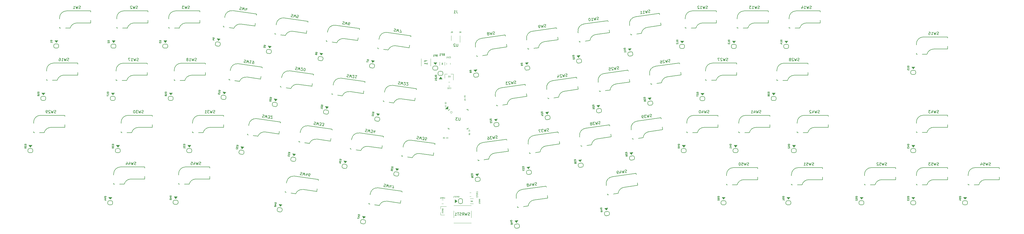
<source format=gbr>
%TF.GenerationSoftware,KiCad,Pcbnew,(5.99.0-9176-ga1730d51ff)*%
%TF.CreationDate,2021-03-09T20:14:39-06:00*%
%TF.ProjectId,Fur Elise,46757220-456c-4697-9365-2e6b69636164,rev?*%
%TF.SameCoordinates,Original*%
%TF.FileFunction,Legend,Bot*%
%TF.FilePolarity,Positive*%
%FSLAX46Y46*%
G04 Gerber Fmt 4.6, Leading zero omitted, Abs format (unit mm)*
G04 Created by KiCad (PCBNEW (5.99.0-9176-ga1730d51ff)) date 2021-03-09 20:14:39*
%MOMM*%
%LPD*%
G01*
G04 APERTURE LIST*
%ADD10C,0.150000*%
%ADD11C,0.125000*%
%ADD12C,0.100000*%
%ADD13C,0.190500*%
%ADD14C,0.120000*%
G04 APERTURE END LIST*
D10*
%TO.C,SW35*%
X280388092Y-129399477D02*
X280536186Y-129372203D01*
X280771964Y-129405339D01*
X280859648Y-129465750D01*
X280900176Y-129519532D01*
X280934077Y-129620471D01*
X280920823Y-129714782D01*
X280860413Y-129802466D01*
X280806630Y-129842995D01*
X280705691Y-129876896D01*
X280510441Y-129897542D01*
X280409503Y-129931443D01*
X280355720Y-129971971D01*
X280295310Y-130059655D01*
X280282055Y-130153967D01*
X280315956Y-130254905D01*
X280356485Y-130308688D01*
X280444169Y-130369098D01*
X280679947Y-130402235D01*
X280828041Y-130374961D01*
X281151503Y-130468508D02*
X281526454Y-129511376D01*
X281615667Y-130245220D01*
X281903699Y-129564394D01*
X282000304Y-130587799D01*
X282283238Y-130627563D02*
X282896261Y-130713717D01*
X282619190Y-130290081D01*
X282760657Y-130309963D01*
X282861595Y-130276062D01*
X282915378Y-130235534D01*
X282975788Y-130147850D01*
X283008925Y-129912072D01*
X282975024Y-129811133D01*
X282934495Y-129757350D01*
X282846811Y-129696940D01*
X282563878Y-129657176D01*
X282462939Y-129691077D01*
X282409156Y-129731606D01*
X283792218Y-130839636D02*
X283320661Y-130773363D01*
X283339779Y-130295179D01*
X283380307Y-130348962D01*
X283467991Y-130409373D01*
X283703769Y-130442509D01*
X283804708Y-130408608D01*
X283858491Y-130368080D01*
X283918901Y-130280396D01*
X283952037Y-130044618D01*
X283918136Y-129943679D01*
X283877608Y-129889896D01*
X283789924Y-129829486D01*
X283554146Y-129796350D01*
X283453207Y-129830251D01*
X283399424Y-129870779D01*
%TO.C,SW48*%
X324346171Y-147320722D02*
X324211332Y-147387760D01*
X323975553Y-147420896D01*
X323874615Y-147386995D01*
X323820832Y-147346467D01*
X323760422Y-147258783D01*
X323747167Y-147164472D01*
X323781068Y-147063533D01*
X323821597Y-147009750D01*
X323909281Y-146949340D01*
X324091276Y-146875675D01*
X324178960Y-146815265D01*
X324219488Y-146761482D01*
X324253389Y-146660544D01*
X324240134Y-146566232D01*
X324179724Y-146478548D01*
X324125941Y-146438020D01*
X324025003Y-146404119D01*
X323789225Y-146437255D01*
X323654385Y-146504293D01*
X323317668Y-146503528D02*
X323221063Y-147526933D01*
X322933032Y-146846108D01*
X322843818Y-147579951D01*
X322468867Y-146622820D01*
X321713613Y-147065573D02*
X321806395Y-147725752D01*
X321896373Y-146655191D02*
X322231560Y-147329389D01*
X321618537Y-147415544D01*
X321066689Y-147252666D02*
X321154373Y-147192256D01*
X321194901Y-147138473D01*
X321228802Y-147037535D01*
X321222175Y-146990379D01*
X321161764Y-146902695D01*
X321107982Y-146862167D01*
X321007043Y-146828266D01*
X320818421Y-146854775D01*
X320730737Y-146915185D01*
X320690208Y-146968968D01*
X320656307Y-147069906D01*
X320662934Y-147117062D01*
X320723345Y-147204746D01*
X320777128Y-147245274D01*
X320878066Y-147279175D01*
X321066689Y-147252666D01*
X321167627Y-147286567D01*
X321221410Y-147327096D01*
X321281820Y-147414779D01*
X321308329Y-147603402D01*
X321274428Y-147704341D01*
X321233900Y-147758123D01*
X321146216Y-147818534D01*
X320957594Y-147845043D01*
X320856655Y-147811142D01*
X320802872Y-147770613D01*
X320742462Y-147682929D01*
X320715953Y-147494307D01*
X320749854Y-147393368D01*
X320790382Y-147339586D01*
X320878066Y-147279175D01*
%TO.C,SW43*%
X471709523Y-120737261D02*
X471566666Y-120784880D01*
X471328571Y-120784880D01*
X471233333Y-120737261D01*
X471185714Y-120689642D01*
X471138095Y-120594404D01*
X471138095Y-120499166D01*
X471185714Y-120403928D01*
X471233333Y-120356309D01*
X471328571Y-120308690D01*
X471519047Y-120261071D01*
X471614285Y-120213452D01*
X471661904Y-120165833D01*
X471709523Y-120070595D01*
X471709523Y-119975357D01*
X471661904Y-119880119D01*
X471614285Y-119832500D01*
X471519047Y-119784880D01*
X471280952Y-119784880D01*
X471138095Y-119832500D01*
X470804761Y-119784880D02*
X470566666Y-120784880D01*
X470376190Y-120070595D01*
X470185714Y-120784880D01*
X469947619Y-119784880D01*
X469138095Y-120118214D02*
X469138095Y-120784880D01*
X469376190Y-119737261D02*
X469614285Y-120451547D01*
X468995238Y-120451547D01*
X468709523Y-119784880D02*
X468090476Y-119784880D01*
X468423809Y-120165833D01*
X468280952Y-120165833D01*
X468185714Y-120213452D01*
X468138095Y-120261071D01*
X468090476Y-120356309D01*
X468090476Y-120594404D01*
X468138095Y-120689642D01*
X468185714Y-120737261D01*
X468280952Y-120784880D01*
X468566666Y-120784880D01*
X468661904Y-120737261D01*
X468709523Y-120689642D01*
%TO.C,SW38*%
X347612571Y-124765522D02*
X347477732Y-124832560D01*
X347241953Y-124865696D01*
X347141015Y-124831795D01*
X347087232Y-124791267D01*
X347026822Y-124703583D01*
X347013567Y-124609272D01*
X347047468Y-124508333D01*
X347087997Y-124454550D01*
X347175681Y-124394140D01*
X347357676Y-124320475D01*
X347445360Y-124260065D01*
X347485888Y-124206282D01*
X347519789Y-124105344D01*
X347506534Y-124011032D01*
X347446124Y-123923348D01*
X347392341Y-123882820D01*
X347291403Y-123848919D01*
X347055625Y-123882055D01*
X346920785Y-123949093D01*
X346584068Y-123948328D02*
X346487463Y-124971733D01*
X346199432Y-124290908D01*
X346110218Y-125024751D01*
X345735267Y-124067620D01*
X345452334Y-124107383D02*
X344839310Y-124193538D01*
X345222418Y-124524392D01*
X345080951Y-124544274D01*
X344993267Y-124604684D01*
X344952739Y-124658467D01*
X344918838Y-124759406D01*
X344951974Y-124995184D01*
X345012385Y-125082868D01*
X345066168Y-125123396D01*
X345167106Y-125157297D01*
X345450040Y-125117533D01*
X345537724Y-125057123D01*
X345578252Y-125003340D01*
X344333089Y-124697466D02*
X344420773Y-124637056D01*
X344461301Y-124583273D01*
X344495202Y-124482335D01*
X344488575Y-124435179D01*
X344428164Y-124347495D01*
X344374382Y-124306967D01*
X344273443Y-124273066D01*
X344084821Y-124299575D01*
X343997137Y-124359985D01*
X343956608Y-124413768D01*
X343922707Y-124514706D01*
X343929334Y-124561862D01*
X343989745Y-124649546D01*
X344043528Y-124690074D01*
X344144466Y-124723975D01*
X344333089Y-124697466D01*
X344434027Y-124731367D01*
X344487810Y-124771896D01*
X344548220Y-124859579D01*
X344574729Y-125048202D01*
X344540828Y-125149141D01*
X344500300Y-125202923D01*
X344412616Y-125263334D01*
X344223994Y-125289843D01*
X344123055Y-125255942D01*
X344069272Y-125215413D01*
X344008862Y-125127729D01*
X343982353Y-124939107D01*
X344016254Y-124838168D01*
X344056782Y-124784386D01*
X344144466Y-124723975D01*
%TO.C,SW36*%
X309885733Y-130048722D02*
X309750894Y-130115760D01*
X309515115Y-130148896D01*
X309414177Y-130114995D01*
X309360394Y-130074467D01*
X309299984Y-129986783D01*
X309286729Y-129892472D01*
X309320630Y-129791533D01*
X309361159Y-129737750D01*
X309448843Y-129677340D01*
X309630838Y-129603675D01*
X309718522Y-129543265D01*
X309759050Y-129489482D01*
X309792951Y-129388544D01*
X309779696Y-129294232D01*
X309719286Y-129206548D01*
X309665503Y-129166020D01*
X309564565Y-129132119D01*
X309328787Y-129165255D01*
X309193947Y-129232293D01*
X308857230Y-129231528D02*
X308760625Y-130254933D01*
X308472594Y-129574108D01*
X308383380Y-130307951D01*
X308008429Y-129350820D01*
X307725496Y-129390583D02*
X307112472Y-129476738D01*
X307495580Y-129807592D01*
X307354113Y-129827474D01*
X307266429Y-129887884D01*
X307225901Y-129941667D01*
X307192000Y-130042606D01*
X307225136Y-130278384D01*
X307285547Y-130366068D01*
X307339330Y-130406596D01*
X307440268Y-130440497D01*
X307723202Y-130400733D01*
X307810886Y-130340323D01*
X307851414Y-130286540D01*
X306263671Y-129596029D02*
X306452294Y-129569520D01*
X306553232Y-129603421D01*
X306607015Y-129643950D01*
X306721208Y-129772162D01*
X306794873Y-129954157D01*
X306847891Y-130331402D01*
X306813990Y-130432341D01*
X306773462Y-130486123D01*
X306685778Y-130546534D01*
X306497156Y-130573043D01*
X306396217Y-130539142D01*
X306342434Y-130498613D01*
X306282024Y-130410929D01*
X306248887Y-130175151D01*
X306282789Y-130074213D01*
X306323317Y-130020430D01*
X306411001Y-129960020D01*
X306599623Y-129933511D01*
X306700562Y-129967412D01*
X306754345Y-130007940D01*
X306814755Y-130095624D01*
%TO.C,SW19*%
X216989692Y-101256277D02*
X217137786Y-101229003D01*
X217373564Y-101262139D01*
X217461248Y-101322550D01*
X217501776Y-101376332D01*
X217535677Y-101477271D01*
X217522423Y-101571582D01*
X217462013Y-101659266D01*
X217408230Y-101699795D01*
X217307291Y-101733696D01*
X217112041Y-101754342D01*
X217011103Y-101788243D01*
X216957320Y-101828771D01*
X216896910Y-101916455D01*
X216883655Y-102010767D01*
X216917556Y-102111705D01*
X216958085Y-102165488D01*
X217045769Y-102225898D01*
X217281547Y-102259035D01*
X217429641Y-102231761D01*
X217753103Y-102325308D02*
X218128054Y-101368176D01*
X218217267Y-102102020D01*
X218505299Y-101421194D01*
X218601904Y-102444599D01*
X219637034Y-101580249D02*
X219071166Y-101500722D01*
X219354100Y-101540486D02*
X219214927Y-102530754D01*
X219140498Y-102376032D01*
X219059441Y-102268466D01*
X218971757Y-102208056D01*
X220108590Y-101646522D02*
X220297213Y-101673031D01*
X220384897Y-101733442D01*
X220425425Y-101787225D01*
X220499854Y-101941946D01*
X220520501Y-102137196D01*
X220467482Y-102514441D01*
X220407072Y-102602125D01*
X220353289Y-102642653D01*
X220252351Y-102676554D01*
X220063728Y-102650045D01*
X219976044Y-102589635D01*
X219935516Y-102535852D01*
X219901615Y-102434913D01*
X219934751Y-102199135D01*
X219995162Y-102111451D01*
X220048945Y-102070923D01*
X220149883Y-102037022D01*
X220338506Y-102063531D01*
X220426190Y-102123941D01*
X220466718Y-102177724D01*
X220500619Y-102278663D01*
%TO.C,SW49*%
X357366171Y-142647122D02*
X357231332Y-142714160D01*
X356995553Y-142747296D01*
X356894615Y-142713395D01*
X356840832Y-142672867D01*
X356780422Y-142585183D01*
X356767167Y-142490872D01*
X356801068Y-142389933D01*
X356841597Y-142336150D01*
X356929281Y-142275740D01*
X357111276Y-142202075D01*
X357198960Y-142141665D01*
X357239488Y-142087882D01*
X357273389Y-141986944D01*
X357260134Y-141892632D01*
X357199724Y-141804948D01*
X357145941Y-141764420D01*
X357045003Y-141730519D01*
X356809225Y-141763655D01*
X356674385Y-141830693D01*
X356337668Y-141829928D02*
X356241063Y-142853333D01*
X355953032Y-142172508D01*
X355863818Y-142906351D01*
X355488867Y-141949220D01*
X354733613Y-142391973D02*
X354826395Y-143052152D01*
X354916373Y-141981591D02*
X355251560Y-142655789D01*
X354638537Y-142741944D01*
X354260527Y-143131679D02*
X354071905Y-143158188D01*
X353970966Y-143124287D01*
X353917183Y-143083759D01*
X353802990Y-142955547D01*
X353729325Y-142773551D01*
X353676307Y-142396306D01*
X353710208Y-142295368D01*
X353750737Y-142241585D01*
X353838421Y-142181175D01*
X354027043Y-142154666D01*
X354127982Y-142188567D01*
X354181764Y-142229095D01*
X354242175Y-142316779D01*
X354275311Y-142552557D01*
X354241410Y-142653496D01*
X354200882Y-142707278D01*
X354113198Y-142767689D01*
X353924575Y-142794198D01*
X353823637Y-142760297D01*
X353769854Y-142719768D01*
X353709444Y-142632084D01*
%TO.C,SW34*%
X261490492Y-126757877D02*
X261638586Y-126730603D01*
X261874364Y-126763739D01*
X261962048Y-126824150D01*
X262002576Y-126877932D01*
X262036477Y-126978871D01*
X262023223Y-127073182D01*
X261962813Y-127160866D01*
X261909030Y-127201395D01*
X261808091Y-127235296D01*
X261612841Y-127255942D01*
X261511903Y-127289843D01*
X261458120Y-127330371D01*
X261397710Y-127418055D01*
X261384455Y-127512367D01*
X261418356Y-127613305D01*
X261458885Y-127667088D01*
X261546569Y-127727498D01*
X261782347Y-127760635D01*
X261930441Y-127733361D01*
X262253903Y-127826908D02*
X262628854Y-126869776D01*
X262718067Y-127603620D01*
X263006099Y-126922794D01*
X263102704Y-127946199D01*
X263385638Y-127985963D02*
X263998661Y-128072117D01*
X263721590Y-127648481D01*
X263863057Y-127668363D01*
X263963995Y-127634462D01*
X264017778Y-127593934D01*
X264078188Y-127506250D01*
X264111325Y-127270472D01*
X264077424Y-127169533D01*
X264036895Y-127115750D01*
X263949211Y-127055340D01*
X263666278Y-127015576D01*
X263565339Y-127049477D01*
X263511556Y-127090006D01*
X264893853Y-127861319D02*
X264986635Y-127201141D01*
X264605057Y-128205428D02*
X264468688Y-127464957D01*
X265081711Y-127551112D01*
%TO.C,SW20*%
X235836492Y-103897877D02*
X235984586Y-103870603D01*
X236220364Y-103903739D01*
X236308048Y-103964150D01*
X236348576Y-104017932D01*
X236382477Y-104118871D01*
X236369223Y-104213182D01*
X236308813Y-104300866D01*
X236255030Y-104341395D01*
X236154091Y-104375296D01*
X235958841Y-104395942D01*
X235857903Y-104429843D01*
X235804120Y-104470371D01*
X235743710Y-104558055D01*
X235730455Y-104652367D01*
X235764356Y-104753305D01*
X235804885Y-104807088D01*
X235892569Y-104867498D01*
X236128347Y-104900635D01*
X236276441Y-104873361D01*
X236599903Y-104966908D02*
X236974854Y-104009776D01*
X237064067Y-104743620D01*
X237352099Y-104062794D01*
X237448704Y-105086199D01*
X237792048Y-105038279D02*
X237832576Y-105092062D01*
X237920260Y-105152472D01*
X238156038Y-105185608D01*
X238256977Y-105151707D01*
X238310760Y-105111179D01*
X238371170Y-105023495D01*
X238384425Y-104929184D01*
X238357151Y-104781089D01*
X237870811Y-104135695D01*
X238483834Y-104221849D01*
X238957684Y-105298272D02*
X239051995Y-105311527D01*
X239152934Y-105277626D01*
X239206717Y-105237097D01*
X239267127Y-105149413D01*
X239340792Y-104967418D01*
X239373928Y-104731640D01*
X239353282Y-104536390D01*
X239319381Y-104435452D01*
X239278852Y-104381669D01*
X239191168Y-104321259D01*
X239096857Y-104308004D01*
X238995919Y-104341905D01*
X238942136Y-104382433D01*
X238881725Y-104470117D01*
X238808061Y-104652113D01*
X238774924Y-104887891D01*
X238795571Y-105083141D01*
X238829472Y-105184079D01*
X238870000Y-105237862D01*
X238957684Y-105298272D01*
%TO.C,SW25*%
X354418121Y-104586822D02*
X354283282Y-104653860D01*
X354047503Y-104686996D01*
X353946565Y-104653095D01*
X353892782Y-104612567D01*
X353832372Y-104524883D01*
X353819117Y-104430572D01*
X353853018Y-104329633D01*
X353893547Y-104275850D01*
X353981231Y-104215440D01*
X354163226Y-104141775D01*
X354250910Y-104081365D01*
X354291438Y-104027582D01*
X354325339Y-103926644D01*
X354312084Y-103832332D01*
X354251674Y-103744648D01*
X354197891Y-103704120D01*
X354096953Y-103670219D01*
X353861175Y-103703355D01*
X353726335Y-103770393D01*
X353389618Y-103769628D02*
X353293013Y-104793033D01*
X353004982Y-104112208D01*
X352915768Y-104846051D01*
X352540817Y-103888920D01*
X352223983Y-104029622D02*
X352170200Y-103989093D01*
X352069261Y-103955192D01*
X351833483Y-103988329D01*
X351745799Y-104048739D01*
X351705271Y-104102522D01*
X351671370Y-104203461D01*
X351684624Y-104297772D01*
X351751662Y-104432611D01*
X352397057Y-104918951D01*
X351784034Y-105005106D01*
X350748904Y-104140757D02*
X351220460Y-104074484D01*
X351333888Y-104539413D01*
X351280105Y-104498884D01*
X351179167Y-104464983D01*
X350943389Y-104498120D01*
X350855705Y-104558530D01*
X350815177Y-104612313D01*
X350781275Y-104713251D01*
X350814412Y-104949029D01*
X350874822Y-105036713D01*
X350928605Y-105077242D01*
X351029544Y-105111143D01*
X351265322Y-105078006D01*
X351353006Y-105017596D01*
X351393534Y-104963813D01*
%TO.C,SW2*%
X177863333Y-82319761D02*
X177720476Y-82367380D01*
X177482380Y-82367380D01*
X177387142Y-82319761D01*
X177339523Y-82272142D01*
X177291904Y-82176904D01*
X177291904Y-82081666D01*
X177339523Y-81986428D01*
X177387142Y-81938809D01*
X177482380Y-81891190D01*
X177672857Y-81843571D01*
X177768095Y-81795952D01*
X177815714Y-81748333D01*
X177863333Y-81653095D01*
X177863333Y-81557857D01*
X177815714Y-81462619D01*
X177768095Y-81415000D01*
X177672857Y-81367380D01*
X177434761Y-81367380D01*
X177291904Y-81415000D01*
X176958571Y-81367380D02*
X176720476Y-82367380D01*
X176530000Y-81653095D01*
X176339523Y-82367380D01*
X176101428Y-81367380D01*
X175768095Y-81462619D02*
X175720476Y-81415000D01*
X175625238Y-81367380D01*
X175387142Y-81367380D01*
X175291904Y-81415000D01*
X175244285Y-81462619D01*
X175196666Y-81557857D01*
X175196666Y-81653095D01*
X175244285Y-81795952D01*
X175815714Y-82367380D01*
X175196666Y-82367380D01*
%TO.C,SW24*%
X335524371Y-107243072D02*
X335389532Y-107310110D01*
X335153753Y-107343246D01*
X335052815Y-107309345D01*
X334999032Y-107268817D01*
X334938622Y-107181133D01*
X334925367Y-107086822D01*
X334959268Y-106985883D01*
X334999797Y-106932100D01*
X335087481Y-106871690D01*
X335269476Y-106798025D01*
X335357160Y-106737615D01*
X335397688Y-106683832D01*
X335431589Y-106582894D01*
X335418334Y-106488582D01*
X335357924Y-106400898D01*
X335304141Y-106360370D01*
X335203203Y-106326469D01*
X334967425Y-106359605D01*
X334832585Y-106426643D01*
X334495868Y-106425878D02*
X334399263Y-107449283D01*
X334111232Y-106768458D01*
X334022018Y-107502301D01*
X333647067Y-106545170D01*
X333330233Y-106685872D02*
X333276450Y-106645343D01*
X333175511Y-106611442D01*
X332939733Y-106644579D01*
X332852049Y-106704989D01*
X332811521Y-106758772D01*
X332777620Y-106859711D01*
X332790874Y-106954022D01*
X332857912Y-107088861D01*
X333503307Y-107575201D01*
X332890284Y-107661356D01*
X331948700Y-107120469D02*
X332041482Y-107780647D01*
X332131460Y-106710087D02*
X332466648Y-107384285D01*
X331853624Y-107470440D01*
%TO.C,SW39*%
X366510171Y-122149322D02*
X366375332Y-122216360D01*
X366139553Y-122249496D01*
X366038615Y-122215595D01*
X365984832Y-122175067D01*
X365924422Y-122087383D01*
X365911167Y-121993072D01*
X365945068Y-121892133D01*
X365985597Y-121838350D01*
X366073281Y-121777940D01*
X366255276Y-121704275D01*
X366342960Y-121643865D01*
X366383488Y-121590082D01*
X366417389Y-121489144D01*
X366404134Y-121394832D01*
X366343724Y-121307148D01*
X366289941Y-121266620D01*
X366189003Y-121232719D01*
X365953225Y-121265855D01*
X365818385Y-121332893D01*
X365481668Y-121332128D02*
X365385063Y-122355533D01*
X365097032Y-121674708D01*
X365007818Y-122408551D01*
X364632867Y-121451420D01*
X364349934Y-121491183D02*
X363736910Y-121577338D01*
X364120018Y-121908192D01*
X363978551Y-121928074D01*
X363890867Y-121988484D01*
X363850339Y-122042267D01*
X363816438Y-122143206D01*
X363849574Y-122378984D01*
X363909985Y-122466668D01*
X363963768Y-122507196D01*
X364064706Y-122541097D01*
X364347640Y-122501333D01*
X364435324Y-122440923D01*
X364475852Y-122387140D01*
X363404527Y-122633879D02*
X363215905Y-122660388D01*
X363114966Y-122626487D01*
X363061183Y-122585959D01*
X362946990Y-122457747D01*
X362873325Y-122275751D01*
X362820307Y-121898506D01*
X362854208Y-121797568D01*
X362894737Y-121743785D01*
X362982421Y-121683375D01*
X363171043Y-121656866D01*
X363271982Y-121690767D01*
X363325764Y-121731295D01*
X363386175Y-121818979D01*
X363419311Y-122054757D01*
X363385410Y-122155696D01*
X363344882Y-122209478D01*
X363257198Y-122269889D01*
X363068575Y-122296398D01*
X362967637Y-122262497D01*
X362913854Y-122221968D01*
X362853444Y-122134284D01*
%TO.C,SW28*%
X420553923Y-101572961D02*
X420411066Y-101620580D01*
X420172971Y-101620580D01*
X420077733Y-101572961D01*
X420030114Y-101525342D01*
X419982495Y-101430104D01*
X419982495Y-101334866D01*
X420030114Y-101239628D01*
X420077733Y-101192009D01*
X420172971Y-101144390D01*
X420363447Y-101096771D01*
X420458685Y-101049152D01*
X420506304Y-101001533D01*
X420553923Y-100906295D01*
X420553923Y-100811057D01*
X420506304Y-100715819D01*
X420458685Y-100668200D01*
X420363447Y-100620580D01*
X420125352Y-100620580D01*
X419982495Y-100668200D01*
X419649161Y-100620580D02*
X419411066Y-101620580D01*
X419220590Y-100906295D01*
X419030114Y-101620580D01*
X418792019Y-100620580D01*
X418458685Y-100715819D02*
X418411066Y-100668200D01*
X418315828Y-100620580D01*
X418077733Y-100620580D01*
X417982495Y-100668200D01*
X417934876Y-100715819D01*
X417887257Y-100811057D01*
X417887257Y-100906295D01*
X417934876Y-101049152D01*
X418506304Y-101620580D01*
X417887257Y-101620580D01*
X417315828Y-101049152D02*
X417411066Y-101001533D01*
X417458685Y-100953914D01*
X417506304Y-100858676D01*
X417506304Y-100811057D01*
X417458685Y-100715819D01*
X417411066Y-100668200D01*
X417315828Y-100620580D01*
X417125352Y-100620580D01*
X417030114Y-100668200D01*
X416982495Y-100715819D01*
X416934876Y-100811057D01*
X416934876Y-100858676D01*
X416982495Y-100953914D01*
X417030114Y-101001533D01*
X417125352Y-101049152D01*
X417315828Y-101049152D01*
X417411066Y-101096771D01*
X417458685Y-101144390D01*
X417506304Y-101239628D01*
X417506304Y-101430104D01*
X417458685Y-101525342D01*
X417411066Y-101572961D01*
X417315828Y-101620580D01*
X417125352Y-101620580D01*
X417030114Y-101572961D01*
X416982495Y-101525342D01*
X416934876Y-101430104D01*
X416934876Y-101239628D01*
X416982495Y-101144390D01*
X417030114Y-101096771D01*
X417125352Y-101049152D01*
%TO.C,SW42*%
X427996123Y-120775361D02*
X427853266Y-120822980D01*
X427615171Y-120822980D01*
X427519933Y-120775361D01*
X427472314Y-120727742D01*
X427424695Y-120632504D01*
X427424695Y-120537266D01*
X427472314Y-120442028D01*
X427519933Y-120394409D01*
X427615171Y-120346790D01*
X427805647Y-120299171D01*
X427900885Y-120251552D01*
X427948504Y-120203933D01*
X427996123Y-120108695D01*
X427996123Y-120013457D01*
X427948504Y-119918219D01*
X427900885Y-119870600D01*
X427805647Y-119822980D01*
X427567552Y-119822980D01*
X427424695Y-119870600D01*
X427091361Y-119822980D02*
X426853266Y-120822980D01*
X426662790Y-120108695D01*
X426472314Y-120822980D01*
X426234219Y-119822980D01*
X425424695Y-120156314D02*
X425424695Y-120822980D01*
X425662790Y-119775361D02*
X425900885Y-120489647D01*
X425281838Y-120489647D01*
X424948504Y-119918219D02*
X424900885Y-119870600D01*
X424805647Y-119822980D01*
X424567552Y-119822980D01*
X424472314Y-119870600D01*
X424424695Y-119918219D01*
X424377076Y-120013457D01*
X424377076Y-120108695D01*
X424424695Y-120251552D01*
X424996123Y-120822980D01*
X424377076Y-120822980D01*
%TO.C,SW27*%
X394372023Y-101537261D02*
X394229166Y-101584880D01*
X393991071Y-101584880D01*
X393895833Y-101537261D01*
X393848214Y-101489642D01*
X393800595Y-101394404D01*
X393800595Y-101299166D01*
X393848214Y-101203928D01*
X393895833Y-101156309D01*
X393991071Y-101108690D01*
X394181547Y-101061071D01*
X394276785Y-101013452D01*
X394324404Y-100965833D01*
X394372023Y-100870595D01*
X394372023Y-100775357D01*
X394324404Y-100680119D01*
X394276785Y-100632500D01*
X394181547Y-100584880D01*
X393943452Y-100584880D01*
X393800595Y-100632500D01*
X393467261Y-100584880D02*
X393229166Y-101584880D01*
X393038690Y-100870595D01*
X392848214Y-101584880D01*
X392610119Y-100584880D01*
X392276785Y-100680119D02*
X392229166Y-100632500D01*
X392133928Y-100584880D01*
X391895833Y-100584880D01*
X391800595Y-100632500D01*
X391752976Y-100680119D01*
X391705357Y-100775357D01*
X391705357Y-100870595D01*
X391752976Y-101013452D01*
X392324404Y-101584880D01*
X391705357Y-101584880D01*
X391372023Y-100584880D02*
X390705357Y-100584880D01*
X391133928Y-101584880D01*
%TO.C,SW54*%
X490734123Y-140028561D02*
X490591266Y-140076180D01*
X490353171Y-140076180D01*
X490257933Y-140028561D01*
X490210314Y-139980942D01*
X490162695Y-139885704D01*
X490162695Y-139790466D01*
X490210314Y-139695228D01*
X490257933Y-139647609D01*
X490353171Y-139599990D01*
X490543647Y-139552371D01*
X490638885Y-139504752D01*
X490686504Y-139457133D01*
X490734123Y-139361895D01*
X490734123Y-139266657D01*
X490686504Y-139171419D01*
X490638885Y-139123800D01*
X490543647Y-139076180D01*
X490305552Y-139076180D01*
X490162695Y-139123800D01*
X489829361Y-139076180D02*
X489591266Y-140076180D01*
X489400790Y-139361895D01*
X489210314Y-140076180D01*
X488972219Y-139076180D01*
X488115076Y-139076180D02*
X488591266Y-139076180D01*
X488638885Y-139552371D01*
X488591266Y-139504752D01*
X488496028Y-139457133D01*
X488257933Y-139457133D01*
X488162695Y-139504752D01*
X488115076Y-139552371D01*
X488067457Y-139647609D01*
X488067457Y-139885704D01*
X488115076Y-139980942D01*
X488162695Y-140028561D01*
X488257933Y-140076180D01*
X488496028Y-140076180D01*
X488591266Y-140028561D01*
X488638885Y-139980942D01*
X487210314Y-139409514D02*
X487210314Y-140076180D01*
X487448409Y-139028561D02*
X487686504Y-139742847D01*
X487067457Y-139742847D01*
%TO.C,SW29*%
X147859523Y-120775361D02*
X147716666Y-120822980D01*
X147478571Y-120822980D01*
X147383333Y-120775361D01*
X147335714Y-120727742D01*
X147288095Y-120632504D01*
X147288095Y-120537266D01*
X147335714Y-120442028D01*
X147383333Y-120394409D01*
X147478571Y-120346790D01*
X147669047Y-120299171D01*
X147764285Y-120251552D01*
X147811904Y-120203933D01*
X147859523Y-120108695D01*
X147859523Y-120013457D01*
X147811904Y-119918219D01*
X147764285Y-119870600D01*
X147669047Y-119822980D01*
X147430952Y-119822980D01*
X147288095Y-119870600D01*
X146954761Y-119822980D02*
X146716666Y-120822980D01*
X146526190Y-120108695D01*
X146335714Y-120822980D01*
X146097619Y-119822980D01*
X145764285Y-119918219D02*
X145716666Y-119870600D01*
X145621428Y-119822980D01*
X145383333Y-119822980D01*
X145288095Y-119870600D01*
X145240476Y-119918219D01*
X145192857Y-120013457D01*
X145192857Y-120108695D01*
X145240476Y-120251552D01*
X145811904Y-120822980D01*
X145192857Y-120822980D01*
X144716666Y-120822980D02*
X144526190Y-120822980D01*
X144430952Y-120775361D01*
X144383333Y-120727742D01*
X144288095Y-120584885D01*
X144240476Y-120394409D01*
X144240476Y-120013457D01*
X144288095Y-119918219D01*
X144335714Y-119870600D01*
X144430952Y-119822980D01*
X144621428Y-119822980D01*
X144716666Y-119870600D01*
X144764285Y-119918219D01*
X144811904Y-120013457D01*
X144811904Y-120251552D01*
X144764285Y-120346790D01*
X144716666Y-120394409D01*
X144621428Y-120442028D01*
X144430952Y-120442028D01*
X144335714Y-120394409D01*
X144288095Y-120346790D01*
X144240476Y-120251552D01*
%TO.C,SW10*%
X347020533Y-86360722D02*
X346885694Y-86427760D01*
X346649915Y-86460896D01*
X346548977Y-86426995D01*
X346495194Y-86386467D01*
X346434784Y-86298783D01*
X346421529Y-86204472D01*
X346455430Y-86103533D01*
X346495959Y-86049750D01*
X346583643Y-85989340D01*
X346765638Y-85915675D01*
X346853322Y-85855265D01*
X346893850Y-85801482D01*
X346927751Y-85700544D01*
X346914496Y-85606232D01*
X346854086Y-85518548D01*
X346800303Y-85478020D01*
X346699365Y-85444119D01*
X346463587Y-85477255D01*
X346328747Y-85544293D01*
X345992030Y-85543528D02*
X345895425Y-86566933D01*
X345607394Y-85886108D01*
X345518180Y-86619951D01*
X345143229Y-85662820D01*
X344386446Y-86779006D02*
X344952313Y-86699479D01*
X344669379Y-86739242D02*
X344530206Y-85748974D01*
X344644399Y-85877187D01*
X344751965Y-85958243D01*
X344852904Y-85992144D01*
X343634249Y-85874893D02*
X343539938Y-85888147D01*
X343452254Y-85948558D01*
X343411726Y-86002341D01*
X343377825Y-86103279D01*
X343357178Y-86298529D01*
X343390315Y-86534307D01*
X343463980Y-86716302D01*
X343524390Y-86803986D01*
X343578173Y-86844514D01*
X343679111Y-86878415D01*
X343773422Y-86865161D01*
X343861106Y-86804751D01*
X343901635Y-86750968D01*
X343935536Y-86650029D01*
X343956182Y-86454779D01*
X343923046Y-86219001D01*
X343849381Y-86037006D01*
X343788971Y-85949322D01*
X343735188Y-85908794D01*
X343634249Y-85874893D01*
%TO.C,SW30*%
X179965123Y-120775361D02*
X179822266Y-120822980D01*
X179584171Y-120822980D01*
X179488933Y-120775361D01*
X179441314Y-120727742D01*
X179393695Y-120632504D01*
X179393695Y-120537266D01*
X179441314Y-120442028D01*
X179488933Y-120394409D01*
X179584171Y-120346790D01*
X179774647Y-120299171D01*
X179869885Y-120251552D01*
X179917504Y-120203933D01*
X179965123Y-120108695D01*
X179965123Y-120013457D01*
X179917504Y-119918219D01*
X179869885Y-119870600D01*
X179774647Y-119822980D01*
X179536552Y-119822980D01*
X179393695Y-119870600D01*
X179060361Y-119822980D02*
X178822266Y-120822980D01*
X178631790Y-120108695D01*
X178441314Y-120822980D01*
X178203219Y-119822980D01*
X177917504Y-119822980D02*
X177298457Y-119822980D01*
X177631790Y-120203933D01*
X177488933Y-120203933D01*
X177393695Y-120251552D01*
X177346076Y-120299171D01*
X177298457Y-120394409D01*
X177298457Y-120632504D01*
X177346076Y-120727742D01*
X177393695Y-120775361D01*
X177488933Y-120822980D01*
X177774647Y-120822980D01*
X177869885Y-120775361D01*
X177917504Y-120727742D01*
X176679409Y-119822980D02*
X176584171Y-119822980D01*
X176488933Y-119870600D01*
X176441314Y-119918219D01*
X176393695Y-120013457D01*
X176346076Y-120203933D01*
X176346076Y-120442028D01*
X176393695Y-120632504D01*
X176441314Y-120727742D01*
X176488933Y-120775361D01*
X176584171Y-120822980D01*
X176679409Y-120822980D01*
X176774647Y-120775361D01*
X176822266Y-120727742D01*
X176869885Y-120632504D01*
X176917504Y-120442028D01*
X176917504Y-120203933D01*
X176869885Y-120013457D01*
X176822266Y-119918219D01*
X176774647Y-119870600D01*
X176679409Y-119822980D01*
%TO.C,SW17*%
X178136323Y-101572961D02*
X177993466Y-101620580D01*
X177755371Y-101620580D01*
X177660133Y-101572961D01*
X177612514Y-101525342D01*
X177564895Y-101430104D01*
X177564895Y-101334866D01*
X177612514Y-101239628D01*
X177660133Y-101192009D01*
X177755371Y-101144390D01*
X177945847Y-101096771D01*
X178041085Y-101049152D01*
X178088704Y-101001533D01*
X178136323Y-100906295D01*
X178136323Y-100811057D01*
X178088704Y-100715819D01*
X178041085Y-100668200D01*
X177945847Y-100620580D01*
X177707752Y-100620580D01*
X177564895Y-100668200D01*
X177231561Y-100620580D02*
X176993466Y-101620580D01*
X176802990Y-100906295D01*
X176612514Y-101620580D01*
X176374419Y-100620580D01*
X175469657Y-101620580D02*
X176041085Y-101620580D01*
X175755371Y-101620580D02*
X175755371Y-100620580D01*
X175850609Y-100763438D01*
X175945847Y-100858676D01*
X176041085Y-100906295D01*
X175136323Y-100620580D02*
X174469657Y-100620580D01*
X174898228Y-101620580D01*
%TO.C,SW40*%
X387483123Y-120775361D02*
X387340266Y-120822980D01*
X387102171Y-120822980D01*
X387006933Y-120775361D01*
X386959314Y-120727742D01*
X386911695Y-120632504D01*
X386911695Y-120537266D01*
X386959314Y-120442028D01*
X387006933Y-120394409D01*
X387102171Y-120346790D01*
X387292647Y-120299171D01*
X387387885Y-120251552D01*
X387435504Y-120203933D01*
X387483123Y-120108695D01*
X387483123Y-120013457D01*
X387435504Y-119918219D01*
X387387885Y-119870600D01*
X387292647Y-119822980D01*
X387054552Y-119822980D01*
X386911695Y-119870600D01*
X386578361Y-119822980D02*
X386340266Y-120822980D01*
X386149790Y-120108695D01*
X385959314Y-120822980D01*
X385721219Y-119822980D01*
X384911695Y-120156314D02*
X384911695Y-120822980D01*
X385149790Y-119775361D02*
X385387885Y-120489647D01*
X384768838Y-120489647D01*
X384197409Y-119822980D02*
X384102171Y-119822980D01*
X384006933Y-119870600D01*
X383959314Y-119918219D01*
X383911695Y-120013457D01*
X383864076Y-120203933D01*
X383864076Y-120442028D01*
X383911695Y-120632504D01*
X383959314Y-120727742D01*
X384006933Y-120775361D01*
X384102171Y-120822980D01*
X384197409Y-120822980D01*
X384292647Y-120775361D01*
X384340266Y-120727742D01*
X384387885Y-120632504D01*
X384435504Y-120442028D01*
X384435504Y-120203933D01*
X384387885Y-120013457D01*
X384340266Y-119918219D01*
X384292647Y-119870600D01*
X384197409Y-119822980D01*
%TO.C,SW26*%
X373274371Y-101943072D02*
X373139532Y-102010110D01*
X372903753Y-102043246D01*
X372802815Y-102009345D01*
X372749032Y-101968817D01*
X372688622Y-101881133D01*
X372675367Y-101786822D01*
X372709268Y-101685883D01*
X372749797Y-101632100D01*
X372837481Y-101571690D01*
X373019476Y-101498025D01*
X373107160Y-101437615D01*
X373147688Y-101383832D01*
X373181589Y-101282894D01*
X373168334Y-101188582D01*
X373107924Y-101100898D01*
X373054141Y-101060370D01*
X372953203Y-101026469D01*
X372717425Y-101059605D01*
X372582585Y-101126643D01*
X372245868Y-101125878D02*
X372149263Y-102149283D01*
X371861232Y-101468458D01*
X371772018Y-102202301D01*
X371397067Y-101245170D01*
X371080233Y-101385872D02*
X371026450Y-101345343D01*
X370925511Y-101311442D01*
X370689733Y-101344579D01*
X370602049Y-101404989D01*
X370561521Y-101458772D01*
X370527620Y-101559711D01*
X370540874Y-101654022D01*
X370607912Y-101788861D01*
X371253307Y-102275201D01*
X370640284Y-102361356D01*
X369652309Y-101490379D02*
X369840932Y-101463870D01*
X369941870Y-101497771D01*
X369995653Y-101538300D01*
X370109846Y-101666512D01*
X370183511Y-101848507D01*
X370236529Y-102225752D01*
X370202628Y-102326691D01*
X370162100Y-102380473D01*
X370074416Y-102440884D01*
X369885794Y-102467393D01*
X369784855Y-102433492D01*
X369731072Y-102392963D01*
X369670662Y-102305279D01*
X369637525Y-102069501D01*
X369671427Y-101968563D01*
X369711955Y-101914780D01*
X369799639Y-101854370D01*
X369988261Y-101827861D01*
X370089200Y-101861762D01*
X370142983Y-101902290D01*
X370203393Y-101989974D01*
%TO.C,SW7*%
X272021810Y-89790950D02*
X272169904Y-89763676D01*
X272405682Y-89796812D01*
X272493366Y-89857222D01*
X272533895Y-89911005D01*
X272567796Y-90011944D01*
X272554541Y-90106255D01*
X272494131Y-90193939D01*
X272440348Y-90234467D01*
X272339409Y-90268369D01*
X272144160Y-90289015D01*
X272043221Y-90322916D01*
X271989438Y-90363444D01*
X271929028Y-90451128D01*
X271915773Y-90545440D01*
X271949674Y-90646378D01*
X271990203Y-90700161D01*
X272077887Y-90760571D01*
X272313665Y-90793708D01*
X272461759Y-90766434D01*
X272785221Y-90859981D02*
X273160172Y-89902849D01*
X273249385Y-90636692D01*
X273537417Y-89955867D01*
X273634022Y-90979272D01*
X273916956Y-91019036D02*
X274577135Y-91111818D01*
X274291907Y-90061904D01*
%TO.C,SW15*%
X471709523Y-91920961D02*
X471566666Y-91968580D01*
X471328571Y-91968580D01*
X471233333Y-91920961D01*
X471185714Y-91873342D01*
X471138095Y-91778104D01*
X471138095Y-91682866D01*
X471185714Y-91587628D01*
X471233333Y-91540009D01*
X471328571Y-91492390D01*
X471519047Y-91444771D01*
X471614285Y-91397152D01*
X471661904Y-91349533D01*
X471709523Y-91254295D01*
X471709523Y-91159057D01*
X471661904Y-91063819D01*
X471614285Y-91016200D01*
X471519047Y-90968580D01*
X471280952Y-90968580D01*
X471138095Y-91016200D01*
X470804761Y-90968580D02*
X470566666Y-91968580D01*
X470376190Y-91254295D01*
X470185714Y-91968580D01*
X469947619Y-90968580D01*
X469042857Y-91968580D02*
X469614285Y-91968580D01*
X469328571Y-91968580D02*
X469328571Y-90968580D01*
X469423809Y-91111438D01*
X469519047Y-91206676D01*
X469614285Y-91254295D01*
X468138095Y-90968580D02*
X468614285Y-90968580D01*
X468661904Y-91444771D01*
X468614285Y-91397152D01*
X468519047Y-91349533D01*
X468280952Y-91349533D01*
X468185714Y-91397152D01*
X468138095Y-91444771D01*
X468090476Y-91540009D01*
X468090476Y-91778104D01*
X468138095Y-91873342D01*
X468185714Y-91920961D01*
X468280952Y-91968580D01*
X468519047Y-91968580D01*
X468614285Y-91920961D01*
X468661904Y-91873342D01*
%TO.C,SW50*%
X402062723Y-140028561D02*
X401919866Y-140076180D01*
X401681771Y-140076180D01*
X401586533Y-140028561D01*
X401538914Y-139980942D01*
X401491295Y-139885704D01*
X401491295Y-139790466D01*
X401538914Y-139695228D01*
X401586533Y-139647609D01*
X401681771Y-139599990D01*
X401872247Y-139552371D01*
X401967485Y-139504752D01*
X402015104Y-139457133D01*
X402062723Y-139361895D01*
X402062723Y-139266657D01*
X402015104Y-139171419D01*
X401967485Y-139123800D01*
X401872247Y-139076180D01*
X401634152Y-139076180D01*
X401491295Y-139123800D01*
X401157961Y-139076180D02*
X400919866Y-140076180D01*
X400729390Y-139361895D01*
X400538914Y-140076180D01*
X400300819Y-139076180D01*
X399443676Y-139076180D02*
X399919866Y-139076180D01*
X399967485Y-139552371D01*
X399919866Y-139504752D01*
X399824628Y-139457133D01*
X399586533Y-139457133D01*
X399491295Y-139504752D01*
X399443676Y-139552371D01*
X399396057Y-139647609D01*
X399396057Y-139885704D01*
X399443676Y-139980942D01*
X399491295Y-140028561D01*
X399586533Y-140076180D01*
X399824628Y-140076180D01*
X399919866Y-140028561D01*
X399967485Y-139980942D01*
X398777009Y-139076180D02*
X398681771Y-139076180D01*
X398586533Y-139123800D01*
X398538914Y-139171419D01*
X398491295Y-139266657D01*
X398443676Y-139457133D01*
X398443676Y-139695228D01*
X398491295Y-139885704D01*
X398538914Y-139980942D01*
X398586533Y-140028561D01*
X398681771Y-140076180D01*
X398777009Y-140076180D01*
X398872247Y-140028561D01*
X398919866Y-139980942D01*
X398967485Y-139885704D01*
X399015104Y-139695228D01*
X399015104Y-139457133D01*
X398967485Y-139266657D01*
X398919866Y-139171419D01*
X398872247Y-139123800D01*
X398777009Y-139076180D01*
%TO.C,SW45*%
X201040773Y-139787261D02*
X200897916Y-139834880D01*
X200659821Y-139834880D01*
X200564583Y-139787261D01*
X200516964Y-139739642D01*
X200469345Y-139644404D01*
X200469345Y-139549166D01*
X200516964Y-139453928D01*
X200564583Y-139406309D01*
X200659821Y-139358690D01*
X200850297Y-139311071D01*
X200945535Y-139263452D01*
X200993154Y-139215833D01*
X201040773Y-139120595D01*
X201040773Y-139025357D01*
X200993154Y-138930119D01*
X200945535Y-138882500D01*
X200850297Y-138834880D01*
X200612202Y-138834880D01*
X200469345Y-138882500D01*
X200136011Y-138834880D02*
X199897916Y-139834880D01*
X199707440Y-139120595D01*
X199516964Y-139834880D01*
X199278869Y-138834880D01*
X198469345Y-139168214D02*
X198469345Y-139834880D01*
X198707440Y-138787261D02*
X198945535Y-139501547D01*
X198326488Y-139501547D01*
X197469345Y-138834880D02*
X197945535Y-138834880D01*
X197993154Y-139311071D01*
X197945535Y-139263452D01*
X197850297Y-139215833D01*
X197612202Y-139215833D01*
X197516964Y-139263452D01*
X197469345Y-139311071D01*
X197421726Y-139406309D01*
X197421726Y-139644404D01*
X197469345Y-139739642D01*
X197516964Y-139787261D01*
X197612202Y-139834880D01*
X197850297Y-139834880D01*
X197945535Y-139787261D01*
X197993154Y-139739642D01*
%TO.C,SW13*%
X405974323Y-82319761D02*
X405831466Y-82367380D01*
X405593371Y-82367380D01*
X405498133Y-82319761D01*
X405450514Y-82272142D01*
X405402895Y-82176904D01*
X405402895Y-82081666D01*
X405450514Y-81986428D01*
X405498133Y-81938809D01*
X405593371Y-81891190D01*
X405783847Y-81843571D01*
X405879085Y-81795952D01*
X405926704Y-81748333D01*
X405974323Y-81653095D01*
X405974323Y-81557857D01*
X405926704Y-81462619D01*
X405879085Y-81415000D01*
X405783847Y-81367380D01*
X405545752Y-81367380D01*
X405402895Y-81415000D01*
X405069561Y-81367380D02*
X404831466Y-82367380D01*
X404640990Y-81653095D01*
X404450514Y-82367380D01*
X404212419Y-81367380D01*
X403307657Y-82367380D02*
X403879085Y-82367380D01*
X403593371Y-82367380D02*
X403593371Y-81367380D01*
X403688609Y-81510238D01*
X403783847Y-81605476D01*
X403879085Y-81653095D01*
X402974323Y-81367380D02*
X402355276Y-81367380D01*
X402688609Y-81748333D01*
X402545752Y-81748333D01*
X402450514Y-81795952D01*
X402402895Y-81843571D01*
X402355276Y-81938809D01*
X402355276Y-82176904D01*
X402402895Y-82272142D01*
X402450514Y-82319761D01*
X402545752Y-82367380D01*
X402831466Y-82367380D01*
X402926704Y-82319761D01*
X402974323Y-82272142D01*
%TO.C,SW5*%
X234285520Y-84456950D02*
X234433614Y-84429676D01*
X234669392Y-84462812D01*
X234757076Y-84523222D01*
X234797605Y-84577005D01*
X234831506Y-84677944D01*
X234818251Y-84772255D01*
X234757841Y-84859939D01*
X234704058Y-84900467D01*
X234603119Y-84934369D01*
X234407870Y-84955015D01*
X234306931Y-84988916D01*
X234253148Y-85029444D01*
X234192738Y-85117128D01*
X234179483Y-85211440D01*
X234213384Y-85312378D01*
X234253913Y-85366161D01*
X234341597Y-85426571D01*
X234577375Y-85459708D01*
X234725469Y-85432434D01*
X235048931Y-85525981D02*
X235423882Y-84568849D01*
X235513095Y-85302692D01*
X235801127Y-84621867D01*
X235897732Y-85645272D01*
X236746533Y-85764563D02*
X236274977Y-85698290D01*
X236294095Y-85220107D01*
X236334623Y-85273889D01*
X236422307Y-85334300D01*
X236658085Y-85367436D01*
X236759023Y-85333535D01*
X236812806Y-85293007D01*
X236873217Y-85205323D01*
X236906353Y-84969545D01*
X236872452Y-84868606D01*
X236831924Y-84814823D01*
X236744240Y-84754413D01*
X236508462Y-84721277D01*
X236407523Y-84755178D01*
X236353740Y-84795706D01*
%TO.C,SW14*%
X425024323Y-82319761D02*
X424881466Y-82367380D01*
X424643371Y-82367380D01*
X424548133Y-82319761D01*
X424500514Y-82272142D01*
X424452895Y-82176904D01*
X424452895Y-82081666D01*
X424500514Y-81986428D01*
X424548133Y-81938809D01*
X424643371Y-81891190D01*
X424833847Y-81843571D01*
X424929085Y-81795952D01*
X424976704Y-81748333D01*
X425024323Y-81653095D01*
X425024323Y-81557857D01*
X424976704Y-81462619D01*
X424929085Y-81415000D01*
X424833847Y-81367380D01*
X424595752Y-81367380D01*
X424452895Y-81415000D01*
X424119561Y-81367380D02*
X423881466Y-82367380D01*
X423690990Y-81653095D01*
X423500514Y-82367380D01*
X423262419Y-81367380D01*
X422357657Y-82367380D02*
X422929085Y-82367380D01*
X422643371Y-82367380D02*
X422643371Y-81367380D01*
X422738609Y-81510238D01*
X422833847Y-81605476D01*
X422929085Y-81653095D01*
X421500514Y-81700714D02*
X421500514Y-82367380D01*
X421738609Y-81319761D02*
X421976704Y-82034047D01*
X421357657Y-82034047D01*
%TO.C,SW8*%
X308880777Y-91735595D02*
X308745937Y-91802633D01*
X308510159Y-91835769D01*
X308409221Y-91801868D01*
X308355438Y-91761340D01*
X308295028Y-91673656D01*
X308281773Y-91579345D01*
X308315674Y-91478406D01*
X308356202Y-91424623D01*
X308443886Y-91364213D01*
X308625881Y-91290548D01*
X308713565Y-91230138D01*
X308754094Y-91176355D01*
X308787995Y-91075416D01*
X308774740Y-90981105D01*
X308714330Y-90893421D01*
X308660547Y-90852893D01*
X308559609Y-90818992D01*
X308323830Y-90852128D01*
X308188991Y-90919166D01*
X307852274Y-90918401D02*
X307755669Y-91941806D01*
X307467637Y-91260981D01*
X307378424Y-91994824D01*
X307003473Y-91037692D01*
X306544407Y-91534993D02*
X306632091Y-91474583D01*
X306672619Y-91420800D01*
X306706520Y-91319862D01*
X306699893Y-91272706D01*
X306639483Y-91185022D01*
X306585700Y-91144494D01*
X306484761Y-91110593D01*
X306296139Y-91137102D01*
X306208455Y-91197512D01*
X306167926Y-91251295D01*
X306134025Y-91352233D01*
X306140653Y-91399389D01*
X306201063Y-91487073D01*
X306254846Y-91527601D01*
X306355784Y-91561502D01*
X306544407Y-91534993D01*
X306645345Y-91568894D01*
X306699128Y-91609423D01*
X306759538Y-91697107D01*
X306786048Y-91885729D01*
X306752147Y-91986668D01*
X306711618Y-92040451D01*
X306623934Y-92100861D01*
X306435312Y-92127370D01*
X306334373Y-92093469D01*
X306280590Y-92052941D01*
X306220180Y-91965257D01*
X306193671Y-91776634D01*
X306227572Y-91675696D01*
X306268100Y-91621913D01*
X306355784Y-91561502D01*
%TO.C,SW44*%
X177228273Y-139787261D02*
X177085416Y-139834880D01*
X176847321Y-139834880D01*
X176752083Y-139787261D01*
X176704464Y-139739642D01*
X176656845Y-139644404D01*
X176656845Y-139549166D01*
X176704464Y-139453928D01*
X176752083Y-139406309D01*
X176847321Y-139358690D01*
X177037797Y-139311071D01*
X177133035Y-139263452D01*
X177180654Y-139215833D01*
X177228273Y-139120595D01*
X177228273Y-139025357D01*
X177180654Y-138930119D01*
X177133035Y-138882500D01*
X177037797Y-138834880D01*
X176799702Y-138834880D01*
X176656845Y-138882500D01*
X176323511Y-138834880D02*
X176085416Y-139834880D01*
X175894940Y-139120595D01*
X175704464Y-139834880D01*
X175466369Y-138834880D01*
X174656845Y-139168214D02*
X174656845Y-139834880D01*
X174894940Y-138787261D02*
X175133035Y-139501547D01*
X174513988Y-139501547D01*
X173704464Y-139168214D02*
X173704464Y-139834880D01*
X173942559Y-138787261D02*
X174180654Y-139501547D01*
X173561607Y-139501547D01*
%TO.C,SW31*%
X206177923Y-120775361D02*
X206035066Y-120822980D01*
X205796971Y-120822980D01*
X205701733Y-120775361D01*
X205654114Y-120727742D01*
X205606495Y-120632504D01*
X205606495Y-120537266D01*
X205654114Y-120442028D01*
X205701733Y-120394409D01*
X205796971Y-120346790D01*
X205987447Y-120299171D01*
X206082685Y-120251552D01*
X206130304Y-120203933D01*
X206177923Y-120108695D01*
X206177923Y-120013457D01*
X206130304Y-119918219D01*
X206082685Y-119870600D01*
X205987447Y-119822980D01*
X205749352Y-119822980D01*
X205606495Y-119870600D01*
X205273161Y-119822980D02*
X205035066Y-120822980D01*
X204844590Y-120108695D01*
X204654114Y-120822980D01*
X204416019Y-119822980D01*
X204130304Y-119822980D02*
X203511257Y-119822980D01*
X203844590Y-120203933D01*
X203701733Y-120203933D01*
X203606495Y-120251552D01*
X203558876Y-120299171D01*
X203511257Y-120394409D01*
X203511257Y-120632504D01*
X203558876Y-120727742D01*
X203606495Y-120775361D01*
X203701733Y-120822980D01*
X203987447Y-120822980D01*
X204082685Y-120775361D01*
X204130304Y-120727742D01*
X202558876Y-120822980D02*
X203130304Y-120822980D01*
X202844590Y-120822980D02*
X202844590Y-119822980D01*
X202939828Y-119965838D01*
X203035066Y-120061076D01*
X203130304Y-120108695D01*
%TO.C,SW9*%
X327676777Y-89068595D02*
X327541937Y-89135633D01*
X327306159Y-89168769D01*
X327205221Y-89134868D01*
X327151438Y-89094340D01*
X327091028Y-89006656D01*
X327077773Y-88912345D01*
X327111674Y-88811406D01*
X327152202Y-88757623D01*
X327239886Y-88697213D01*
X327421881Y-88623548D01*
X327509565Y-88563138D01*
X327550094Y-88509355D01*
X327583995Y-88408416D01*
X327570740Y-88314105D01*
X327510330Y-88226421D01*
X327456547Y-88185893D01*
X327355609Y-88151992D01*
X327119830Y-88185128D01*
X326984991Y-88252166D01*
X326648274Y-88251401D02*
X326551669Y-89274806D01*
X326263637Y-88593981D01*
X326174424Y-89327824D01*
X325799473Y-88370692D01*
X325514246Y-89420606D02*
X325325623Y-89447115D01*
X325224685Y-89413214D01*
X325170902Y-89372686D01*
X325056709Y-89244474D01*
X324983044Y-89062478D01*
X324930025Y-88685233D01*
X324963926Y-88584295D01*
X325004455Y-88530512D01*
X325092139Y-88470102D01*
X325280761Y-88443593D01*
X325381700Y-88477494D01*
X325435483Y-88518022D01*
X325495893Y-88605706D01*
X325529029Y-88841484D01*
X325495128Y-88942423D01*
X325454600Y-88996206D01*
X325366916Y-89056616D01*
X325178294Y-89083125D01*
X325077355Y-89049224D01*
X325023572Y-89008696D01*
X324963162Y-88921012D01*
%TO.C,SW11*%
X365918133Y-83719122D02*
X365783294Y-83786160D01*
X365547515Y-83819296D01*
X365446577Y-83785395D01*
X365392794Y-83744867D01*
X365332384Y-83657183D01*
X365319129Y-83562872D01*
X365353030Y-83461933D01*
X365393559Y-83408150D01*
X365481243Y-83347740D01*
X365663238Y-83274075D01*
X365750922Y-83213665D01*
X365791450Y-83159882D01*
X365825351Y-83058944D01*
X365812096Y-82964632D01*
X365751686Y-82876948D01*
X365697903Y-82836420D01*
X365596965Y-82802519D01*
X365361187Y-82835655D01*
X365226347Y-82902693D01*
X364889630Y-82901928D02*
X364793025Y-83925333D01*
X364504994Y-83244508D01*
X364415780Y-83978351D01*
X364040829Y-83021220D01*
X363284046Y-84137406D02*
X363849913Y-84057879D01*
X363566979Y-84097642D02*
X363427806Y-83107374D01*
X363541999Y-83235587D01*
X363649565Y-83316643D01*
X363750504Y-83350544D01*
X362340933Y-84269952D02*
X362906801Y-84190424D01*
X362623867Y-84230188D02*
X362484694Y-83239920D01*
X362598887Y-83368132D01*
X362706453Y-83449189D01*
X362807391Y-83483090D01*
%TO.C,SW12*%
X386924323Y-82319761D02*
X386781466Y-82367380D01*
X386543371Y-82367380D01*
X386448133Y-82319761D01*
X386400514Y-82272142D01*
X386352895Y-82176904D01*
X386352895Y-82081666D01*
X386400514Y-81986428D01*
X386448133Y-81938809D01*
X386543371Y-81891190D01*
X386733847Y-81843571D01*
X386829085Y-81795952D01*
X386876704Y-81748333D01*
X386924323Y-81653095D01*
X386924323Y-81557857D01*
X386876704Y-81462619D01*
X386829085Y-81415000D01*
X386733847Y-81367380D01*
X386495752Y-81367380D01*
X386352895Y-81415000D01*
X386019561Y-81367380D02*
X385781466Y-82367380D01*
X385590990Y-81653095D01*
X385400514Y-82367380D01*
X385162419Y-81367380D01*
X384257657Y-82367380D02*
X384829085Y-82367380D01*
X384543371Y-82367380D02*
X384543371Y-81367380D01*
X384638609Y-81510238D01*
X384733847Y-81605476D01*
X384829085Y-81653095D01*
X383876704Y-81462619D02*
X383829085Y-81415000D01*
X383733847Y-81367380D01*
X383495752Y-81367380D01*
X383400514Y-81415000D01*
X383352895Y-81462619D01*
X383305276Y-81557857D01*
X383305276Y-81653095D01*
X383352895Y-81795952D01*
X383924323Y-82367380D01*
X383305276Y-82367380D01*
%TO.C,SW21*%
X254732730Y-106594478D02*
X254880824Y-106567204D01*
X255116602Y-106600340D01*
X255204286Y-106660751D01*
X255244814Y-106714533D01*
X255278715Y-106815472D01*
X255265461Y-106909783D01*
X255205051Y-106997467D01*
X255151268Y-107037996D01*
X255050329Y-107071897D01*
X254855079Y-107092543D01*
X254754141Y-107126444D01*
X254700358Y-107166972D01*
X254639948Y-107254656D01*
X254626693Y-107348968D01*
X254660594Y-107449906D01*
X254701123Y-107503689D01*
X254788807Y-107564099D01*
X255024585Y-107597236D01*
X255172679Y-107569962D01*
X255496141Y-107663509D02*
X255871092Y-106706377D01*
X255960305Y-107440221D01*
X256248337Y-106759395D01*
X256344942Y-107782800D01*
X256688286Y-107734880D02*
X256728814Y-107788663D01*
X256816498Y-107849073D01*
X257052276Y-107882209D01*
X257153215Y-107848308D01*
X257206998Y-107807780D01*
X257267408Y-107720096D01*
X257280663Y-107625785D01*
X257253389Y-107477690D01*
X256767049Y-106832296D01*
X257380072Y-106918450D01*
X258323184Y-107050996D02*
X257757317Y-106971469D01*
X258040251Y-107011232D02*
X257901078Y-108001500D01*
X257826648Y-107846779D01*
X257745592Y-107739213D01*
X257657908Y-107678803D01*
%TO.C,SW46*%
X237614492Y-142658277D02*
X237762586Y-142631003D01*
X237998364Y-142664139D01*
X238086048Y-142724550D01*
X238126576Y-142778332D01*
X238160477Y-142879271D01*
X238147223Y-142973582D01*
X238086813Y-143061266D01*
X238033030Y-143101795D01*
X237932091Y-143135696D01*
X237736841Y-143156342D01*
X237635903Y-143190243D01*
X237582120Y-143230771D01*
X237521710Y-143318455D01*
X237508455Y-143412767D01*
X237542356Y-143513705D01*
X237582885Y-143567488D01*
X237670569Y-143627898D01*
X237906347Y-143661035D01*
X238054441Y-143633761D01*
X238377903Y-143727308D02*
X238752854Y-142770176D01*
X238842067Y-143504020D01*
X239130099Y-142823194D01*
X239226704Y-143846599D01*
X240074741Y-143629173D02*
X240167523Y-142968995D01*
X239785944Y-143973282D02*
X239649575Y-143232811D01*
X240262599Y-143318966D01*
X240971462Y-144091809D02*
X240782840Y-144065299D01*
X240695156Y-144004889D01*
X240654627Y-143951106D01*
X240580198Y-143796385D01*
X240559551Y-143601135D01*
X240612570Y-143223890D01*
X240672980Y-143136206D01*
X240726763Y-143095678D01*
X240827701Y-143061777D01*
X241016324Y-143088286D01*
X241104008Y-143148696D01*
X241144536Y-143202479D01*
X241178437Y-143303418D01*
X241145301Y-143539196D01*
X241084891Y-143626880D01*
X241031108Y-143667408D01*
X240930169Y-143701309D01*
X240741547Y-143674800D01*
X240653863Y-143614390D01*
X240613334Y-143560607D01*
X240579433Y-143459668D01*
%TO.C,SW32*%
X223746092Y-121474677D02*
X223894186Y-121447403D01*
X224129964Y-121480539D01*
X224217648Y-121540950D01*
X224258176Y-121594732D01*
X224292077Y-121695671D01*
X224278823Y-121789982D01*
X224218413Y-121877666D01*
X224164630Y-121918195D01*
X224063691Y-121952096D01*
X223868441Y-121972742D01*
X223767503Y-122006643D01*
X223713720Y-122047171D01*
X223653310Y-122134855D01*
X223640055Y-122229167D01*
X223673956Y-122330105D01*
X223714485Y-122383888D01*
X223802169Y-122444298D01*
X224037947Y-122477435D01*
X224186041Y-122450161D01*
X224509503Y-122543708D02*
X224884454Y-121586576D01*
X224973667Y-122320420D01*
X225261699Y-121639594D01*
X225358304Y-122662999D01*
X225641238Y-122702763D02*
X226254261Y-122788917D01*
X225977190Y-122365281D01*
X226118657Y-122385163D01*
X226219595Y-122351262D01*
X226273378Y-122310734D01*
X226333788Y-122223050D01*
X226366925Y-121987272D01*
X226333024Y-121886333D01*
X226292495Y-121832550D01*
X226204811Y-121772140D01*
X225921878Y-121732376D01*
X225820939Y-121766277D01*
X225767156Y-121806806D01*
X226644760Y-122747624D02*
X226685289Y-122801407D01*
X226772973Y-122861818D01*
X227008751Y-122894954D01*
X227109689Y-122861053D01*
X227163472Y-122820525D01*
X227223882Y-122732841D01*
X227237137Y-122638529D01*
X227209863Y-122490435D01*
X226723523Y-121845040D01*
X227336546Y-121931195D01*
%TO.C,SW18*%
X199453273Y-101572961D02*
X199310416Y-101620580D01*
X199072321Y-101620580D01*
X198977083Y-101572961D01*
X198929464Y-101525342D01*
X198881845Y-101430104D01*
X198881845Y-101334866D01*
X198929464Y-101239628D01*
X198977083Y-101192009D01*
X199072321Y-101144390D01*
X199262797Y-101096771D01*
X199358035Y-101049152D01*
X199405654Y-101001533D01*
X199453273Y-100906295D01*
X199453273Y-100811057D01*
X199405654Y-100715819D01*
X199358035Y-100668200D01*
X199262797Y-100620580D01*
X199024702Y-100620580D01*
X198881845Y-100668200D01*
X198548511Y-100620580D02*
X198310416Y-101620580D01*
X198119940Y-100906295D01*
X197929464Y-101620580D01*
X197691369Y-100620580D01*
X196786607Y-101620580D02*
X197358035Y-101620580D01*
X197072321Y-101620580D02*
X197072321Y-100620580D01*
X197167559Y-100763438D01*
X197262797Y-100858676D01*
X197358035Y-100906295D01*
X196215178Y-101049152D02*
X196310416Y-101001533D01*
X196358035Y-100953914D01*
X196405654Y-100858676D01*
X196405654Y-100811057D01*
X196358035Y-100715819D01*
X196310416Y-100668200D01*
X196215178Y-100620580D01*
X196024702Y-100620580D01*
X195929464Y-100668200D01*
X195881845Y-100715819D01*
X195834226Y-100811057D01*
X195834226Y-100858676D01*
X195881845Y-100953914D01*
X195929464Y-101001533D01*
X196024702Y-101049152D01*
X196215178Y-101049152D01*
X196310416Y-101096771D01*
X196358035Y-101144390D01*
X196405654Y-101239628D01*
X196405654Y-101430104D01*
X196358035Y-101525342D01*
X196310416Y-101572961D01*
X196215178Y-101620580D01*
X196024702Y-101620580D01*
X195929464Y-101572961D01*
X195881845Y-101525342D01*
X195834226Y-101430104D01*
X195834226Y-101239628D01*
X195881845Y-101144390D01*
X195929464Y-101096771D01*
X196024702Y-101049152D01*
%TO.C,SW47*%
X268297692Y-146976277D02*
X268445786Y-146949003D01*
X268681564Y-146982139D01*
X268769248Y-147042550D01*
X268809776Y-147096332D01*
X268843677Y-147197271D01*
X268830423Y-147291582D01*
X268770013Y-147379266D01*
X268716230Y-147419795D01*
X268615291Y-147453696D01*
X268420041Y-147474342D01*
X268319103Y-147508243D01*
X268265320Y-147548771D01*
X268204910Y-147636455D01*
X268191655Y-147730767D01*
X268225556Y-147831705D01*
X268266085Y-147885488D01*
X268353769Y-147945898D01*
X268589547Y-147979035D01*
X268737641Y-147951761D01*
X269061103Y-148045308D02*
X269436054Y-147088176D01*
X269525267Y-147822020D01*
X269813299Y-147141194D01*
X269909904Y-148164599D01*
X270757941Y-147947173D02*
X270850723Y-147286995D01*
X270469144Y-148291282D02*
X270332775Y-147550811D01*
X270945799Y-147636966D01*
X271135950Y-148336908D02*
X271796129Y-148429690D01*
X271510901Y-147379777D01*
%TO.C,SW6*%
X253138670Y-87146880D02*
X253286764Y-87119606D01*
X253522542Y-87152742D01*
X253610226Y-87213152D01*
X253650755Y-87266935D01*
X253684656Y-87367874D01*
X253671401Y-87462185D01*
X253610991Y-87549869D01*
X253557208Y-87590397D01*
X253456269Y-87624299D01*
X253261020Y-87644945D01*
X253160081Y-87678846D01*
X253106298Y-87719374D01*
X253045888Y-87807058D01*
X253032633Y-87901370D01*
X253066534Y-88002308D01*
X253107063Y-88056091D01*
X253194747Y-88116501D01*
X253430525Y-88149638D01*
X253578619Y-88122364D01*
X253902081Y-88215911D02*
X254277032Y-87258779D01*
X254366245Y-87992622D01*
X254654277Y-87311797D01*
X254750882Y-88335202D01*
X255552528Y-88447866D02*
X255363905Y-88421357D01*
X255276221Y-88360946D01*
X255235693Y-88307163D01*
X255161264Y-88152442D01*
X255140617Y-87957192D01*
X255193636Y-87579947D01*
X255254046Y-87492263D01*
X255307829Y-87451735D01*
X255408767Y-87417834D01*
X255597390Y-87444343D01*
X255685074Y-87504753D01*
X255725602Y-87558536D01*
X255759503Y-87659475D01*
X255726367Y-87895253D01*
X255665956Y-87982937D01*
X255612173Y-88023465D01*
X255511235Y-88057366D01*
X255322612Y-88030857D01*
X255234928Y-87970447D01*
X255194400Y-87916664D01*
X255160499Y-87815725D01*
%TO.C,SW1*%
X156908333Y-82319761D02*
X156765476Y-82367380D01*
X156527380Y-82367380D01*
X156432142Y-82319761D01*
X156384523Y-82272142D01*
X156336904Y-82176904D01*
X156336904Y-82081666D01*
X156384523Y-81986428D01*
X156432142Y-81938809D01*
X156527380Y-81891190D01*
X156717857Y-81843571D01*
X156813095Y-81795952D01*
X156860714Y-81748333D01*
X156908333Y-81653095D01*
X156908333Y-81557857D01*
X156860714Y-81462619D01*
X156813095Y-81415000D01*
X156717857Y-81367380D01*
X156479761Y-81367380D01*
X156336904Y-81415000D01*
X156003571Y-81367380D02*
X155765476Y-82367380D01*
X155575000Y-81653095D01*
X155384523Y-82367380D01*
X155146428Y-81367380D01*
X154241666Y-82367380D02*
X154813095Y-82367380D01*
X154527380Y-82367380D02*
X154527380Y-81367380D01*
X154622619Y-81510238D01*
X154717857Y-81605476D01*
X154813095Y-81653095D01*
%TO.C,SW22*%
X273580892Y-109231877D02*
X273728986Y-109204603D01*
X273964764Y-109237739D01*
X274052448Y-109298150D01*
X274092976Y-109351932D01*
X274126877Y-109452871D01*
X274113623Y-109547182D01*
X274053213Y-109634866D01*
X273999430Y-109675395D01*
X273898491Y-109709296D01*
X273703241Y-109729942D01*
X273602303Y-109763843D01*
X273548520Y-109804371D01*
X273488110Y-109892055D01*
X273474855Y-109986367D01*
X273508756Y-110087305D01*
X273549285Y-110141088D01*
X273636969Y-110201498D01*
X273872747Y-110234635D01*
X274020841Y-110207361D01*
X274344303Y-110300908D02*
X274719254Y-109343776D01*
X274808467Y-110077620D01*
X275096499Y-109396794D01*
X275193104Y-110420199D01*
X275536448Y-110372279D02*
X275576976Y-110426062D01*
X275664660Y-110486472D01*
X275900438Y-110519608D01*
X276001377Y-110485707D01*
X276055160Y-110445179D01*
X276115570Y-110357495D01*
X276128825Y-110263184D01*
X276101551Y-110115089D01*
X275615211Y-109469695D01*
X276228234Y-109555849D01*
X276479560Y-110504824D02*
X276520089Y-110558607D01*
X276607773Y-110619018D01*
X276843551Y-110652154D01*
X276944489Y-110618253D01*
X276998272Y-110577725D01*
X277058682Y-110490041D01*
X277071937Y-110395729D01*
X277044663Y-110247635D01*
X276558323Y-109602240D01*
X277171346Y-109688395D01*
%TO.C,SW16*%
X152622023Y-101522161D02*
X152479166Y-101569780D01*
X152241071Y-101569780D01*
X152145833Y-101522161D01*
X152098214Y-101474542D01*
X152050595Y-101379304D01*
X152050595Y-101284066D01*
X152098214Y-101188828D01*
X152145833Y-101141209D01*
X152241071Y-101093590D01*
X152431547Y-101045971D01*
X152526785Y-100998352D01*
X152574404Y-100950733D01*
X152622023Y-100855495D01*
X152622023Y-100760257D01*
X152574404Y-100665019D01*
X152526785Y-100617400D01*
X152431547Y-100569780D01*
X152193452Y-100569780D01*
X152050595Y-100617400D01*
X151717261Y-100569780D02*
X151479166Y-101569780D01*
X151288690Y-100855495D01*
X151098214Y-101569780D01*
X150860119Y-100569780D01*
X149955357Y-101569780D02*
X150526785Y-101569780D01*
X150241071Y-101569780D02*
X150241071Y-100569780D01*
X150336309Y-100712638D01*
X150431547Y-100807876D01*
X150526785Y-100855495D01*
X149098214Y-100569780D02*
X149288690Y-100569780D01*
X149383928Y-100617400D01*
X149431547Y-100665019D01*
X149526785Y-100807876D01*
X149574404Y-100998352D01*
X149574404Y-101379304D01*
X149526785Y-101474542D01*
X149479166Y-101522161D01*
X149383928Y-101569780D01*
X149193452Y-101569780D01*
X149098214Y-101522161D01*
X149050595Y-101474542D01*
X149002976Y-101379304D01*
X149002976Y-101141209D01*
X149050595Y-101045971D01*
X149098214Y-100998352D01*
X149193452Y-100950733D01*
X149383928Y-100950733D01*
X149479166Y-100998352D01*
X149526785Y-101045971D01*
X149574404Y-101141209D01*
%TO.C,SW3*%
X196913333Y-82319761D02*
X196770476Y-82367380D01*
X196532380Y-82367380D01*
X196437142Y-82319761D01*
X196389523Y-82272142D01*
X196341904Y-82176904D01*
X196341904Y-82081666D01*
X196389523Y-81986428D01*
X196437142Y-81938809D01*
X196532380Y-81891190D01*
X196722857Y-81843571D01*
X196818095Y-81795952D01*
X196865714Y-81748333D01*
X196913333Y-81653095D01*
X196913333Y-81557857D01*
X196865714Y-81462619D01*
X196818095Y-81415000D01*
X196722857Y-81367380D01*
X196484761Y-81367380D01*
X196341904Y-81415000D01*
X196008571Y-81367380D02*
X195770476Y-82367380D01*
X195580000Y-81653095D01*
X195389523Y-82367380D01*
X195151428Y-81367380D01*
X194865714Y-81367380D02*
X194246666Y-81367380D01*
X194580000Y-81748333D01*
X194437142Y-81748333D01*
X194341904Y-81795952D01*
X194294285Y-81843571D01*
X194246666Y-81938809D01*
X194246666Y-82176904D01*
X194294285Y-82272142D01*
X194341904Y-82319761D01*
X194437142Y-82367380D01*
X194722857Y-82367380D01*
X194818095Y-82319761D01*
X194865714Y-82272142D01*
%TO.C,SW33*%
X242643692Y-124116277D02*
X242791786Y-124089003D01*
X243027564Y-124122139D01*
X243115248Y-124182550D01*
X243155776Y-124236332D01*
X243189677Y-124337271D01*
X243176423Y-124431582D01*
X243116013Y-124519266D01*
X243062230Y-124559795D01*
X242961291Y-124593696D01*
X242766041Y-124614342D01*
X242665103Y-124648243D01*
X242611320Y-124688771D01*
X242550910Y-124776455D01*
X242537655Y-124870767D01*
X242571556Y-124971705D01*
X242612085Y-125025488D01*
X242699769Y-125085898D01*
X242935547Y-125119035D01*
X243083641Y-125091761D01*
X243407103Y-125185308D02*
X243782054Y-124228176D01*
X243871267Y-124962020D01*
X244159299Y-124281194D01*
X244255904Y-125304599D01*
X244538838Y-125344363D02*
X245151861Y-125430517D01*
X244874790Y-125006881D01*
X245016257Y-125026763D01*
X245117195Y-124992862D01*
X245170978Y-124952334D01*
X245231388Y-124864650D01*
X245264525Y-124628872D01*
X245230624Y-124527933D01*
X245190095Y-124474150D01*
X245102411Y-124413740D01*
X244819478Y-124373976D01*
X244718539Y-124407877D01*
X244664756Y-124448406D01*
X245481950Y-125476908D02*
X246094973Y-125563063D01*
X245817902Y-125139427D01*
X245959369Y-125159309D01*
X246060308Y-125125408D01*
X246114091Y-125084880D01*
X246174501Y-124997196D01*
X246207637Y-124761418D01*
X246173736Y-124660479D01*
X246133208Y-124606696D01*
X246045524Y-124546286D01*
X245762590Y-124506522D01*
X245661652Y-124540423D01*
X245607869Y-124580952D01*
%TO.C,SW37*%
X328732533Y-127407122D02*
X328597694Y-127474160D01*
X328361915Y-127507296D01*
X328260977Y-127473395D01*
X328207194Y-127432867D01*
X328146784Y-127345183D01*
X328133529Y-127250872D01*
X328167430Y-127149933D01*
X328207959Y-127096150D01*
X328295643Y-127035740D01*
X328477638Y-126962075D01*
X328565322Y-126901665D01*
X328605850Y-126847882D01*
X328639751Y-126746944D01*
X328626496Y-126652632D01*
X328566086Y-126564948D01*
X328512303Y-126524420D01*
X328411365Y-126490519D01*
X328175587Y-126523655D01*
X328040747Y-126590693D01*
X327704030Y-126589928D02*
X327607425Y-127613333D01*
X327319394Y-126932508D01*
X327230180Y-127666351D01*
X326855229Y-126709220D01*
X326572296Y-126748983D02*
X325959272Y-126835138D01*
X326342380Y-127165992D01*
X326200913Y-127185874D01*
X326113229Y-127246284D01*
X326072701Y-127300067D01*
X326038800Y-127401006D01*
X326071936Y-127636784D01*
X326132347Y-127724468D01*
X326186130Y-127764996D01*
X326287068Y-127798897D01*
X326570002Y-127759133D01*
X326657686Y-127698723D01*
X326698214Y-127644940D01*
X325629183Y-126881529D02*
X324969004Y-126974311D01*
X325532578Y-127904934D01*
%TO.C,SW23*%
X316675792Y-109859353D02*
X316540953Y-109926391D01*
X316305174Y-109959527D01*
X316204236Y-109925626D01*
X316150453Y-109885098D01*
X316090043Y-109797414D01*
X316076788Y-109703103D01*
X316110689Y-109602164D01*
X316151218Y-109548381D01*
X316238902Y-109487971D01*
X316420897Y-109414306D01*
X316508581Y-109353896D01*
X316549109Y-109300113D01*
X316583010Y-109199175D01*
X316569755Y-109104863D01*
X316509345Y-109017179D01*
X316455562Y-108976651D01*
X316354624Y-108942750D01*
X316118846Y-108975886D01*
X315984006Y-109042924D01*
X315647289Y-109042159D02*
X315550684Y-110065564D01*
X315262653Y-109384739D01*
X315173439Y-110118582D01*
X314798488Y-109161451D01*
X314481654Y-109302153D02*
X314427871Y-109261624D01*
X314326932Y-109227723D01*
X314091154Y-109260860D01*
X314003470Y-109321270D01*
X313962942Y-109375053D01*
X313929041Y-109475992D01*
X313942295Y-109570303D01*
X314009333Y-109705142D01*
X314654728Y-110191482D01*
X314041705Y-110277637D01*
X313572442Y-109333760D02*
X312959419Y-109419915D01*
X313342527Y-109750769D01*
X313201060Y-109770651D01*
X313113376Y-109831061D01*
X313072848Y-109884844D01*
X313038946Y-109985782D01*
X313072083Y-110221560D01*
X313132493Y-110309244D01*
X313186276Y-110349773D01*
X313287215Y-110383674D01*
X313570148Y-110343910D01*
X313657832Y-110283500D01*
X313698361Y-110229717D01*
%TO.C,SW4*%
X215403848Y-81789950D02*
X215551942Y-81762676D01*
X215787720Y-81795812D01*
X215875404Y-81856222D01*
X215915933Y-81910005D01*
X215949834Y-82010944D01*
X215936579Y-82105255D01*
X215876169Y-82192939D01*
X215822386Y-82233467D01*
X215721447Y-82267369D01*
X215526198Y-82288015D01*
X215425259Y-82321916D01*
X215371476Y-82362444D01*
X215311066Y-82450128D01*
X215297811Y-82544440D01*
X215331712Y-82645378D01*
X215372241Y-82699161D01*
X215459925Y-82759571D01*
X215695703Y-82792708D01*
X215843797Y-82765434D01*
X216167259Y-82858981D02*
X216542210Y-81901849D01*
X216631423Y-82635692D01*
X216919455Y-81954867D01*
X217016060Y-82978272D01*
X217864097Y-82760846D02*
X217956879Y-82100668D01*
X217575300Y-83104955D02*
X217438932Y-82364484D01*
X218051955Y-82450639D01*
%TO.C,SW53*%
X471709523Y-140028561D02*
X471566666Y-140076180D01*
X471328571Y-140076180D01*
X471233333Y-140028561D01*
X471185714Y-139980942D01*
X471138095Y-139885704D01*
X471138095Y-139790466D01*
X471185714Y-139695228D01*
X471233333Y-139647609D01*
X471328571Y-139599990D01*
X471519047Y-139552371D01*
X471614285Y-139504752D01*
X471661904Y-139457133D01*
X471709523Y-139361895D01*
X471709523Y-139266657D01*
X471661904Y-139171419D01*
X471614285Y-139123800D01*
X471519047Y-139076180D01*
X471280952Y-139076180D01*
X471138095Y-139123800D01*
X470804761Y-139076180D02*
X470566666Y-140076180D01*
X470376190Y-139361895D01*
X470185714Y-140076180D01*
X469947619Y-139076180D01*
X469090476Y-139076180D02*
X469566666Y-139076180D01*
X469614285Y-139552371D01*
X469566666Y-139504752D01*
X469471428Y-139457133D01*
X469233333Y-139457133D01*
X469138095Y-139504752D01*
X469090476Y-139552371D01*
X469042857Y-139647609D01*
X469042857Y-139885704D01*
X469090476Y-139980942D01*
X469138095Y-140028561D01*
X469233333Y-140076180D01*
X469471428Y-140076180D01*
X469566666Y-140028561D01*
X469614285Y-139980942D01*
X468709523Y-139076180D02*
X468090476Y-139076180D01*
X468423809Y-139457133D01*
X468280952Y-139457133D01*
X468185714Y-139504752D01*
X468138095Y-139552371D01*
X468090476Y-139647609D01*
X468090476Y-139885704D01*
X468138095Y-139980942D01*
X468185714Y-140028561D01*
X468280952Y-140076180D01*
X468566666Y-140076180D01*
X468661904Y-140028561D01*
X468709523Y-139980942D01*
%TO.C,SW41*%
X406558523Y-120775361D02*
X406415666Y-120822980D01*
X406177571Y-120822980D01*
X406082333Y-120775361D01*
X406034714Y-120727742D01*
X405987095Y-120632504D01*
X405987095Y-120537266D01*
X406034714Y-120442028D01*
X406082333Y-120394409D01*
X406177571Y-120346790D01*
X406368047Y-120299171D01*
X406463285Y-120251552D01*
X406510904Y-120203933D01*
X406558523Y-120108695D01*
X406558523Y-120013457D01*
X406510904Y-119918219D01*
X406463285Y-119870600D01*
X406368047Y-119822980D01*
X406129952Y-119822980D01*
X405987095Y-119870600D01*
X405653761Y-119822980D02*
X405415666Y-120822980D01*
X405225190Y-120108695D01*
X405034714Y-120822980D01*
X404796619Y-119822980D01*
X403987095Y-120156314D02*
X403987095Y-120822980D01*
X404225190Y-119775361D02*
X404463285Y-120489647D01*
X403844238Y-120489647D01*
X402939476Y-120822980D02*
X403510904Y-120822980D01*
X403225190Y-120822980D02*
X403225190Y-119822980D01*
X403320428Y-119965838D01*
X403415666Y-120061076D01*
X403510904Y-120108695D01*
%TO.C,SW52*%
X452659523Y-140028561D02*
X452516666Y-140076180D01*
X452278571Y-140076180D01*
X452183333Y-140028561D01*
X452135714Y-139980942D01*
X452088095Y-139885704D01*
X452088095Y-139790466D01*
X452135714Y-139695228D01*
X452183333Y-139647609D01*
X452278571Y-139599990D01*
X452469047Y-139552371D01*
X452564285Y-139504752D01*
X452611904Y-139457133D01*
X452659523Y-139361895D01*
X452659523Y-139266657D01*
X452611904Y-139171419D01*
X452564285Y-139123800D01*
X452469047Y-139076180D01*
X452230952Y-139076180D01*
X452088095Y-139123800D01*
X451754761Y-139076180D02*
X451516666Y-140076180D01*
X451326190Y-139361895D01*
X451135714Y-140076180D01*
X450897619Y-139076180D01*
X450040476Y-139076180D02*
X450516666Y-139076180D01*
X450564285Y-139552371D01*
X450516666Y-139504752D01*
X450421428Y-139457133D01*
X450183333Y-139457133D01*
X450088095Y-139504752D01*
X450040476Y-139552371D01*
X449992857Y-139647609D01*
X449992857Y-139885704D01*
X450040476Y-139980942D01*
X450088095Y-140028561D01*
X450183333Y-140076180D01*
X450421428Y-140076180D01*
X450516666Y-140028561D01*
X450564285Y-139980942D01*
X449611904Y-139171419D02*
X449564285Y-139123800D01*
X449469047Y-139076180D01*
X449230952Y-139076180D01*
X449135714Y-139123800D01*
X449088095Y-139171419D01*
X449040476Y-139266657D01*
X449040476Y-139361895D01*
X449088095Y-139504752D01*
X449659523Y-140076180D01*
X449040476Y-140076180D01*
%TO.C,SW51*%
X425887923Y-140028561D02*
X425745066Y-140076180D01*
X425506971Y-140076180D01*
X425411733Y-140028561D01*
X425364114Y-139980942D01*
X425316495Y-139885704D01*
X425316495Y-139790466D01*
X425364114Y-139695228D01*
X425411733Y-139647609D01*
X425506971Y-139599990D01*
X425697447Y-139552371D01*
X425792685Y-139504752D01*
X425840304Y-139457133D01*
X425887923Y-139361895D01*
X425887923Y-139266657D01*
X425840304Y-139171419D01*
X425792685Y-139123800D01*
X425697447Y-139076180D01*
X425459352Y-139076180D01*
X425316495Y-139123800D01*
X424983161Y-139076180D02*
X424745066Y-140076180D01*
X424554590Y-139361895D01*
X424364114Y-140076180D01*
X424126019Y-139076180D01*
X423268876Y-139076180D02*
X423745066Y-139076180D01*
X423792685Y-139552371D01*
X423745066Y-139504752D01*
X423649828Y-139457133D01*
X423411733Y-139457133D01*
X423316495Y-139504752D01*
X423268876Y-139552371D01*
X423221257Y-139647609D01*
X423221257Y-139885704D01*
X423268876Y-139980942D01*
X423316495Y-140028561D01*
X423411733Y-140076180D01*
X423649828Y-140076180D01*
X423745066Y-140028561D01*
X423792685Y-139980942D01*
X422268876Y-140076180D02*
X422840304Y-140076180D01*
X422554590Y-140076180D02*
X422554590Y-139076180D01*
X422649828Y-139219038D01*
X422745066Y-139314276D01*
X422840304Y-139361895D01*
%TO.C,D35*%
X271608877Y-140668880D02*
X271014716Y-140585376D01*
X270994834Y-140726843D01*
X271011199Y-140815700D01*
X271059833Y-140880239D01*
X271112443Y-140916485D01*
X271221640Y-140960684D01*
X271306520Y-140972613D01*
X271423670Y-140960225D01*
X271484233Y-140939885D01*
X271548773Y-140891251D01*
X271588995Y-140810347D01*
X271608877Y-140668880D01*
X270939165Y-141122950D02*
X270887472Y-141490764D01*
X271141654Y-141324522D01*
X271129725Y-141409402D01*
X271150065Y-141469965D01*
X271174382Y-141502234D01*
X271226993Y-141538481D01*
X271368460Y-141558362D01*
X271429023Y-141538022D01*
X271461292Y-141513705D01*
X271497539Y-141461094D01*
X271521397Y-141291334D01*
X271501056Y-141230771D01*
X271476739Y-141198501D01*
X270811921Y-142028338D02*
X270851685Y-141745404D01*
X271138595Y-141756875D01*
X271106325Y-141781192D01*
X271070079Y-141833802D01*
X271050197Y-141975269D01*
X271070538Y-142035832D01*
X271094855Y-142068102D01*
X271147465Y-142104348D01*
X271288932Y-142124230D01*
X271349495Y-142103889D01*
X271381765Y-142079572D01*
X271418011Y-142026962D01*
X271437893Y-141885495D01*
X271417552Y-141824932D01*
X271393235Y-141792662D01*
%TO.C,D5*%
X224819113Y-95851814D02*
X224224953Y-95768310D01*
X224205071Y-95909777D01*
X224221435Y-95998633D01*
X224270069Y-96063173D01*
X224322679Y-96099419D01*
X224431876Y-96143618D01*
X224516756Y-96155547D01*
X224633906Y-96143159D01*
X224694469Y-96122818D01*
X224759009Y-96074184D01*
X224799231Y-95993281D01*
X224819113Y-95851814D01*
X224101685Y-96645404D02*
X224141449Y-96362471D01*
X224428359Y-96373941D01*
X224396089Y-96398258D01*
X224359843Y-96450868D01*
X224339961Y-96592335D01*
X224360302Y-96652898D01*
X224384619Y-96685168D01*
X224437229Y-96721414D01*
X224578696Y-96741296D01*
X224639259Y-96720956D01*
X224671529Y-96696639D01*
X224707775Y-96644028D01*
X224727657Y-96502561D01*
X224707316Y-96441998D01*
X224682999Y-96409728D01*
%TO.C,D14*%
X414292828Y-93871548D02*
X413692828Y-93871548D01*
X413692828Y-94014405D01*
X413721400Y-94100120D01*
X413778542Y-94157262D01*
X413835685Y-94185834D01*
X413949971Y-94214405D01*
X414035685Y-94214405D01*
X414149971Y-94185834D01*
X414207114Y-94157262D01*
X414264257Y-94100120D01*
X414292828Y-94014405D01*
X414292828Y-93871548D01*
X414292828Y-94785834D02*
X414292828Y-94442977D01*
X414292828Y-94614405D02*
X413692828Y-94614405D01*
X413778542Y-94557262D01*
X413835685Y-94500120D01*
X413864257Y-94442977D01*
X413892828Y-95300120D02*
X414292828Y-95300120D01*
X413664257Y-95157262D02*
X414092828Y-95014405D01*
X414092828Y-95385834D01*
%TO.C,D32*%
X214808877Y-132668880D02*
X214214716Y-132585376D01*
X214194834Y-132726843D01*
X214211199Y-132815700D01*
X214259833Y-132880239D01*
X214312443Y-132916485D01*
X214421640Y-132960684D01*
X214506520Y-132972613D01*
X214623670Y-132960225D01*
X214684233Y-132939885D01*
X214748773Y-132891251D01*
X214788995Y-132810347D01*
X214808877Y-132668880D01*
X214139165Y-133122950D02*
X214087472Y-133490764D01*
X214341654Y-133324522D01*
X214329725Y-133409402D01*
X214350065Y-133469965D01*
X214374382Y-133502234D01*
X214426993Y-133538481D01*
X214568460Y-133558362D01*
X214629023Y-133538022D01*
X214661292Y-133513705D01*
X214697539Y-133461094D01*
X214721397Y-133291334D01*
X214701056Y-133230771D01*
X214676739Y-133198501D01*
X214112248Y-133725064D02*
X214079978Y-133749381D01*
X214043732Y-133801991D01*
X214023850Y-133943458D01*
X214044191Y-134004021D01*
X214068508Y-134036291D01*
X214121118Y-134072537D01*
X214177705Y-134080490D01*
X214266562Y-134064126D01*
X214653798Y-133772322D01*
X214602106Y-134140135D01*
%TO.C,D1*%
X146492828Y-94013512D02*
X145892828Y-94013512D01*
X145892828Y-94156370D01*
X145921400Y-94242084D01*
X145978542Y-94299227D01*
X146035685Y-94327798D01*
X146149971Y-94356370D01*
X146235685Y-94356370D01*
X146349971Y-94327798D01*
X146407114Y-94299227D01*
X146464257Y-94242084D01*
X146492828Y-94156370D01*
X146492828Y-94013512D01*
X146492828Y-94927798D02*
X146492828Y-94584941D01*
X146492828Y-94756370D02*
X145892828Y-94756370D01*
X145978542Y-94699227D01*
X146035685Y-94642084D01*
X146064257Y-94584941D01*
%TO.C,D47*%
X259408877Y-158268880D02*
X258814716Y-158185376D01*
X258794834Y-158326843D01*
X258811199Y-158415700D01*
X258859833Y-158480239D01*
X258912443Y-158516485D01*
X259021640Y-158560684D01*
X259106520Y-158572613D01*
X259223670Y-158560225D01*
X259284233Y-158539885D01*
X259348773Y-158491251D01*
X259388995Y-158410347D01*
X259408877Y-158268880D01*
X258893479Y-159062012D02*
X259289586Y-159117681D01*
X258687014Y-158888734D02*
X259131296Y-158806913D01*
X259079603Y-159174727D01*
X258659638Y-159288818D02*
X258603968Y-159684925D01*
X259233917Y-159513788D01*
%TO.C,D44*%
X166292828Y-151471548D02*
X165692828Y-151471548D01*
X165692828Y-151614405D01*
X165721400Y-151700120D01*
X165778542Y-151757262D01*
X165835685Y-151785834D01*
X165949971Y-151814405D01*
X166035685Y-151814405D01*
X166149971Y-151785834D01*
X166207114Y-151757262D01*
X166264257Y-151700120D01*
X166292828Y-151614405D01*
X166292828Y-151471548D01*
X165892828Y-152328691D02*
X166292828Y-152328691D01*
X165664257Y-152185834D02*
X166092828Y-152042977D01*
X166092828Y-152414405D01*
X165892828Y-152900120D02*
X166292828Y-152900120D01*
X165664257Y-152757262D02*
X166092828Y-152614405D01*
X166092828Y-152985834D01*
D11*
%TO.C,CSI1*%
X292315476Y-100453571D02*
X292339285Y-100477380D01*
X292410714Y-100501190D01*
X292458333Y-100501190D01*
X292529761Y-100477380D01*
X292577380Y-100429761D01*
X292601190Y-100382142D01*
X292625000Y-100286904D01*
X292625000Y-100215476D01*
X292601190Y-100120238D01*
X292577380Y-100072619D01*
X292529761Y-100025000D01*
X292458333Y-100001190D01*
X292410714Y-100001190D01*
X292339285Y-100025000D01*
X292315476Y-100048809D01*
X292125000Y-100477380D02*
X292053571Y-100501190D01*
X291934523Y-100501190D01*
X291886904Y-100477380D01*
X291863095Y-100453571D01*
X291839285Y-100405952D01*
X291839285Y-100358333D01*
X291863095Y-100310714D01*
X291886904Y-100286904D01*
X291934523Y-100263095D01*
X292029761Y-100239285D01*
X292077380Y-100215476D01*
X292101190Y-100191666D01*
X292125000Y-100144047D01*
X292125000Y-100096428D01*
X292101190Y-100048809D01*
X292077380Y-100025000D01*
X292029761Y-100001190D01*
X291910714Y-100001190D01*
X291839285Y-100025000D01*
X291625000Y-100501190D02*
X291625000Y-100001190D01*
X291125000Y-100501190D02*
X291410714Y-100501190D01*
X291267857Y-100501190D02*
X291267857Y-100001190D01*
X291315476Y-100072619D01*
X291363095Y-100120238D01*
X291410714Y-100144047D01*
%TO.C,DRST1*%
X295772619Y-151851190D02*
X295772619Y-151351190D01*
X295653571Y-151351190D01*
X295582142Y-151375000D01*
X295534523Y-151422619D01*
X295510714Y-151470238D01*
X295486904Y-151565476D01*
X295486904Y-151636904D01*
X295510714Y-151732142D01*
X295534523Y-151779761D01*
X295582142Y-151827380D01*
X295653571Y-151851190D01*
X295772619Y-151851190D01*
X294986904Y-151851190D02*
X295153571Y-151613095D01*
X295272619Y-151851190D02*
X295272619Y-151351190D01*
X295082142Y-151351190D01*
X295034523Y-151375000D01*
X295010714Y-151398809D01*
X294986904Y-151446428D01*
X294986904Y-151517857D01*
X295010714Y-151565476D01*
X295034523Y-151589285D01*
X295082142Y-151613095D01*
X295272619Y-151613095D01*
X294796428Y-151827380D02*
X294725000Y-151851190D01*
X294605952Y-151851190D01*
X294558333Y-151827380D01*
X294534523Y-151803571D01*
X294510714Y-151755952D01*
X294510714Y-151708333D01*
X294534523Y-151660714D01*
X294558333Y-151636904D01*
X294605952Y-151613095D01*
X294701190Y-151589285D01*
X294748809Y-151565476D01*
X294772619Y-151541666D01*
X294796428Y-151494047D01*
X294796428Y-151446428D01*
X294772619Y-151398809D01*
X294748809Y-151375000D01*
X294701190Y-151351190D01*
X294582142Y-151351190D01*
X294510714Y-151375000D01*
X294367857Y-151351190D02*
X294082142Y-151351190D01*
X294225000Y-151851190D02*
X294225000Y-151351190D01*
X293653571Y-151851190D02*
X293939285Y-151851190D01*
X293796428Y-151851190D02*
X293796428Y-151351190D01*
X293844047Y-151422619D01*
X293891666Y-151470238D01*
X293939285Y-151494047D01*
D10*
%TO.C,D20*%
X227008877Y-115068880D02*
X226414716Y-114985376D01*
X226394834Y-115126843D01*
X226411199Y-115215700D01*
X226459833Y-115280239D01*
X226512443Y-115316485D01*
X226621640Y-115360684D01*
X226706520Y-115372613D01*
X226823670Y-115360225D01*
X226884233Y-115339885D01*
X226948773Y-115291251D01*
X226988995Y-115210347D01*
X227008877Y-115068880D01*
X226391776Y-115559196D02*
X226359506Y-115583513D01*
X226323260Y-115636124D01*
X226303378Y-115777591D01*
X226323718Y-115838154D01*
X226348035Y-115870423D01*
X226400646Y-115906670D01*
X226457233Y-115914622D01*
X226546089Y-115898258D01*
X226933326Y-115606454D01*
X226881633Y-115974268D01*
X226235779Y-116258578D02*
X226227827Y-116315165D01*
X226248167Y-116375728D01*
X226272484Y-116407998D01*
X226325095Y-116444244D01*
X226434292Y-116488443D01*
X226575759Y-116508324D01*
X226692909Y-116495937D01*
X226753472Y-116475596D01*
X226785741Y-116451279D01*
X226821987Y-116398669D01*
X226829940Y-116342082D01*
X226809600Y-116281519D01*
X226785283Y-116249249D01*
X226732672Y-116213003D01*
X226623475Y-116168804D01*
X226482008Y-116148922D01*
X226364858Y-116161310D01*
X226304295Y-116181651D01*
X226272026Y-116205968D01*
X226235779Y-116258578D01*
%TO.C,D53*%
X460892828Y-151471548D02*
X460292828Y-151471548D01*
X460292828Y-151614405D01*
X460321400Y-151700120D01*
X460378542Y-151757262D01*
X460435685Y-151785834D01*
X460549971Y-151814405D01*
X460635685Y-151814405D01*
X460749971Y-151785834D01*
X460807114Y-151757262D01*
X460864257Y-151700120D01*
X460892828Y-151614405D01*
X460892828Y-151471548D01*
X460292828Y-152357262D02*
X460292828Y-152071548D01*
X460578542Y-152042977D01*
X460549971Y-152071548D01*
X460521400Y-152128691D01*
X460521400Y-152271548D01*
X460549971Y-152328691D01*
X460578542Y-152357262D01*
X460635685Y-152385834D01*
X460778542Y-152385834D01*
X460835685Y-152357262D01*
X460864257Y-152328691D01*
X460892828Y-152271548D01*
X460892828Y-152128691D01*
X460864257Y-152071548D01*
X460835685Y-152042977D01*
X460292828Y-152585834D02*
X460292828Y-152957262D01*
X460521400Y-152757262D01*
X460521400Y-152842977D01*
X460549971Y-152900120D01*
X460578542Y-152928691D01*
X460635685Y-152957262D01*
X460778542Y-152957262D01*
X460835685Y-152928691D01*
X460864257Y-152900120D01*
X460892828Y-152842977D01*
X460892828Y-152671548D01*
X460864257Y-152614405D01*
X460835685Y-152585834D01*
%TO.C,D9*%
X319045879Y-102371329D02*
X318451718Y-102454833D01*
X318471600Y-102596299D01*
X318511822Y-102677203D01*
X318576362Y-102725837D01*
X318636925Y-102746178D01*
X318754075Y-102758566D01*
X318838955Y-102746637D01*
X318948152Y-102702438D01*
X319000762Y-102666192D01*
X319049396Y-102601652D01*
X319065761Y-102512796D01*
X319045879Y-102371329D01*
X319133359Y-102993783D02*
X319149264Y-103106956D01*
X319128924Y-103167519D01*
X319104607Y-103199789D01*
X319027679Y-103268305D01*
X318918482Y-103312504D01*
X318692135Y-103344315D01*
X318631572Y-103323974D01*
X318599303Y-103299657D01*
X318563056Y-103247047D01*
X318547151Y-103133873D01*
X318567492Y-103073310D01*
X318591809Y-103041041D01*
X318644419Y-103004794D01*
X318785886Y-102984913D01*
X318846449Y-103005253D01*
X318878719Y-103029570D01*
X318914965Y-103082181D01*
X318930870Y-103195354D01*
X318910530Y-103255917D01*
X318886213Y-103288187D01*
X318833602Y-103324433D01*
%TO.C,D27*%
X383542828Y-113121548D02*
X382942828Y-113121548D01*
X382942828Y-113264405D01*
X382971400Y-113350120D01*
X383028542Y-113407262D01*
X383085685Y-113435834D01*
X383199971Y-113464405D01*
X383285685Y-113464405D01*
X383399971Y-113435834D01*
X383457114Y-113407262D01*
X383514257Y-113350120D01*
X383542828Y-113264405D01*
X383542828Y-113121548D01*
X382999971Y-113692977D02*
X382971400Y-113721548D01*
X382942828Y-113778691D01*
X382942828Y-113921548D01*
X382971400Y-113978691D01*
X382999971Y-114007262D01*
X383057114Y-114035834D01*
X383114257Y-114035834D01*
X383199971Y-114007262D01*
X383542828Y-113664405D01*
X383542828Y-114035834D01*
X382942828Y-114235834D02*
X382942828Y-114635834D01*
X383542828Y-114378691D01*
%TO.C,D42*%
X417092828Y-132271548D02*
X416492828Y-132271548D01*
X416492828Y-132414405D01*
X416521400Y-132500120D01*
X416578542Y-132557262D01*
X416635685Y-132585834D01*
X416749971Y-132614405D01*
X416835685Y-132614405D01*
X416949971Y-132585834D01*
X417007114Y-132557262D01*
X417064257Y-132500120D01*
X417092828Y-132414405D01*
X417092828Y-132271548D01*
X416692828Y-133128691D02*
X417092828Y-133128691D01*
X416464257Y-132985834D02*
X416892828Y-132842977D01*
X416892828Y-133214405D01*
X416549971Y-133414405D02*
X416521400Y-133442977D01*
X416492828Y-133500120D01*
X416492828Y-133642977D01*
X416521400Y-133700120D01*
X416549971Y-133728691D01*
X416607114Y-133757262D01*
X416664257Y-133757262D01*
X416749971Y-133728691D01*
X417092828Y-133385834D01*
X417092828Y-133757262D01*
%TO.C,D31*%
X195292828Y-132271548D02*
X194692828Y-132271548D01*
X194692828Y-132414405D01*
X194721400Y-132500120D01*
X194778542Y-132557262D01*
X194835685Y-132585834D01*
X194949971Y-132614405D01*
X195035685Y-132614405D01*
X195149971Y-132585834D01*
X195207114Y-132557262D01*
X195264257Y-132500120D01*
X195292828Y-132414405D01*
X195292828Y-132271548D01*
X194692828Y-132814405D02*
X194692828Y-133185834D01*
X194921400Y-132985834D01*
X194921400Y-133071548D01*
X194949971Y-133128691D01*
X194978542Y-133157262D01*
X195035685Y-133185834D01*
X195178542Y-133185834D01*
X195235685Y-133157262D01*
X195264257Y-133128691D01*
X195292828Y-133071548D01*
X195292828Y-132900120D01*
X195264257Y-132842977D01*
X195235685Y-132814405D01*
X195292828Y-133757262D02*
X195292828Y-133414405D01*
X195292828Y-133585834D02*
X194692828Y-133585834D01*
X194778542Y-133528691D01*
X194835685Y-133471548D01*
X194864257Y-133414405D01*
%TO.C,D36*%
X300806116Y-143088395D02*
X300211955Y-143171899D01*
X300231837Y-143313366D01*
X300272060Y-143394269D01*
X300336599Y-143442903D01*
X300397162Y-143463244D01*
X300514312Y-143475632D01*
X300599192Y-143463703D01*
X300708389Y-143419504D01*
X300761000Y-143383258D01*
X300809634Y-143318718D01*
X300825998Y-143229862D01*
X300806116Y-143088395D01*
X300287506Y-143709473D02*
X300339199Y-144077287D01*
X300537712Y-143847422D01*
X300549641Y-143932302D01*
X300585887Y-143984913D01*
X300618156Y-144009230D01*
X300678720Y-144029570D01*
X300820186Y-144009688D01*
X300872797Y-143973442D01*
X300897114Y-143941172D01*
X300917454Y-143880609D01*
X300893596Y-143710849D01*
X300857350Y-143658239D01*
X300825080Y-143633922D01*
X300410774Y-144586567D02*
X300394868Y-144473394D01*
X300415209Y-144412831D01*
X300439526Y-144380561D01*
X300516453Y-144312045D01*
X300625650Y-144267846D01*
X300851997Y-144236035D01*
X300912561Y-144256376D01*
X300944830Y-144280693D01*
X300981076Y-144333303D01*
X300996982Y-144446477D01*
X300976641Y-144507040D01*
X300952324Y-144539310D01*
X300899714Y-144575556D01*
X300758247Y-144595438D01*
X300697684Y-144575097D01*
X300665414Y-144550780D01*
X300629168Y-144498170D01*
X300613263Y-144384996D01*
X300633603Y-144324433D01*
X300657920Y-144292163D01*
X300710531Y-144255917D01*
%TO.C,D37*%
X319606116Y-140488395D02*
X319011955Y-140571899D01*
X319031837Y-140713366D01*
X319072060Y-140794269D01*
X319136599Y-140842903D01*
X319197162Y-140863244D01*
X319314312Y-140875632D01*
X319399192Y-140863703D01*
X319508389Y-140819504D01*
X319561000Y-140783258D01*
X319609634Y-140718718D01*
X319625998Y-140629862D01*
X319606116Y-140488395D01*
X319087506Y-141109473D02*
X319139199Y-141477287D01*
X319337712Y-141247422D01*
X319349641Y-141332302D01*
X319385887Y-141384913D01*
X319418156Y-141409230D01*
X319478720Y-141429570D01*
X319620186Y-141409688D01*
X319672797Y-141373442D01*
X319697114Y-141341172D01*
X319717454Y-141280609D01*
X319693596Y-141110849D01*
X319657350Y-141058239D01*
X319625080Y-141033922D01*
X319167034Y-141675340D02*
X319222703Y-142071448D01*
X319781076Y-141733303D01*
%TO.C,D34*%
X252608877Y-137868880D02*
X252014716Y-137785376D01*
X251994834Y-137926843D01*
X252011199Y-138015700D01*
X252059833Y-138080239D01*
X252112443Y-138116485D01*
X252221640Y-138160684D01*
X252306520Y-138172613D01*
X252423670Y-138160225D01*
X252484233Y-138139885D01*
X252548773Y-138091251D01*
X252588995Y-138010347D01*
X252608877Y-137868880D01*
X251939165Y-138322950D02*
X251887472Y-138690764D01*
X252141654Y-138524522D01*
X252129725Y-138609402D01*
X252150065Y-138669965D01*
X252174382Y-138702234D01*
X252226993Y-138738481D01*
X252368460Y-138758362D01*
X252429023Y-138738022D01*
X252461292Y-138713705D01*
X252497539Y-138661094D01*
X252521397Y-138491334D01*
X252501056Y-138430771D01*
X252476739Y-138398501D01*
X252013951Y-139227879D02*
X252410058Y-139283549D01*
X251807486Y-139054602D02*
X252251769Y-138972780D01*
X252200076Y-139340594D01*
%TO.C,D6*%
X243769113Y-98476814D02*
X243174953Y-98393310D01*
X243155071Y-98534777D01*
X243171435Y-98623633D01*
X243220069Y-98688173D01*
X243272679Y-98724419D01*
X243381876Y-98768618D01*
X243466756Y-98780547D01*
X243583906Y-98768159D01*
X243644469Y-98747818D01*
X243709009Y-98699184D01*
X243749231Y-98618281D01*
X243769113Y-98476814D01*
X243055661Y-99242111D02*
X243071567Y-99128938D01*
X243107813Y-99076327D01*
X243140083Y-99052010D01*
X243232916Y-99007353D01*
X243350065Y-98994965D01*
X243576412Y-99026776D01*
X243629023Y-99063022D01*
X243653340Y-99095292D01*
X243673680Y-99155855D01*
X243657775Y-99269028D01*
X243621529Y-99321639D01*
X243589259Y-99345956D01*
X243528696Y-99366296D01*
X243387229Y-99346414D01*
X243334619Y-99310168D01*
X243310302Y-99277898D01*
X243289961Y-99217335D01*
X243305867Y-99104162D01*
X243342113Y-99051551D01*
X243374382Y-99027234D01*
X243434946Y-99006894D01*
%TO.C,D28*%
X409692828Y-113071548D02*
X409092828Y-113071548D01*
X409092828Y-113214405D01*
X409121400Y-113300120D01*
X409178542Y-113357262D01*
X409235685Y-113385834D01*
X409349971Y-113414405D01*
X409435685Y-113414405D01*
X409549971Y-113385834D01*
X409607114Y-113357262D01*
X409664257Y-113300120D01*
X409692828Y-113214405D01*
X409692828Y-113071548D01*
X409149971Y-113642977D02*
X409121400Y-113671548D01*
X409092828Y-113728691D01*
X409092828Y-113871548D01*
X409121400Y-113928691D01*
X409149971Y-113957262D01*
X409207114Y-113985834D01*
X409264257Y-113985834D01*
X409349971Y-113957262D01*
X409692828Y-113614405D01*
X409692828Y-113985834D01*
X409349971Y-114328691D02*
X409321400Y-114271548D01*
X409292828Y-114242977D01*
X409235685Y-114214405D01*
X409207114Y-114214405D01*
X409149971Y-114242977D01*
X409121400Y-114271548D01*
X409092828Y-114328691D01*
X409092828Y-114442977D01*
X409121400Y-114500120D01*
X409149971Y-114528691D01*
X409207114Y-114557262D01*
X409235685Y-114557262D01*
X409292828Y-114528691D01*
X409321400Y-114500120D01*
X409349971Y-114442977D01*
X409349971Y-114328691D01*
X409378542Y-114271548D01*
X409407114Y-114242977D01*
X409464257Y-114214405D01*
X409578542Y-114214405D01*
X409635685Y-114242977D01*
X409664257Y-114271548D01*
X409692828Y-114328691D01*
X409692828Y-114442977D01*
X409664257Y-114500120D01*
X409635685Y-114528691D01*
X409578542Y-114557262D01*
X409464257Y-114557262D01*
X409407114Y-114528691D01*
X409378542Y-114500120D01*
X409349971Y-114442977D01*
%TO.C,D13*%
X395092828Y-93871548D02*
X394492828Y-93871548D01*
X394492828Y-94014405D01*
X394521400Y-94100120D01*
X394578542Y-94157262D01*
X394635685Y-94185834D01*
X394749971Y-94214405D01*
X394835685Y-94214405D01*
X394949971Y-94185834D01*
X395007114Y-94157262D01*
X395064257Y-94100120D01*
X395092828Y-94014405D01*
X395092828Y-93871548D01*
X395092828Y-94785834D02*
X395092828Y-94442977D01*
X395092828Y-94614405D02*
X394492828Y-94614405D01*
X394578542Y-94557262D01*
X394635685Y-94500120D01*
X394664257Y-94442977D01*
X394492828Y-94985834D02*
X394492828Y-95357262D01*
X394721400Y-95157262D01*
X394721400Y-95242977D01*
X394749971Y-95300120D01*
X394778542Y-95328691D01*
X394835685Y-95357262D01*
X394978542Y-95357262D01*
X395035685Y-95328691D01*
X395064257Y-95300120D01*
X395092828Y-95242977D01*
X395092828Y-95071548D01*
X395064257Y-95014405D01*
X395035685Y-94985834D01*
%TO.C,D15*%
X460892828Y-103471548D02*
X460292828Y-103471548D01*
X460292828Y-103614405D01*
X460321400Y-103700120D01*
X460378542Y-103757262D01*
X460435685Y-103785834D01*
X460549971Y-103814405D01*
X460635685Y-103814405D01*
X460749971Y-103785834D01*
X460807114Y-103757262D01*
X460864257Y-103700120D01*
X460892828Y-103614405D01*
X460892828Y-103471548D01*
X460892828Y-104385834D02*
X460892828Y-104042977D01*
X460892828Y-104214405D02*
X460292828Y-104214405D01*
X460378542Y-104157262D01*
X460435685Y-104100120D01*
X460464257Y-104042977D01*
X460292828Y-104928691D02*
X460292828Y-104642977D01*
X460578542Y-104614405D01*
X460549971Y-104642977D01*
X460521400Y-104700120D01*
X460521400Y-104842977D01*
X460549971Y-104900120D01*
X460578542Y-104928691D01*
X460635685Y-104957262D01*
X460778542Y-104957262D01*
X460835685Y-104928691D01*
X460864257Y-104900120D01*
X460892828Y-104842977D01*
X460892828Y-104700120D01*
X460864257Y-104642977D01*
X460835685Y-104614405D01*
%TO.C,D40*%
X376692828Y-132271548D02*
X376092828Y-132271548D01*
X376092828Y-132414405D01*
X376121400Y-132500120D01*
X376178542Y-132557262D01*
X376235685Y-132585834D01*
X376349971Y-132614405D01*
X376435685Y-132614405D01*
X376549971Y-132585834D01*
X376607114Y-132557262D01*
X376664257Y-132500120D01*
X376692828Y-132414405D01*
X376692828Y-132271548D01*
X376292828Y-133128691D02*
X376692828Y-133128691D01*
X376064257Y-132985834D02*
X376492828Y-132842977D01*
X376492828Y-133214405D01*
X376092828Y-133557262D02*
X376092828Y-133614405D01*
X376121400Y-133671548D01*
X376149971Y-133700120D01*
X376207114Y-133728691D01*
X376321400Y-133757262D01*
X376464257Y-133757262D01*
X376578542Y-133728691D01*
X376635685Y-133700120D01*
X376664257Y-133671548D01*
X376692828Y-133614405D01*
X376692828Y-133557262D01*
X376664257Y-133500120D01*
X376635685Y-133471548D01*
X376578542Y-133442977D01*
X376464257Y-133414405D01*
X376321400Y-133414405D01*
X376207114Y-133442977D01*
X376149971Y-133471548D01*
X376121400Y-133500120D01*
X376092828Y-133557262D01*
D12*
%TO.C,CRST1*%
X290284523Y-152217857D02*
X290303571Y-152236904D01*
X290360714Y-152255952D01*
X290398809Y-152255952D01*
X290455952Y-152236904D01*
X290494047Y-152198809D01*
X290513095Y-152160714D01*
X290532142Y-152084523D01*
X290532142Y-152027380D01*
X290513095Y-151951190D01*
X290494047Y-151913095D01*
X290455952Y-151875000D01*
X290398809Y-151855952D01*
X290360714Y-151855952D01*
X290303571Y-151875000D01*
X290284523Y-151894047D01*
X289884523Y-152255952D02*
X290017857Y-152065476D01*
X290113095Y-152255952D02*
X290113095Y-151855952D01*
X289960714Y-151855952D01*
X289922619Y-151875000D01*
X289903571Y-151894047D01*
X289884523Y-151932142D01*
X289884523Y-151989285D01*
X289903571Y-152027380D01*
X289922619Y-152046428D01*
X289960714Y-152065476D01*
X290113095Y-152065476D01*
X289732142Y-152236904D02*
X289675000Y-152255952D01*
X289579761Y-152255952D01*
X289541666Y-152236904D01*
X289522619Y-152217857D01*
X289503571Y-152179761D01*
X289503571Y-152141666D01*
X289522619Y-152103571D01*
X289541666Y-152084523D01*
X289579761Y-152065476D01*
X289655952Y-152046428D01*
X289694047Y-152027380D01*
X289713095Y-152008333D01*
X289732142Y-151970238D01*
X289732142Y-151932142D01*
X289713095Y-151894047D01*
X289694047Y-151875000D01*
X289655952Y-151855952D01*
X289560714Y-151855952D01*
X289503571Y-151875000D01*
X289389285Y-151855952D02*
X289160714Y-151855952D01*
X289275000Y-152255952D02*
X289275000Y-151855952D01*
X288817857Y-152255952D02*
X289046428Y-152255952D01*
X288932142Y-152255952D02*
X288932142Y-151855952D01*
X288970238Y-151913095D01*
X289008333Y-151951190D01*
X289046428Y-151970238D01*
D10*
%TO.C,D16*%
X141742828Y-113021548D02*
X141142828Y-113021548D01*
X141142828Y-113164405D01*
X141171400Y-113250120D01*
X141228542Y-113307262D01*
X141285685Y-113335834D01*
X141399971Y-113364405D01*
X141485685Y-113364405D01*
X141599971Y-113335834D01*
X141657114Y-113307262D01*
X141714257Y-113250120D01*
X141742828Y-113164405D01*
X141742828Y-113021548D01*
X141742828Y-113935834D02*
X141742828Y-113592977D01*
X141742828Y-113764405D02*
X141142828Y-113764405D01*
X141228542Y-113707262D01*
X141285685Y-113650120D01*
X141314257Y-113592977D01*
X141142828Y-114450120D02*
X141142828Y-114335834D01*
X141171400Y-114278691D01*
X141199971Y-114250120D01*
X141285685Y-114192977D01*
X141399971Y-114164405D01*
X141628542Y-114164405D01*
X141685685Y-114192977D01*
X141714257Y-114221548D01*
X141742828Y-114278691D01*
X141742828Y-114392977D01*
X141714257Y-114450120D01*
X141685685Y-114478691D01*
X141628542Y-114507262D01*
X141485685Y-114507262D01*
X141428542Y-114478691D01*
X141399971Y-114450120D01*
X141371400Y-114392977D01*
X141371400Y-114278691D01*
X141399971Y-114221548D01*
X141428542Y-114192977D01*
X141485685Y-114164405D01*
D13*
%TO.C,RF1*%
X290028571Y-99669714D02*
X290282571Y-99306857D01*
X290464000Y-99669714D02*
X290464000Y-98907714D01*
X290173714Y-98907714D01*
X290101142Y-98944000D01*
X290064857Y-98980285D01*
X290028571Y-99052857D01*
X290028571Y-99161714D01*
X290064857Y-99234285D01*
X290101142Y-99270571D01*
X290173714Y-99306857D01*
X290464000Y-99306857D01*
X289448000Y-99270571D02*
X289702000Y-99270571D01*
X289702000Y-99669714D02*
X289702000Y-98907714D01*
X289339142Y-98907714D01*
X288649714Y-99669714D02*
X289085142Y-99669714D01*
X288867428Y-99669714D02*
X288867428Y-98907714D01*
X288940000Y-99016571D01*
X289012571Y-99089142D01*
X289085142Y-99125428D01*
D10*
%TO.C,J1*%
X294908333Y-82999880D02*
X294908333Y-83714166D01*
X294955952Y-83857023D01*
X295051190Y-83952261D01*
X295194047Y-83999880D01*
X295289285Y-83999880D01*
X293908333Y-83999880D02*
X294479761Y-83999880D01*
X294194047Y-83999880D02*
X294194047Y-82999880D01*
X294289285Y-83142738D01*
X294384523Y-83237976D01*
X294479761Y-83285595D01*
%TO.C,D10*%
X338006115Y-99488395D02*
X337411954Y-99571899D01*
X337431836Y-99713366D01*
X337472059Y-99794269D01*
X337536598Y-99842903D01*
X337597161Y-99863244D01*
X337714311Y-99875632D01*
X337799191Y-99863703D01*
X337908388Y-99819504D01*
X337960999Y-99783258D01*
X338009633Y-99718718D01*
X338025997Y-99629862D01*
X338006115Y-99488395D01*
X338133359Y-100393783D02*
X338085642Y-100054262D01*
X338109501Y-100224023D02*
X337515340Y-100307526D01*
X337592267Y-100239011D01*
X337640901Y-100174471D01*
X337661242Y-100113908D01*
X337590891Y-100845101D02*
X337598844Y-100901687D01*
X337635090Y-100954298D01*
X337667360Y-100978615D01*
X337727923Y-100998955D01*
X337845073Y-101011343D01*
X337986539Y-100991461D01*
X338095737Y-100947262D01*
X338148347Y-100911016D01*
X338172664Y-100878747D01*
X338193005Y-100818183D01*
X338185052Y-100761597D01*
X338148806Y-100708986D01*
X338116536Y-100684669D01*
X338055973Y-100664329D01*
X337938823Y-100651941D01*
X337797356Y-100671823D01*
X337688159Y-100716022D01*
X337635549Y-100752268D01*
X337611232Y-100784537D01*
X337590891Y-100845101D01*
%TO.C,D2*%
X167492828Y-94057262D02*
X166892828Y-94057262D01*
X166892828Y-94200120D01*
X166921400Y-94285834D01*
X166978542Y-94342977D01*
X167035685Y-94371548D01*
X167149971Y-94400120D01*
X167235685Y-94400120D01*
X167349971Y-94371548D01*
X167407114Y-94342977D01*
X167464257Y-94285834D01*
X167492828Y-94200120D01*
X167492828Y-94057262D01*
X166949971Y-94628691D02*
X166921400Y-94657262D01*
X166892828Y-94714405D01*
X166892828Y-94857262D01*
X166921400Y-94914405D01*
X166949971Y-94942977D01*
X167007114Y-94971548D01*
X167064257Y-94971548D01*
X167149971Y-94942977D01*
X167492828Y-94600120D01*
X167492828Y-94971548D01*
%TO.C,U2*%
X295361904Y-95302380D02*
X295361904Y-96111904D01*
X295314285Y-96207142D01*
X295266666Y-96254761D01*
X295171428Y-96302380D01*
X294980952Y-96302380D01*
X294885714Y-96254761D01*
X294838095Y-96207142D01*
X294790476Y-96111904D01*
X294790476Y-95302380D01*
X294361904Y-95397619D02*
X294314285Y-95350000D01*
X294219047Y-95302380D01*
X293980952Y-95302380D01*
X293885714Y-95350000D01*
X293838095Y-95397619D01*
X293790476Y-95492857D01*
X293790476Y-95588095D01*
X293838095Y-95730952D01*
X294409523Y-96302380D01*
X293790476Y-96302380D01*
D12*
%TO.C,C3*%
X290313666Y-130095857D02*
X290332714Y-130114904D01*
X290389857Y-130133952D01*
X290427952Y-130133952D01*
X290485095Y-130114904D01*
X290523190Y-130076809D01*
X290542238Y-130038714D01*
X290561285Y-129962523D01*
X290561285Y-129905380D01*
X290542238Y-129829190D01*
X290523190Y-129791095D01*
X290485095Y-129753000D01*
X290427952Y-129733952D01*
X290389857Y-129733952D01*
X290332714Y-129753000D01*
X290313666Y-129772047D01*
X290180333Y-129733952D02*
X289932714Y-129733952D01*
X290066047Y-129886333D01*
X290008904Y-129886333D01*
X289970809Y-129905380D01*
X289951761Y-129924428D01*
X289932714Y-129962523D01*
X289932714Y-130057761D01*
X289951761Y-130095857D01*
X289970809Y-130114904D01*
X290008904Y-130133952D01*
X290123190Y-130133952D01*
X290161285Y-130114904D01*
X290180333Y-130095857D01*
%TO.C,C6*%
X298077857Y-115743833D02*
X298096904Y-115724785D01*
X298115952Y-115667642D01*
X298115952Y-115629547D01*
X298096904Y-115572404D01*
X298058809Y-115534309D01*
X298020714Y-115515261D01*
X297944523Y-115496214D01*
X297887380Y-115496214D01*
X297811190Y-115515261D01*
X297773095Y-115534309D01*
X297735000Y-115572404D01*
X297715952Y-115629547D01*
X297715952Y-115667642D01*
X297735000Y-115724785D01*
X297754047Y-115743833D01*
X297715952Y-116086690D02*
X297715952Y-116010500D01*
X297735000Y-115972404D01*
X297754047Y-115953357D01*
X297811190Y-115915261D01*
X297887380Y-115896214D01*
X298039761Y-115896214D01*
X298077857Y-115915261D01*
X298096904Y-115934309D01*
X298115952Y-115972404D01*
X298115952Y-116048595D01*
X298096904Y-116086690D01*
X298077857Y-116105738D01*
X298039761Y-116124785D01*
X297944523Y-116124785D01*
X297906428Y-116105738D01*
X297887380Y-116086690D01*
X297868333Y-116048595D01*
X297868333Y-115972404D01*
X297887380Y-115934309D01*
X297906428Y-115915261D01*
X297944523Y-115896214D01*
D10*
%TO.C,U3*%
X296186904Y-122527380D02*
X296186904Y-123336904D01*
X296139285Y-123432142D01*
X296091666Y-123479761D01*
X295996428Y-123527380D01*
X295805952Y-123527380D01*
X295710714Y-123479761D01*
X295663095Y-123432142D01*
X295615476Y-123336904D01*
X295615476Y-122527380D01*
X295234523Y-122527380D02*
X294615476Y-122527380D01*
X294948809Y-122908333D01*
X294805952Y-122908333D01*
X294710714Y-122955952D01*
X294663095Y-123003571D01*
X294615476Y-123098809D01*
X294615476Y-123336904D01*
X294663095Y-123432142D01*
X294710714Y-123479761D01*
X294805952Y-123527380D01*
X295091666Y-123527380D01*
X295186904Y-123479761D01*
X295234523Y-123432142D01*
%TO.C,D25*%
X345306116Y-117788395D02*
X344711955Y-117871899D01*
X344731837Y-118013366D01*
X344772060Y-118094269D01*
X344836599Y-118142903D01*
X344897162Y-118163244D01*
X345014312Y-118175632D01*
X345099192Y-118163703D01*
X345208389Y-118119504D01*
X345261000Y-118083258D01*
X345309634Y-118018718D01*
X345325998Y-117929862D01*
X345306116Y-117788395D01*
X344848069Y-118429814D02*
X344823752Y-118462083D01*
X344803412Y-118522646D01*
X344823294Y-118664113D01*
X344859540Y-118716724D01*
X344891810Y-118741041D01*
X344952373Y-118761381D01*
X345008959Y-118753428D01*
X345089863Y-118713206D01*
X345381667Y-118325969D01*
X345433360Y-118693783D01*
X344914750Y-119314861D02*
X344874987Y-119031927D01*
X345153944Y-118963870D01*
X345129627Y-118996140D01*
X345109286Y-119056703D01*
X345129168Y-119198170D01*
X345165414Y-119250780D01*
X345197684Y-119275097D01*
X345258247Y-119295438D01*
X345399714Y-119275556D01*
X345452324Y-119239310D01*
X345476641Y-119207040D01*
X345496982Y-119146477D01*
X345477100Y-119005010D01*
X345440854Y-118952400D01*
X345408584Y-118928083D01*
%TO.C,D26*%
X364106116Y-115013395D02*
X363511955Y-115096899D01*
X363531837Y-115238366D01*
X363572060Y-115319269D01*
X363636599Y-115367903D01*
X363697162Y-115388244D01*
X363814312Y-115400632D01*
X363899192Y-115388703D01*
X364008389Y-115344504D01*
X364061000Y-115308258D01*
X364109634Y-115243718D01*
X364125998Y-115154862D01*
X364106116Y-115013395D01*
X363648069Y-115654814D02*
X363623752Y-115687083D01*
X363603412Y-115747646D01*
X363623294Y-115889113D01*
X363659540Y-115941724D01*
X363691810Y-115966041D01*
X363752373Y-115986381D01*
X363808959Y-115978428D01*
X363889863Y-115938206D01*
X364181667Y-115550969D01*
X364233360Y-115918783D01*
X363710774Y-116511567D02*
X363694868Y-116398394D01*
X363715209Y-116337831D01*
X363739526Y-116305561D01*
X363816453Y-116237045D01*
X363925650Y-116192846D01*
X364151997Y-116161035D01*
X364212561Y-116181376D01*
X364244830Y-116205693D01*
X364281076Y-116258303D01*
X364296982Y-116371477D01*
X364276641Y-116432040D01*
X364252324Y-116464310D01*
X364199714Y-116500556D01*
X364058247Y-116520438D01*
X363997684Y-116500097D01*
X363965414Y-116475780D01*
X363929168Y-116423170D01*
X363913263Y-116309996D01*
X363933603Y-116249433D01*
X363957920Y-116217163D01*
X364010531Y-116180917D01*
%TO.C,D12*%
X376092828Y-93871548D02*
X375492828Y-93871548D01*
X375492828Y-94014405D01*
X375521400Y-94100120D01*
X375578542Y-94157262D01*
X375635685Y-94185834D01*
X375749971Y-94214405D01*
X375835685Y-94214405D01*
X375949971Y-94185834D01*
X376007114Y-94157262D01*
X376064257Y-94100120D01*
X376092828Y-94014405D01*
X376092828Y-93871548D01*
X376092828Y-94785834D02*
X376092828Y-94442977D01*
X376092828Y-94614405D02*
X375492828Y-94614405D01*
X375578542Y-94557262D01*
X375635685Y-94500120D01*
X375664257Y-94442977D01*
X375549971Y-95014405D02*
X375521400Y-95042977D01*
X375492828Y-95100120D01*
X375492828Y-95242977D01*
X375521400Y-95300120D01*
X375549971Y-95328691D01*
X375607114Y-95357262D01*
X375664257Y-95357262D01*
X375749971Y-95328691D01*
X376092828Y-94985834D01*
X376092828Y-95357262D01*
%TO.C,DLD1*%
X287596428Y-106889285D02*
X286996428Y-106889285D01*
X286996428Y-107032142D01*
X287025000Y-107117857D01*
X287082142Y-107175000D01*
X287139285Y-107203571D01*
X287253571Y-107232142D01*
X287339285Y-107232142D01*
X287453571Y-107203571D01*
X287510714Y-107175000D01*
X287567857Y-107117857D01*
X287596428Y-107032142D01*
X287596428Y-106889285D01*
X287596428Y-107775000D02*
X287596428Y-107489285D01*
X286996428Y-107489285D01*
X287596428Y-107975000D02*
X286996428Y-107975000D01*
X286996428Y-108117857D01*
X287025000Y-108203571D01*
X287082142Y-108260714D01*
X287139285Y-108289285D01*
X287253571Y-108317857D01*
X287339285Y-108317857D01*
X287453571Y-108289285D01*
X287510714Y-108260714D01*
X287567857Y-108203571D01*
X287596428Y-108117857D01*
X287596428Y-107975000D01*
X287596428Y-108889285D02*
X287596428Y-108546428D01*
X287596428Y-108717857D02*
X286996428Y-108717857D01*
X287082142Y-108660714D01*
X287139285Y-108603571D01*
X287167857Y-108546428D01*
%TO.C,D22*%
X264608877Y-120468880D02*
X264014716Y-120385376D01*
X263994834Y-120526843D01*
X264011199Y-120615700D01*
X264059833Y-120680239D01*
X264112443Y-120716485D01*
X264221640Y-120760684D01*
X264306520Y-120772613D01*
X264423670Y-120760225D01*
X264484233Y-120739885D01*
X264548773Y-120691251D01*
X264588995Y-120610347D01*
X264608877Y-120468880D01*
X263991776Y-120959196D02*
X263959506Y-120983513D01*
X263923260Y-121036124D01*
X263903378Y-121177591D01*
X263923718Y-121238154D01*
X263948035Y-121270423D01*
X264000646Y-121306670D01*
X264057233Y-121314622D01*
X264146089Y-121298258D01*
X264533326Y-121006454D01*
X264481633Y-121374268D01*
X263912248Y-121525064D02*
X263879978Y-121549381D01*
X263843732Y-121601991D01*
X263823850Y-121743458D01*
X263844191Y-121804021D01*
X263868508Y-121836291D01*
X263921118Y-121872537D01*
X263977705Y-121880490D01*
X264066562Y-121864126D01*
X264453798Y-121572322D01*
X264402106Y-121940135D01*
D12*
%TO.C,C4*%
X291488666Y-130095857D02*
X291507714Y-130114904D01*
X291564857Y-130133952D01*
X291602952Y-130133952D01*
X291660095Y-130114904D01*
X291698190Y-130076809D01*
X291717238Y-130038714D01*
X291736285Y-129962523D01*
X291736285Y-129905380D01*
X291717238Y-129829190D01*
X291698190Y-129791095D01*
X291660095Y-129753000D01*
X291602952Y-129733952D01*
X291564857Y-129733952D01*
X291507714Y-129753000D01*
X291488666Y-129772047D01*
X291145809Y-129867285D02*
X291145809Y-130133952D01*
X291241047Y-129714904D02*
X291336285Y-130000619D01*
X291088666Y-130000619D01*
D10*
%TO.C,D30*%
X169092828Y-132271548D02*
X168492828Y-132271548D01*
X168492828Y-132414405D01*
X168521400Y-132500120D01*
X168578542Y-132557262D01*
X168635685Y-132585834D01*
X168749971Y-132614405D01*
X168835685Y-132614405D01*
X168949971Y-132585834D01*
X169007114Y-132557262D01*
X169064257Y-132500120D01*
X169092828Y-132414405D01*
X169092828Y-132271548D01*
X168492828Y-132814405D02*
X168492828Y-133185834D01*
X168721400Y-132985834D01*
X168721400Y-133071548D01*
X168749971Y-133128691D01*
X168778542Y-133157262D01*
X168835685Y-133185834D01*
X168978542Y-133185834D01*
X169035685Y-133157262D01*
X169064257Y-133128691D01*
X169092828Y-133071548D01*
X169092828Y-132900120D01*
X169064257Y-132842977D01*
X169035685Y-132814405D01*
X168492828Y-133557262D02*
X168492828Y-133614405D01*
X168521400Y-133671548D01*
X168549971Y-133700120D01*
X168607114Y-133728691D01*
X168721400Y-133757262D01*
X168864257Y-133757262D01*
X168978542Y-133728691D01*
X169035685Y-133700120D01*
X169064257Y-133671548D01*
X169092828Y-133614405D01*
X169092828Y-133557262D01*
X169064257Y-133500120D01*
X169035685Y-133471548D01*
X168978542Y-133442977D01*
X168864257Y-133414405D01*
X168721400Y-133414405D01*
X168607114Y-133442977D01*
X168549971Y-133471548D01*
X168521400Y-133500120D01*
X168492828Y-133557262D01*
%TO.C,D33*%
X233808877Y-135268880D02*
X233214716Y-135185376D01*
X233194834Y-135326843D01*
X233211199Y-135415700D01*
X233259833Y-135480239D01*
X233312443Y-135516485D01*
X233421640Y-135560684D01*
X233506520Y-135572613D01*
X233623670Y-135560225D01*
X233684233Y-135539885D01*
X233748773Y-135491251D01*
X233788995Y-135410347D01*
X233808877Y-135268880D01*
X233139165Y-135722950D02*
X233087472Y-136090764D01*
X233341654Y-135924522D01*
X233329725Y-136009402D01*
X233350065Y-136069965D01*
X233374382Y-136102234D01*
X233426993Y-136138481D01*
X233568460Y-136158362D01*
X233629023Y-136138022D01*
X233661292Y-136113705D01*
X233697539Y-136061094D01*
X233721397Y-135891334D01*
X233701056Y-135830771D01*
X233676739Y-135798501D01*
X233059638Y-136288818D02*
X233007945Y-136656632D01*
X233262126Y-136490389D01*
X233250197Y-136575269D01*
X233270538Y-136635832D01*
X233294855Y-136668102D01*
X233347465Y-136704348D01*
X233488932Y-136724230D01*
X233549495Y-136703889D01*
X233581765Y-136679572D01*
X233618011Y-136626962D01*
X233641869Y-136457202D01*
X233621529Y-136396639D01*
X233597212Y-136364369D01*
%TO.C,D19*%
X208208877Y-112468880D02*
X207614716Y-112385376D01*
X207594834Y-112526843D01*
X207611199Y-112615700D01*
X207659833Y-112680239D01*
X207712443Y-112716485D01*
X207821640Y-112760684D01*
X207906520Y-112772613D01*
X208023670Y-112760225D01*
X208084233Y-112739885D01*
X208148773Y-112691251D01*
X208188995Y-112610347D01*
X208208877Y-112468880D01*
X208081633Y-113374268D02*
X208129350Y-113034748D01*
X208105491Y-113204508D02*
X207511331Y-113121004D01*
X207604163Y-113076346D01*
X207668703Y-113027712D01*
X207704949Y-112975102D01*
X208041869Y-113657202D02*
X208025964Y-113770375D01*
X207989718Y-113822986D01*
X207957448Y-113847303D01*
X207864615Y-113891960D01*
X207747465Y-113904348D01*
X207521118Y-113872537D01*
X207468508Y-113836291D01*
X207444191Y-113804021D01*
X207423850Y-113743458D01*
X207439756Y-113630285D01*
X207476002Y-113577674D01*
X207508272Y-113553357D01*
X207568835Y-113533017D01*
X207710302Y-113552898D01*
X207762912Y-113589145D01*
X207787229Y-113621414D01*
X207807570Y-113681977D01*
X207791664Y-113795151D01*
X207755418Y-113847761D01*
X207723148Y-113872078D01*
X207662585Y-113892419D01*
D11*
%TO.C,CRST2*%
X302553571Y-149963095D02*
X302577380Y-149939285D01*
X302601190Y-149867857D01*
X302601190Y-149820238D01*
X302577380Y-149748809D01*
X302529761Y-149701190D01*
X302482142Y-149677380D01*
X302386904Y-149653571D01*
X302315476Y-149653571D01*
X302220238Y-149677380D01*
X302172619Y-149701190D01*
X302125000Y-149748809D01*
X302101190Y-149820238D01*
X302101190Y-149867857D01*
X302125000Y-149939285D01*
X302148809Y-149963095D01*
X302601190Y-150463095D02*
X302363095Y-150296428D01*
X302601190Y-150177380D02*
X302101190Y-150177380D01*
X302101190Y-150367857D01*
X302125000Y-150415476D01*
X302148809Y-150439285D01*
X302196428Y-150463095D01*
X302267857Y-150463095D01*
X302315476Y-150439285D01*
X302339285Y-150415476D01*
X302363095Y-150367857D01*
X302363095Y-150177380D01*
X302577380Y-150653571D02*
X302601190Y-150725000D01*
X302601190Y-150844047D01*
X302577380Y-150891666D01*
X302553571Y-150915476D01*
X302505952Y-150939285D01*
X302458333Y-150939285D01*
X302410714Y-150915476D01*
X302386904Y-150891666D01*
X302363095Y-150844047D01*
X302339285Y-150748809D01*
X302315476Y-150701190D01*
X302291666Y-150677380D01*
X302244047Y-150653571D01*
X302196428Y-150653571D01*
X302148809Y-150677380D01*
X302125000Y-150701190D01*
X302101190Y-150748809D01*
X302101190Y-150867857D01*
X302125000Y-150939285D01*
X302101190Y-151082142D02*
X302101190Y-151367857D01*
X302601190Y-151225000D02*
X302101190Y-151225000D01*
X302148809Y-151510714D02*
X302125000Y-151534523D01*
X302101190Y-151582142D01*
X302101190Y-151701190D01*
X302125000Y-151748809D01*
X302148809Y-151772619D01*
X302196428Y-151796428D01*
X302244047Y-151796428D01*
X302315476Y-151772619D01*
X302601190Y-151486904D01*
X302601190Y-151796428D01*
D10*
%TO.C,D21*%
X245808877Y-117868880D02*
X245214716Y-117785376D01*
X245194834Y-117926843D01*
X245211199Y-118015700D01*
X245259833Y-118080239D01*
X245312443Y-118116485D01*
X245421640Y-118160684D01*
X245506520Y-118172613D01*
X245623670Y-118160225D01*
X245684233Y-118139885D01*
X245748773Y-118091251D01*
X245788995Y-118010347D01*
X245808877Y-117868880D01*
X245191776Y-118359196D02*
X245159506Y-118383513D01*
X245123260Y-118436124D01*
X245103378Y-118577591D01*
X245123718Y-118638154D01*
X245148035Y-118670423D01*
X245200646Y-118706670D01*
X245257233Y-118714622D01*
X245346089Y-118698258D01*
X245733326Y-118406454D01*
X245681633Y-118774268D01*
X245602106Y-119340135D02*
X245649822Y-119000615D01*
X245625964Y-119170375D02*
X245031803Y-119086871D01*
X245124636Y-119042214D01*
X245189175Y-118993580D01*
X245225422Y-118940969D01*
D12*
%TO.C,C1*%
X290992857Y-118233333D02*
X291011904Y-118214285D01*
X291030952Y-118157142D01*
X291030952Y-118119047D01*
X291011904Y-118061904D01*
X290973809Y-118023809D01*
X290935714Y-118004761D01*
X290859523Y-117985714D01*
X290802380Y-117985714D01*
X290726190Y-118004761D01*
X290688095Y-118023809D01*
X290650000Y-118061904D01*
X290630952Y-118119047D01*
X290630952Y-118157142D01*
X290650000Y-118214285D01*
X290669047Y-118233333D01*
X291030952Y-118614285D02*
X291030952Y-118385714D01*
X291030952Y-118500000D02*
X290630952Y-118500000D01*
X290688095Y-118461904D01*
X290726190Y-118423809D01*
X290745238Y-118385714D01*
D10*
%TO.C,D7*%
X262669113Y-101151814D02*
X262074953Y-101068310D01*
X262055071Y-101209777D01*
X262071435Y-101298633D01*
X262120069Y-101363173D01*
X262172679Y-101399419D01*
X262281876Y-101443618D01*
X262366756Y-101455547D01*
X262483906Y-101443159D01*
X262544469Y-101422818D01*
X262609009Y-101374184D01*
X262649231Y-101293281D01*
X262669113Y-101151814D01*
X261999401Y-101605884D02*
X261943732Y-102001991D01*
X262573680Y-101830855D01*
%TO.C,D4*%
X206069113Y-93101814D02*
X205474953Y-93018310D01*
X205455071Y-93159777D01*
X205471435Y-93248633D01*
X205520069Y-93313173D01*
X205572679Y-93349419D01*
X205681876Y-93393618D01*
X205766756Y-93405547D01*
X205883906Y-93393159D01*
X205944469Y-93372818D01*
X206009009Y-93324184D01*
X206049231Y-93243281D01*
X206069113Y-93101814D01*
X205553715Y-93894946D02*
X205949822Y-93950615D01*
X205347250Y-93721668D02*
X205791532Y-93639847D01*
X205739839Y-94007660D01*
D12*
%TO.C,C5*%
X298027857Y-114568833D02*
X298046904Y-114549785D01*
X298065952Y-114492642D01*
X298065952Y-114454547D01*
X298046904Y-114397404D01*
X298008809Y-114359309D01*
X297970714Y-114340261D01*
X297894523Y-114321214D01*
X297837380Y-114321214D01*
X297761190Y-114340261D01*
X297723095Y-114359309D01*
X297685000Y-114397404D01*
X297665952Y-114454547D01*
X297665952Y-114492642D01*
X297685000Y-114549785D01*
X297704047Y-114568833D01*
X297665952Y-114930738D02*
X297665952Y-114740261D01*
X297856428Y-114721214D01*
X297837380Y-114740261D01*
X297818333Y-114778357D01*
X297818333Y-114873595D01*
X297837380Y-114911690D01*
X297856428Y-114930738D01*
X297894523Y-114949785D01*
X297989761Y-114949785D01*
X298027857Y-114930738D01*
X298046904Y-114911690D01*
X298065952Y-114873595D01*
X298065952Y-114778357D01*
X298046904Y-114740261D01*
X298027857Y-114721214D01*
D10*
%TO.C,D24*%
X326456116Y-120313395D02*
X325861955Y-120396899D01*
X325881837Y-120538366D01*
X325922060Y-120619269D01*
X325986599Y-120667903D01*
X326047162Y-120688244D01*
X326164312Y-120700632D01*
X326249192Y-120688703D01*
X326358389Y-120644504D01*
X326411000Y-120608258D01*
X326459634Y-120543718D01*
X326475998Y-120454862D01*
X326456116Y-120313395D01*
X325998069Y-120954814D02*
X325973752Y-120987083D01*
X325953412Y-121047646D01*
X325973294Y-121189113D01*
X326009540Y-121241724D01*
X326041810Y-121266041D01*
X326102373Y-121286381D01*
X326158959Y-121278428D01*
X326239863Y-121238206D01*
X326531667Y-120850969D01*
X326583360Y-121218783D01*
X326258827Y-121783733D02*
X326654935Y-121728064D01*
X326012599Y-121674077D02*
X326417117Y-121472964D01*
X326468810Y-121840778D01*
D12*
%TO.C,RRST1*%
X303455952Y-152715476D02*
X303265476Y-152582142D01*
X303455952Y-152486904D02*
X303055952Y-152486904D01*
X303055952Y-152639285D01*
X303075000Y-152677380D01*
X303094047Y-152696428D01*
X303132142Y-152715476D01*
X303189285Y-152715476D01*
X303227380Y-152696428D01*
X303246428Y-152677380D01*
X303265476Y-152639285D01*
X303265476Y-152486904D01*
X303455952Y-153115476D02*
X303265476Y-152982142D01*
X303455952Y-152886904D02*
X303055952Y-152886904D01*
X303055952Y-153039285D01*
X303075000Y-153077380D01*
X303094047Y-153096428D01*
X303132142Y-153115476D01*
X303189285Y-153115476D01*
X303227380Y-153096428D01*
X303246428Y-153077380D01*
X303265476Y-153039285D01*
X303265476Y-152886904D01*
X303436904Y-153267857D02*
X303455952Y-153325000D01*
X303455952Y-153420238D01*
X303436904Y-153458333D01*
X303417857Y-153477380D01*
X303379761Y-153496428D01*
X303341666Y-153496428D01*
X303303571Y-153477380D01*
X303284523Y-153458333D01*
X303265476Y-153420238D01*
X303246428Y-153344047D01*
X303227380Y-153305952D01*
X303208333Y-153286904D01*
X303170238Y-153267857D01*
X303132142Y-153267857D01*
X303094047Y-153286904D01*
X303075000Y-153305952D01*
X303055952Y-153344047D01*
X303055952Y-153439285D01*
X303075000Y-153496428D01*
X303055952Y-153610714D02*
X303055952Y-153839285D01*
X303455952Y-153725000D02*
X303055952Y-153725000D01*
X303455952Y-154182142D02*
X303455952Y-153953571D01*
X303455952Y-154067857D02*
X303055952Y-154067857D01*
X303113095Y-154029761D01*
X303151190Y-153991666D01*
X303170238Y-153953571D01*
D11*
%TO.C,CS1*%
X292464178Y-111778571D02*
X292487988Y-111802380D01*
X292559416Y-111826190D01*
X292607035Y-111826190D01*
X292678464Y-111802380D01*
X292726083Y-111754761D01*
X292749892Y-111707142D01*
X292773702Y-111611904D01*
X292773702Y-111540476D01*
X292749892Y-111445238D01*
X292726083Y-111397619D01*
X292678464Y-111350000D01*
X292607035Y-111326190D01*
X292559416Y-111326190D01*
X292487988Y-111350000D01*
X292464178Y-111373809D01*
X292273702Y-111802380D02*
X292202273Y-111826190D01*
X292083226Y-111826190D01*
X292035607Y-111802380D01*
X292011797Y-111778571D01*
X291987988Y-111730952D01*
X291987988Y-111683333D01*
X292011797Y-111635714D01*
X292035607Y-111611904D01*
X292083226Y-111588095D01*
X292178464Y-111564285D01*
X292226083Y-111540476D01*
X292249892Y-111516666D01*
X292273702Y-111469047D01*
X292273702Y-111421428D01*
X292249892Y-111373809D01*
X292226083Y-111350000D01*
X292178464Y-111326190D01*
X292059416Y-111326190D01*
X291987988Y-111350000D01*
X291511797Y-111826190D02*
X291797511Y-111826190D01*
X291654654Y-111826190D02*
X291654654Y-111326190D01*
X291702273Y-111397619D01*
X291749892Y-111445238D01*
X291797511Y-111469047D01*
D12*
%TO.C,C7*%
X299717857Y-127233333D02*
X299736904Y-127214285D01*
X299755952Y-127157142D01*
X299755952Y-127119047D01*
X299736904Y-127061904D01*
X299698809Y-127023809D01*
X299660714Y-127004761D01*
X299584523Y-126985714D01*
X299527380Y-126985714D01*
X299451190Y-127004761D01*
X299413095Y-127023809D01*
X299375000Y-127061904D01*
X299355952Y-127119047D01*
X299355952Y-127157142D01*
X299375000Y-127214285D01*
X299394047Y-127233333D01*
X299355952Y-127366666D02*
X299355952Y-127633333D01*
X299755952Y-127461904D01*
D10*
%TO.C,D39*%
X357406116Y-135219645D02*
X356811955Y-135303149D01*
X356831837Y-135444616D01*
X356872060Y-135525519D01*
X356936599Y-135574153D01*
X356997162Y-135594494D01*
X357114312Y-135606882D01*
X357199192Y-135594953D01*
X357308389Y-135550754D01*
X357361000Y-135514508D01*
X357409634Y-135449968D01*
X357425998Y-135361112D01*
X357406116Y-135219645D01*
X356887506Y-135840723D02*
X356939199Y-136208537D01*
X357137712Y-135978672D01*
X357149641Y-136063552D01*
X357185887Y-136116163D01*
X357218156Y-136140480D01*
X357278720Y-136160820D01*
X357420186Y-136140938D01*
X357472797Y-136104692D01*
X357497114Y-136072422D01*
X357517454Y-136011859D01*
X357493596Y-135842099D01*
X357457350Y-135789489D01*
X357425080Y-135765172D01*
X357573124Y-136407967D02*
X357589029Y-136521140D01*
X357568689Y-136581703D01*
X357544372Y-136613973D01*
X357467444Y-136682489D01*
X357358247Y-136726688D01*
X357131900Y-136758499D01*
X357071337Y-136738158D01*
X357039067Y-136713841D01*
X357002821Y-136661231D01*
X356986916Y-136548057D01*
X357007256Y-136487494D01*
X357031573Y-136455224D01*
X357084184Y-136418978D01*
X357225650Y-136399096D01*
X357286214Y-136419437D01*
X357318483Y-136443754D01*
X357354729Y-136496364D01*
X357370635Y-136609538D01*
X357350294Y-136670101D01*
X357325977Y-136702371D01*
X357273367Y-136738617D01*
D11*
%TO.C,U1*%
X292530952Y-107001190D02*
X292530952Y-107405952D01*
X292507142Y-107453571D01*
X292483333Y-107477380D01*
X292435714Y-107501190D01*
X292340476Y-107501190D01*
X292292857Y-107477380D01*
X292269047Y-107453571D01*
X292245238Y-107405952D01*
X292245238Y-107001190D01*
X291745238Y-107501190D02*
X292030952Y-107501190D01*
X291888095Y-107501190D02*
X291888095Y-107001190D01*
X291935714Y-107072619D01*
X291983333Y-107120238D01*
X292030952Y-107144047D01*
D10*
%TO.C,D54*%
X479892828Y-151471548D02*
X479292828Y-151471548D01*
X479292828Y-151614405D01*
X479321400Y-151700120D01*
X479378542Y-151757262D01*
X479435685Y-151785834D01*
X479549971Y-151814405D01*
X479635685Y-151814405D01*
X479749971Y-151785834D01*
X479807114Y-151757262D01*
X479864257Y-151700120D01*
X479892828Y-151614405D01*
X479892828Y-151471548D01*
X479292828Y-152357262D02*
X479292828Y-152071548D01*
X479578542Y-152042977D01*
X479549971Y-152071548D01*
X479521400Y-152128691D01*
X479521400Y-152271548D01*
X479549971Y-152328691D01*
X479578542Y-152357262D01*
X479635685Y-152385834D01*
X479778542Y-152385834D01*
X479835685Y-152357262D01*
X479864257Y-152328691D01*
X479892828Y-152271548D01*
X479892828Y-152128691D01*
X479864257Y-152071548D01*
X479835685Y-152042977D01*
X479492828Y-152900120D02*
X479892828Y-152900120D01*
X479264257Y-152757262D02*
X479692828Y-152614405D01*
X479692828Y-152985834D01*
%TO.C,D17*%
X167242828Y-113021548D02*
X166642828Y-113021548D01*
X166642828Y-113164405D01*
X166671400Y-113250120D01*
X166728542Y-113307262D01*
X166785685Y-113335834D01*
X166899971Y-113364405D01*
X166985685Y-113364405D01*
X167099971Y-113335834D01*
X167157114Y-113307262D01*
X167214257Y-113250120D01*
X167242828Y-113164405D01*
X167242828Y-113021548D01*
X167242828Y-113935834D02*
X167242828Y-113592977D01*
X167242828Y-113764405D02*
X166642828Y-113764405D01*
X166728542Y-113707262D01*
X166785685Y-113650120D01*
X166814257Y-113592977D01*
X166642828Y-114135834D02*
X166642828Y-114535834D01*
X167242828Y-114278691D01*
D12*
%TO.C,R1*%
X293141666Y-91180952D02*
X293275000Y-90990476D01*
X293370238Y-91180952D02*
X293370238Y-90780952D01*
X293217857Y-90780952D01*
X293179761Y-90800000D01*
X293160714Y-90819047D01*
X293141666Y-90857142D01*
X293141666Y-90914285D01*
X293160714Y-90952380D01*
X293179761Y-90971428D01*
X293217857Y-90990476D01*
X293370238Y-90990476D01*
X292760714Y-91180952D02*
X292989285Y-91180952D01*
X292875000Y-91180952D02*
X292875000Y-90780952D01*
X292913095Y-90838095D01*
X292951190Y-90876190D01*
X292989285Y-90895238D01*
D10*
%TO.C,DF1*%
X287825000Y-99896428D02*
X287825000Y-99296428D01*
X287682142Y-99296428D01*
X287596428Y-99325000D01*
X287539285Y-99382142D01*
X287510714Y-99439285D01*
X287482142Y-99553571D01*
X287482142Y-99639285D01*
X287510714Y-99753571D01*
X287539285Y-99810714D01*
X287596428Y-99867857D01*
X287682142Y-99896428D01*
X287825000Y-99896428D01*
X287025000Y-99582142D02*
X287225000Y-99582142D01*
X287225000Y-99896428D02*
X287225000Y-99296428D01*
X286939285Y-99296428D01*
X286396428Y-99896428D02*
X286739285Y-99896428D01*
X286567857Y-99896428D02*
X286567857Y-99296428D01*
X286625000Y-99382142D01*
X286682142Y-99439285D01*
X286739285Y-99467857D01*
%TO.C,D48*%
X315206116Y-160288395D02*
X314611955Y-160371899D01*
X314631837Y-160513366D01*
X314672060Y-160594269D01*
X314736599Y-160642903D01*
X314797162Y-160663244D01*
X314914312Y-160675632D01*
X314999192Y-160663703D01*
X315108389Y-160619504D01*
X315161000Y-160583258D01*
X315209634Y-160518718D01*
X315225998Y-160429862D01*
X315206116Y-160288395D01*
X314929300Y-161192865D02*
X315325407Y-161137196D01*
X314683071Y-161083209D02*
X315087590Y-160882097D01*
X315139283Y-161249911D01*
X315041556Y-161581020D02*
X315005310Y-161528409D01*
X314973040Y-161504092D01*
X314912477Y-161483752D01*
X314884184Y-161487728D01*
X314831573Y-161523974D01*
X314807256Y-161556244D01*
X314786916Y-161616807D01*
X314802821Y-161729981D01*
X314839067Y-161782591D01*
X314871337Y-161806908D01*
X314931900Y-161827249D01*
X314960193Y-161823272D01*
X315012804Y-161787026D01*
X315037121Y-161754756D01*
X315057461Y-161694193D01*
X315041556Y-161581020D01*
X315061897Y-161520457D01*
X315086214Y-161488187D01*
X315138824Y-161451941D01*
X315251997Y-161436035D01*
X315312561Y-161456376D01*
X315344830Y-161480693D01*
X315381076Y-161533303D01*
X315396982Y-161646477D01*
X315376641Y-161707040D01*
X315352324Y-161739310D01*
X315299714Y-161775556D01*
X315186540Y-161791461D01*
X315125977Y-161771121D01*
X315093708Y-161746804D01*
X315057461Y-161694193D01*
%TO.C,D46*%
X228808877Y-153868880D02*
X228214716Y-153785376D01*
X228194834Y-153926843D01*
X228211199Y-154015700D01*
X228259833Y-154080239D01*
X228312443Y-154116485D01*
X228421640Y-154160684D01*
X228506520Y-154172613D01*
X228623670Y-154160225D01*
X228684233Y-154139885D01*
X228748773Y-154091251D01*
X228788995Y-154010347D01*
X228808877Y-153868880D01*
X228293479Y-154662012D02*
X228689586Y-154717681D01*
X228087014Y-154488734D02*
X228531296Y-154406913D01*
X228479603Y-154774727D01*
X228015898Y-155200045D02*
X228031803Y-155086871D01*
X228068049Y-155034261D01*
X228100319Y-155009944D01*
X228193152Y-154965286D01*
X228310302Y-154952898D01*
X228536649Y-154984709D01*
X228589259Y-155020956D01*
X228613576Y-155053225D01*
X228633917Y-155113788D01*
X228618011Y-155226962D01*
X228581765Y-155279572D01*
X228549495Y-155303889D01*
X228488932Y-155324230D01*
X228347465Y-155304348D01*
X228294855Y-155268102D01*
X228270538Y-155235832D01*
X228250197Y-155175269D01*
X228266103Y-155062096D01*
X228302349Y-155009485D01*
X228334619Y-154985168D01*
X228395182Y-154964828D01*
%TO.C,F1*%
X283528571Y-101841666D02*
X283528571Y-101508333D01*
X284052380Y-101508333D02*
X283052380Y-101508333D01*
X283052380Y-101984523D01*
X284052380Y-102889285D02*
X284052380Y-102317857D01*
X284052380Y-102603571D02*
X283052380Y-102603571D01*
X283195238Y-102508333D01*
X283290476Y-102413095D01*
X283338095Y-102317857D01*
%TO.C,D49*%
X348206116Y-155688395D02*
X347611955Y-155771899D01*
X347631837Y-155913366D01*
X347672060Y-155994269D01*
X347736599Y-156042903D01*
X347797162Y-156063244D01*
X347914312Y-156075632D01*
X347999192Y-156063703D01*
X348108389Y-156019504D01*
X348161000Y-155983258D01*
X348209634Y-155918718D01*
X348225998Y-155829862D01*
X348206116Y-155688395D01*
X347929300Y-156592865D02*
X348325407Y-156537196D01*
X347683071Y-156483209D02*
X348087590Y-156282097D01*
X348139283Y-156649911D01*
X348373124Y-156876717D02*
X348389029Y-156989890D01*
X348368689Y-157050453D01*
X348344372Y-157082723D01*
X348267444Y-157151239D01*
X348158247Y-157195438D01*
X347931900Y-157227249D01*
X347871337Y-157206908D01*
X347839067Y-157182591D01*
X347802821Y-157129981D01*
X347786916Y-157016807D01*
X347807256Y-156956244D01*
X347831573Y-156923974D01*
X347884184Y-156887728D01*
X348025650Y-156867846D01*
X348086214Y-156888187D01*
X348118483Y-156912504D01*
X348154729Y-156965114D01*
X348170635Y-157078288D01*
X348150294Y-157138851D01*
X348125977Y-157171121D01*
X348073367Y-157207367D01*
D12*
%TO.C,QRST1*%
X289969047Y-156244047D02*
X289950000Y-156205952D01*
X289911904Y-156167857D01*
X289854761Y-156110714D01*
X289835714Y-156072619D01*
X289835714Y-156034523D01*
X289930952Y-156053571D02*
X289911904Y-156015476D01*
X289873809Y-155977380D01*
X289797619Y-155958333D01*
X289664285Y-155958333D01*
X289588095Y-155977380D01*
X289550000Y-156015476D01*
X289530952Y-156053571D01*
X289530952Y-156129761D01*
X289550000Y-156167857D01*
X289588095Y-156205952D01*
X289664285Y-156225000D01*
X289797619Y-156225000D01*
X289873809Y-156205952D01*
X289911904Y-156167857D01*
X289930952Y-156129761D01*
X289930952Y-156053571D01*
X289930952Y-156625000D02*
X289740476Y-156491666D01*
X289930952Y-156396428D02*
X289530952Y-156396428D01*
X289530952Y-156548809D01*
X289550000Y-156586904D01*
X289569047Y-156605952D01*
X289607142Y-156625000D01*
X289664285Y-156625000D01*
X289702380Y-156605952D01*
X289721428Y-156586904D01*
X289740476Y-156548809D01*
X289740476Y-156396428D01*
X289911904Y-156777380D02*
X289930952Y-156834523D01*
X289930952Y-156929761D01*
X289911904Y-156967857D01*
X289892857Y-156986904D01*
X289854761Y-157005952D01*
X289816666Y-157005952D01*
X289778571Y-156986904D01*
X289759523Y-156967857D01*
X289740476Y-156929761D01*
X289721428Y-156853571D01*
X289702380Y-156815476D01*
X289683333Y-156796428D01*
X289645238Y-156777380D01*
X289607142Y-156777380D01*
X289569047Y-156796428D01*
X289550000Y-156815476D01*
X289530952Y-156853571D01*
X289530952Y-156948809D01*
X289550000Y-157005952D01*
X289530952Y-157120238D02*
X289530952Y-157348809D01*
X289930952Y-157234523D02*
X289530952Y-157234523D01*
X289930952Y-157691666D02*
X289930952Y-157463095D01*
X289930952Y-157577380D02*
X289530952Y-157577380D01*
X289588095Y-157539285D01*
X289626190Y-157501190D01*
X289645238Y-157463095D01*
D10*
%TO.C,D18*%
X188492828Y-113021548D02*
X187892828Y-113021548D01*
X187892828Y-113164405D01*
X187921400Y-113250120D01*
X187978542Y-113307262D01*
X188035685Y-113335834D01*
X188149971Y-113364405D01*
X188235685Y-113364405D01*
X188349971Y-113335834D01*
X188407114Y-113307262D01*
X188464257Y-113250120D01*
X188492828Y-113164405D01*
X188492828Y-113021548D01*
X188492828Y-113935834D02*
X188492828Y-113592977D01*
X188492828Y-113764405D02*
X187892828Y-113764405D01*
X187978542Y-113707262D01*
X188035685Y-113650120D01*
X188064257Y-113592977D01*
X188149971Y-114278691D02*
X188121400Y-114221548D01*
X188092828Y-114192977D01*
X188035685Y-114164405D01*
X188007114Y-114164405D01*
X187949971Y-114192977D01*
X187921400Y-114221548D01*
X187892828Y-114278691D01*
X187892828Y-114392977D01*
X187921400Y-114450120D01*
X187949971Y-114478691D01*
X188007114Y-114507262D01*
X188035685Y-114507262D01*
X188092828Y-114478691D01*
X188121400Y-114450120D01*
X188149971Y-114392977D01*
X188149971Y-114278691D01*
X188178542Y-114221548D01*
X188207114Y-114192977D01*
X188264257Y-114164405D01*
X188378542Y-114164405D01*
X188435685Y-114192977D01*
X188464257Y-114221548D01*
X188492828Y-114278691D01*
X188492828Y-114392977D01*
X188464257Y-114450120D01*
X188435685Y-114478691D01*
X188378542Y-114507262D01*
X188264257Y-114507262D01*
X188207114Y-114478691D01*
X188178542Y-114450120D01*
X188149971Y-114392977D01*
%TO.C,D52*%
X441892828Y-151471548D02*
X441292828Y-151471548D01*
X441292828Y-151614405D01*
X441321400Y-151700120D01*
X441378542Y-151757262D01*
X441435685Y-151785834D01*
X441549971Y-151814405D01*
X441635685Y-151814405D01*
X441749971Y-151785834D01*
X441807114Y-151757262D01*
X441864257Y-151700120D01*
X441892828Y-151614405D01*
X441892828Y-151471548D01*
X441292828Y-152357262D02*
X441292828Y-152071548D01*
X441578542Y-152042977D01*
X441549971Y-152071548D01*
X441521400Y-152128691D01*
X441521400Y-152271548D01*
X441549971Y-152328691D01*
X441578542Y-152357262D01*
X441635685Y-152385834D01*
X441778542Y-152385834D01*
X441835685Y-152357262D01*
X441864257Y-152328691D01*
X441892828Y-152271548D01*
X441892828Y-152128691D01*
X441864257Y-152071548D01*
X441835685Y-152042977D01*
X441349971Y-152614405D02*
X441321400Y-152642977D01*
X441292828Y-152700120D01*
X441292828Y-152842977D01*
X441321400Y-152900120D01*
X441349971Y-152928691D01*
X441407114Y-152957262D01*
X441464257Y-152957262D01*
X441549971Y-152928691D01*
X441892828Y-152585834D01*
X441892828Y-152957262D01*
%TO.C,SWRST1*%
X299665476Y-158454761D02*
X299522619Y-158502380D01*
X299284523Y-158502380D01*
X299189285Y-158454761D01*
X299141666Y-158407142D01*
X299094047Y-158311904D01*
X299094047Y-158216666D01*
X299141666Y-158121428D01*
X299189285Y-158073809D01*
X299284523Y-158026190D01*
X299475000Y-157978571D01*
X299570238Y-157930952D01*
X299617857Y-157883333D01*
X299665476Y-157788095D01*
X299665476Y-157692857D01*
X299617857Y-157597619D01*
X299570238Y-157550000D01*
X299475000Y-157502380D01*
X299236904Y-157502380D01*
X299094047Y-157550000D01*
X298760714Y-157502380D02*
X298522619Y-158502380D01*
X298332142Y-157788095D01*
X298141666Y-158502380D01*
X297903571Y-157502380D01*
X296951190Y-158502380D02*
X297284523Y-158026190D01*
X297522619Y-158502380D02*
X297522619Y-157502380D01*
X297141666Y-157502380D01*
X297046428Y-157550000D01*
X296998809Y-157597619D01*
X296951190Y-157692857D01*
X296951190Y-157835714D01*
X296998809Y-157930952D01*
X297046428Y-157978571D01*
X297141666Y-158026190D01*
X297522619Y-158026190D01*
X296570238Y-158454761D02*
X296427380Y-158502380D01*
X296189285Y-158502380D01*
X296094047Y-158454761D01*
X296046428Y-158407142D01*
X295998809Y-158311904D01*
X295998809Y-158216666D01*
X296046428Y-158121428D01*
X296094047Y-158073809D01*
X296189285Y-158026190D01*
X296379761Y-157978571D01*
X296475000Y-157930952D01*
X296522619Y-157883333D01*
X296570238Y-157788095D01*
X296570238Y-157692857D01*
X296522619Y-157597619D01*
X296475000Y-157550000D01*
X296379761Y-157502380D01*
X296141666Y-157502380D01*
X295998809Y-157550000D01*
X295713095Y-157502380D02*
X295141666Y-157502380D01*
X295427380Y-158502380D02*
X295427380Y-157502380D01*
X294284523Y-158502380D02*
X294855952Y-158502380D01*
X294570238Y-158502380D02*
X294570238Y-157502380D01*
X294665476Y-157645238D01*
X294760714Y-157740476D01*
X294855952Y-157788095D01*
%TO.C,D45*%
X190292828Y-151271548D02*
X189692828Y-151271548D01*
X189692828Y-151414405D01*
X189721400Y-151500120D01*
X189778542Y-151557262D01*
X189835685Y-151585834D01*
X189949971Y-151614405D01*
X190035685Y-151614405D01*
X190149971Y-151585834D01*
X190207114Y-151557262D01*
X190264257Y-151500120D01*
X190292828Y-151414405D01*
X190292828Y-151271548D01*
X189892828Y-152128691D02*
X190292828Y-152128691D01*
X189664257Y-151985834D02*
X190092828Y-151842977D01*
X190092828Y-152214405D01*
X189692828Y-152728691D02*
X189692828Y-152442977D01*
X189978542Y-152414405D01*
X189949971Y-152442977D01*
X189921400Y-152500120D01*
X189921400Y-152642977D01*
X189949971Y-152700120D01*
X189978542Y-152728691D01*
X190035685Y-152757262D01*
X190178542Y-152757262D01*
X190235685Y-152728691D01*
X190264257Y-152700120D01*
X190292828Y-152642977D01*
X190292828Y-152500120D01*
X190264257Y-152442977D01*
X190235685Y-152414405D01*
%TO.C,D38*%
X338606116Y-137888395D02*
X338011955Y-137971899D01*
X338031837Y-138113366D01*
X338072060Y-138194269D01*
X338136599Y-138242903D01*
X338197162Y-138263244D01*
X338314312Y-138275632D01*
X338399192Y-138263703D01*
X338508389Y-138219504D01*
X338561000Y-138183258D01*
X338609634Y-138118718D01*
X338625998Y-138029862D01*
X338606116Y-137888395D01*
X338087506Y-138509473D02*
X338139199Y-138877287D01*
X338337712Y-138647422D01*
X338349641Y-138732302D01*
X338385887Y-138784913D01*
X338418156Y-138809230D01*
X338478720Y-138829570D01*
X338620186Y-138809688D01*
X338672797Y-138773442D01*
X338697114Y-138741172D01*
X338717454Y-138680609D01*
X338693596Y-138510849D01*
X338657350Y-138458239D01*
X338625080Y-138433922D01*
X338441556Y-139181020D02*
X338405310Y-139128409D01*
X338373040Y-139104092D01*
X338312477Y-139083752D01*
X338284184Y-139087728D01*
X338231573Y-139123974D01*
X338207256Y-139156244D01*
X338186916Y-139216807D01*
X338202821Y-139329981D01*
X338239067Y-139382591D01*
X338271337Y-139406908D01*
X338331900Y-139427249D01*
X338360193Y-139423272D01*
X338412804Y-139387026D01*
X338437121Y-139354756D01*
X338457461Y-139294193D01*
X338441556Y-139181020D01*
X338461897Y-139120457D01*
X338486214Y-139088187D01*
X338538824Y-139051941D01*
X338651997Y-139036035D01*
X338712561Y-139056376D01*
X338744830Y-139080693D01*
X338781076Y-139133303D01*
X338796982Y-139246477D01*
X338776641Y-139307040D01*
X338752324Y-139339310D01*
X338699714Y-139375556D01*
X338586540Y-139391461D01*
X338525977Y-139371121D01*
X338493708Y-139346804D01*
X338457461Y-139294193D01*
%TO.C,D43*%
X460892828Y-132271548D02*
X460292828Y-132271548D01*
X460292828Y-132414405D01*
X460321400Y-132500120D01*
X460378542Y-132557262D01*
X460435685Y-132585834D01*
X460549971Y-132614405D01*
X460635685Y-132614405D01*
X460749971Y-132585834D01*
X460807114Y-132557262D01*
X460864257Y-132500120D01*
X460892828Y-132414405D01*
X460892828Y-132271548D01*
X460492828Y-133128691D02*
X460892828Y-133128691D01*
X460264257Y-132985834D02*
X460692828Y-132842977D01*
X460692828Y-133214405D01*
X460292828Y-133385834D02*
X460292828Y-133757262D01*
X460521400Y-133557262D01*
X460521400Y-133642977D01*
X460549971Y-133700120D01*
X460578542Y-133728691D01*
X460635685Y-133757262D01*
X460778542Y-133757262D01*
X460835685Y-133728691D01*
X460864257Y-133700120D01*
X460892828Y-133642977D01*
X460892828Y-133471548D01*
X460864257Y-133414405D01*
X460835685Y-133385834D01*
%TO.C,D23*%
X307663787Y-122910926D02*
X307069626Y-122994430D01*
X307089508Y-123135897D01*
X307129731Y-123216800D01*
X307194270Y-123265434D01*
X307254833Y-123285775D01*
X307371983Y-123298163D01*
X307456863Y-123286234D01*
X307566060Y-123242035D01*
X307618671Y-123205789D01*
X307667305Y-123141249D01*
X307683669Y-123052393D01*
X307663787Y-122910926D01*
X307205740Y-123552345D02*
X307181423Y-123584614D01*
X307161083Y-123645177D01*
X307180965Y-123786644D01*
X307217211Y-123839255D01*
X307249481Y-123863572D01*
X307310044Y-123883912D01*
X307366630Y-123875959D01*
X307447534Y-123835737D01*
X307739338Y-123448500D01*
X307791031Y-123816314D01*
X307224705Y-124097871D02*
X307276398Y-124465685D01*
X307474910Y-124235821D01*
X307486839Y-124320701D01*
X307523085Y-124373311D01*
X307555355Y-124397628D01*
X307615918Y-124417969D01*
X307757385Y-124398087D01*
X307809995Y-124361841D01*
X307834312Y-124329571D01*
X307854653Y-124269008D01*
X307830795Y-124099248D01*
X307794549Y-124046637D01*
X307762279Y-124022320D01*
%TO.C,D51*%
X415092828Y-151471548D02*
X414492828Y-151471548D01*
X414492828Y-151614405D01*
X414521400Y-151700120D01*
X414578542Y-151757262D01*
X414635685Y-151785834D01*
X414749971Y-151814405D01*
X414835685Y-151814405D01*
X414949971Y-151785834D01*
X415007114Y-151757262D01*
X415064257Y-151700120D01*
X415092828Y-151614405D01*
X415092828Y-151471548D01*
X414492828Y-152357262D02*
X414492828Y-152071548D01*
X414778542Y-152042977D01*
X414749971Y-152071548D01*
X414721400Y-152128691D01*
X414721400Y-152271548D01*
X414749971Y-152328691D01*
X414778542Y-152357262D01*
X414835685Y-152385834D01*
X414978542Y-152385834D01*
X415035685Y-152357262D01*
X415064257Y-152328691D01*
X415092828Y-152271548D01*
X415092828Y-152128691D01*
X415064257Y-152071548D01*
X415035685Y-152042977D01*
X415092828Y-152957262D02*
X415092828Y-152614405D01*
X415092828Y-152785834D02*
X414492828Y-152785834D01*
X414578542Y-152728691D01*
X414635685Y-152671548D01*
X414664257Y-152614405D01*
%TO.C,D8*%
X300245879Y-104971329D02*
X299651718Y-105054833D01*
X299671600Y-105196299D01*
X299711822Y-105277203D01*
X299776362Y-105325837D01*
X299836925Y-105346178D01*
X299954075Y-105358566D01*
X300038955Y-105346637D01*
X300148152Y-105302438D01*
X300200762Y-105266192D01*
X300249396Y-105201652D01*
X300265761Y-105112796D01*
X300245879Y-104971329D01*
X300001791Y-105698086D02*
X299965545Y-105645476D01*
X299933275Y-105621159D01*
X299872712Y-105600818D01*
X299844419Y-105604794D01*
X299791809Y-105641041D01*
X299767492Y-105673310D01*
X299747151Y-105733873D01*
X299763056Y-105847047D01*
X299799303Y-105899657D01*
X299831572Y-105923974D01*
X299892135Y-105944315D01*
X299920429Y-105940339D01*
X299973039Y-105904092D01*
X299997356Y-105871823D01*
X300017697Y-105811260D01*
X300001791Y-105698086D01*
X300022132Y-105637523D01*
X300046449Y-105605253D01*
X300099059Y-105569007D01*
X300212233Y-105553102D01*
X300272796Y-105573442D01*
X300305066Y-105597759D01*
X300341312Y-105650370D01*
X300357217Y-105763543D01*
X300336877Y-105824106D01*
X300312560Y-105856376D01*
X300259949Y-105892622D01*
X300146776Y-105908528D01*
X300086213Y-105888187D01*
X300053943Y-105863870D01*
X300017697Y-105811260D01*
%TO.C,D29*%
X136992828Y-132271548D02*
X136392828Y-132271548D01*
X136392828Y-132414405D01*
X136421400Y-132500120D01*
X136478542Y-132557262D01*
X136535685Y-132585834D01*
X136649971Y-132614405D01*
X136735685Y-132614405D01*
X136849971Y-132585834D01*
X136907114Y-132557262D01*
X136964257Y-132500120D01*
X136992828Y-132414405D01*
X136992828Y-132271548D01*
X136449971Y-132842977D02*
X136421400Y-132871548D01*
X136392828Y-132928691D01*
X136392828Y-133071548D01*
X136421400Y-133128691D01*
X136449971Y-133157262D01*
X136507114Y-133185834D01*
X136564257Y-133185834D01*
X136649971Y-133157262D01*
X136992828Y-132814405D01*
X136992828Y-133185834D01*
X136992828Y-133471548D02*
X136992828Y-133585834D01*
X136964257Y-133642977D01*
X136935685Y-133671548D01*
X136849971Y-133728691D01*
X136735685Y-133757262D01*
X136507114Y-133757262D01*
X136449971Y-133728691D01*
X136421400Y-133700120D01*
X136392828Y-133642977D01*
X136392828Y-133528691D01*
X136421400Y-133471548D01*
X136449971Y-133442977D01*
X136507114Y-133414405D01*
X136649971Y-133414405D01*
X136707114Y-133442977D01*
X136735685Y-133471548D01*
X136764257Y-133528691D01*
X136764257Y-133642977D01*
X136735685Y-133700120D01*
X136707114Y-133728691D01*
X136649971Y-133757262D01*
D12*
%TO.C,C8*%
X299692857Y-128408333D02*
X299711904Y-128389285D01*
X299730952Y-128332142D01*
X299730952Y-128294047D01*
X299711904Y-128236904D01*
X299673809Y-128198809D01*
X299635714Y-128179761D01*
X299559523Y-128160714D01*
X299502380Y-128160714D01*
X299426190Y-128179761D01*
X299388095Y-128198809D01*
X299350000Y-128236904D01*
X299330952Y-128294047D01*
X299330952Y-128332142D01*
X299350000Y-128389285D01*
X299369047Y-128408333D01*
X299502380Y-128636904D02*
X299483333Y-128598809D01*
X299464285Y-128579761D01*
X299426190Y-128560714D01*
X299407142Y-128560714D01*
X299369047Y-128579761D01*
X299350000Y-128598809D01*
X299330952Y-128636904D01*
X299330952Y-128713095D01*
X299350000Y-128751190D01*
X299369047Y-128770238D01*
X299407142Y-128789285D01*
X299426190Y-128789285D01*
X299464285Y-128770238D01*
X299483333Y-128751190D01*
X299502380Y-128713095D01*
X299502380Y-128636904D01*
X299521428Y-128598809D01*
X299540476Y-128579761D01*
X299578571Y-128560714D01*
X299654761Y-128560714D01*
X299692857Y-128579761D01*
X299711904Y-128598809D01*
X299730952Y-128636904D01*
X299730952Y-128713095D01*
X299711904Y-128751190D01*
X299692857Y-128770238D01*
X299654761Y-128789285D01*
X299578571Y-128789285D01*
X299540476Y-128770238D01*
X299521428Y-128751190D01*
X299502380Y-128713095D01*
%TO.C,R2*%
X296241666Y-91205952D02*
X296375000Y-91015476D01*
X296470238Y-91205952D02*
X296470238Y-90805952D01*
X296317857Y-90805952D01*
X296279761Y-90825000D01*
X296260714Y-90844047D01*
X296241666Y-90882142D01*
X296241666Y-90939285D01*
X296260714Y-90977380D01*
X296279761Y-90996428D01*
X296317857Y-91015476D01*
X296470238Y-91015476D01*
X296089285Y-90844047D02*
X296070238Y-90825000D01*
X296032142Y-90805952D01*
X295936904Y-90805952D01*
X295898809Y-90825000D01*
X295879761Y-90844047D01*
X295860714Y-90882142D01*
X295860714Y-90920238D01*
X295879761Y-90977380D01*
X296108333Y-91205952D01*
X295860714Y-91205952D01*
%TO.C,C2*%
X290977857Y-117033333D02*
X290996904Y-117014285D01*
X291015952Y-116957142D01*
X291015952Y-116919047D01*
X290996904Y-116861904D01*
X290958809Y-116823809D01*
X290920714Y-116804761D01*
X290844523Y-116785714D01*
X290787380Y-116785714D01*
X290711190Y-116804761D01*
X290673095Y-116823809D01*
X290635000Y-116861904D01*
X290615952Y-116919047D01*
X290615952Y-116957142D01*
X290635000Y-117014285D01*
X290654047Y-117033333D01*
X290654047Y-117185714D02*
X290635000Y-117204761D01*
X290615952Y-117242857D01*
X290615952Y-117338095D01*
X290635000Y-117376190D01*
X290654047Y-117395238D01*
X290692142Y-117414285D01*
X290730238Y-117414285D01*
X290787380Y-117395238D01*
X291015952Y-117166666D01*
X291015952Y-117414285D01*
D10*
%TO.C,D41*%
X395692828Y-132271548D02*
X395092828Y-132271548D01*
X395092828Y-132414405D01*
X395121400Y-132500120D01*
X395178542Y-132557262D01*
X395235685Y-132585834D01*
X395349971Y-132614405D01*
X395435685Y-132614405D01*
X395549971Y-132585834D01*
X395607114Y-132557262D01*
X395664257Y-132500120D01*
X395692828Y-132414405D01*
X395692828Y-132271548D01*
X395292828Y-133128691D02*
X395692828Y-133128691D01*
X395064257Y-132985834D02*
X395492828Y-132842977D01*
X395492828Y-133214405D01*
X395692828Y-133757262D02*
X395692828Y-133414405D01*
X395692828Y-133585834D02*
X395092828Y-133585834D01*
X395178542Y-133528691D01*
X395235685Y-133471548D01*
X395264257Y-133414405D01*
%TO.C,D3*%
X186492828Y-94057262D02*
X185892828Y-94057262D01*
X185892828Y-94200120D01*
X185921400Y-94285834D01*
X185978542Y-94342977D01*
X186035685Y-94371548D01*
X186149971Y-94400120D01*
X186235685Y-94400120D01*
X186349971Y-94371548D01*
X186407114Y-94342977D01*
X186464257Y-94285834D01*
X186492828Y-94200120D01*
X186492828Y-94057262D01*
X185892828Y-94600120D02*
X185892828Y-94971548D01*
X186121400Y-94771548D01*
X186121400Y-94857262D01*
X186149971Y-94914405D01*
X186178542Y-94942977D01*
X186235685Y-94971548D01*
X186378542Y-94971548D01*
X186435685Y-94942977D01*
X186464257Y-94914405D01*
X186492828Y-94857262D01*
X186492828Y-94685834D01*
X186464257Y-94628691D01*
X186435685Y-94600120D01*
%TO.C,D50*%
X391292828Y-151471548D02*
X390692828Y-151471548D01*
X390692828Y-151614405D01*
X390721400Y-151700120D01*
X390778542Y-151757262D01*
X390835685Y-151785834D01*
X390949971Y-151814405D01*
X391035685Y-151814405D01*
X391149971Y-151785834D01*
X391207114Y-151757262D01*
X391264257Y-151700120D01*
X391292828Y-151614405D01*
X391292828Y-151471548D01*
X390692828Y-152357262D02*
X390692828Y-152071548D01*
X390978542Y-152042977D01*
X390949971Y-152071548D01*
X390921400Y-152128691D01*
X390921400Y-152271548D01*
X390949971Y-152328691D01*
X390978542Y-152357262D01*
X391035685Y-152385834D01*
X391178542Y-152385834D01*
X391235685Y-152357262D01*
X391264257Y-152328691D01*
X391292828Y-152271548D01*
X391292828Y-152128691D01*
X391264257Y-152071548D01*
X391235685Y-152042977D01*
X390692828Y-152757262D02*
X390692828Y-152814405D01*
X390721400Y-152871548D01*
X390749971Y-152900120D01*
X390807114Y-152928691D01*
X390921400Y-152957262D01*
X391064257Y-152957262D01*
X391178542Y-152928691D01*
X391235685Y-152900120D01*
X391264257Y-152871548D01*
X391292828Y-152814405D01*
X391292828Y-152757262D01*
X391264257Y-152700120D01*
X391235685Y-152671548D01*
X391178542Y-152642977D01*
X391064257Y-152614405D01*
X390921400Y-152614405D01*
X390807114Y-152642977D01*
X390749971Y-152671548D01*
X390721400Y-152700120D01*
X390692828Y-152757262D01*
%TO.C,D11*%
X356806115Y-96888395D02*
X356211954Y-96971899D01*
X356231836Y-97113366D01*
X356272059Y-97194269D01*
X356336598Y-97242903D01*
X356397161Y-97263244D01*
X356514311Y-97275632D01*
X356599191Y-97263703D01*
X356708388Y-97219504D01*
X356760999Y-97183258D01*
X356809633Y-97118718D01*
X356825997Y-97029862D01*
X356806115Y-96888395D01*
X356933359Y-97793783D02*
X356885642Y-97454262D01*
X356909501Y-97624023D02*
X356315340Y-97707526D01*
X356392267Y-97639011D01*
X356440901Y-97574471D01*
X356461242Y-97513908D01*
X357012886Y-98359650D02*
X356965170Y-98020130D01*
X356989028Y-98189890D02*
X356394867Y-98273394D01*
X356471795Y-98204878D01*
X356520429Y-98140339D01*
X356540769Y-98079775D01*
%TO.C,SW35*%
X275305222Y-132941309D02*
X275252197Y-133318601D01*
X286500261Y-135412406D02*
X286358861Y-136418518D01*
X286977486Y-132016777D02*
X286924461Y-132394069D01*
X275152265Y-136767256D02*
X274774973Y-136714231D01*
X274827998Y-136336938D02*
X274774973Y-136714231D01*
X278174003Y-130779528D02*
X286977486Y-132016777D01*
X278622994Y-137255035D02*
X276912961Y-137014705D01*
X286358861Y-136418518D02*
X281328300Y-135711519D01*
X275305222Y-132941309D02*
G75*
G02*
X278174003Y-130779528I2515281J-353500D01*
G01*
X278620355Y-137273809D02*
G75*
G02*
X281328300Y-135711519I2354445J-952991D01*
G01*
%TO.C,SW48*%
X318901755Y-148959627D02*
X327705238Y-147722378D01*
X327705238Y-147722378D02*
X327758263Y-148099670D01*
X317217198Y-155224037D02*
X317270223Y-155601329D01*
X328182462Y-151118007D02*
X328323862Y-152124120D01*
X321118244Y-155060525D02*
X319408212Y-155300854D01*
X316739973Y-151828408D02*
X316792998Y-152205700D01*
X328323862Y-152124120D02*
X323293300Y-152831119D01*
X317647515Y-155548304D02*
X317270223Y-155601329D01*
X316739973Y-151828407D02*
G75*
G02*
X318901755Y-148959627I2515281J353499D01*
G01*
X321120883Y-155079300D02*
G75*
G02*
X323293300Y-152831119I2525917J-267100D01*
G01*
%TO.C,SW43*%
X474980000Y-126047500D02*
X469900000Y-126047500D01*
X463931000Y-127952500D02*
X463550000Y-127952500D01*
X474980000Y-125031500D02*
X474980000Y-126047500D01*
X474980000Y-121602500D02*
X474980000Y-121983500D01*
X463550000Y-124142500D02*
X463550000Y-124523500D01*
X466090000Y-121602500D02*
X474980000Y-121602500D01*
X467435838Y-127952500D02*
X465709000Y-127952500D01*
X463550000Y-127571500D02*
X463550000Y-127952500D01*
X463550000Y-124142500D02*
G75*
G02*
X466090000Y-121602500I2540000J0D01*
G01*
X467435838Y-127971460D02*
G75*
G02*
X469900000Y-126047500I2464162J-616040D01*
G01*
%TO.C,SW38*%
X344384644Y-132505325D02*
X342674612Y-132745654D01*
X350971638Y-125167178D02*
X351024663Y-125544470D01*
X351590262Y-129568920D02*
X346559700Y-130275919D01*
X342168155Y-126404427D02*
X350971638Y-125167178D01*
X340913915Y-132993104D02*
X340536623Y-133046129D01*
X351448862Y-128562807D02*
X351590262Y-129568920D01*
X340483598Y-132668837D02*
X340536623Y-133046129D01*
X340006373Y-129273208D02*
X340059398Y-129650500D01*
X344387283Y-132524100D02*
G75*
G02*
X346559700Y-130275919I2525917J-267100D01*
G01*
X340006373Y-129273207D02*
G75*
G02*
X342168155Y-126404427I2515281J353499D01*
G01*
%TO.C,SW36*%
X302756760Y-137952037D02*
X302809785Y-138329329D01*
X302279535Y-134556408D02*
X302332560Y-134933700D01*
X303187077Y-138276304D02*
X302809785Y-138329329D01*
X304441317Y-131687627D02*
X313244800Y-130450378D01*
X306657806Y-137788525D02*
X304947774Y-138028854D01*
X313863424Y-134852120D02*
X308832862Y-135559119D01*
X313244800Y-130450378D02*
X313297825Y-130827670D01*
X313722024Y-133846007D02*
X313863424Y-134852120D01*
X306660445Y-137807300D02*
G75*
G02*
X308832862Y-135559119I2525917J-267100D01*
G01*
X302279535Y-134556407D02*
G75*
G02*
X304441317Y-131687627I2515281J353499D01*
G01*
%TO.C,SW19*%
X223101861Y-107269206D02*
X222960461Y-108275318D01*
X211906822Y-104798109D02*
X211853797Y-105175401D01*
X211429598Y-108193738D02*
X211376573Y-108571031D01*
X215224594Y-109111835D02*
X213514561Y-108871505D01*
X211753865Y-108624056D02*
X211376573Y-108571031D01*
X214775603Y-102636328D02*
X223579086Y-103873577D01*
X222960461Y-108275318D02*
X217929900Y-107568319D01*
X223579086Y-103873577D02*
X223526061Y-104250869D01*
X215221955Y-109130609D02*
G75*
G02*
X217929900Y-107568319I2354445J-952991D01*
G01*
X211906822Y-104798109D02*
G75*
G02*
X214775603Y-102636328I2515281J-353500D01*
G01*
%TO.C,SW49*%
X361202462Y-146444407D02*
X361343862Y-147450520D01*
X351921755Y-144286027D02*
X360725238Y-143048778D01*
X361343862Y-147450520D02*
X356313300Y-148157519D01*
X350667515Y-150874704D02*
X350290223Y-150927729D01*
X350237198Y-150550437D02*
X350290223Y-150927729D01*
X349759973Y-147154808D02*
X349812998Y-147532100D01*
X360725238Y-143048778D02*
X360778263Y-143426070D01*
X354138244Y-150386925D02*
X352428212Y-150627254D01*
X349759973Y-147154807D02*
G75*
G02*
X351921755Y-144286027I2515281J353499D01*
G01*
X354140883Y-150405700D02*
G75*
G02*
X356313300Y-148157519I2525917J-267100D01*
G01*
%TO.C,SW34*%
X267461261Y-133776918D02*
X262430700Y-133069919D01*
X255930398Y-133695338D02*
X255877373Y-134072631D01*
X259725394Y-134613435D02*
X258015361Y-134373105D01*
X267602661Y-132770806D02*
X267461261Y-133776918D01*
X256407622Y-130299709D02*
X256354597Y-130677001D01*
X259276403Y-128137928D02*
X268079886Y-129375177D01*
X268079886Y-129375177D02*
X268026861Y-129752469D01*
X256254665Y-134125656D02*
X255877373Y-134072631D01*
X256407622Y-130299709D02*
G75*
G02*
X259276403Y-128137928I2515281J-353500D01*
G01*
X259722755Y-134632209D02*
G75*
G02*
X262430700Y-133069919I2354445J-952991D01*
G01*
%TO.C,SW20*%
X230600665Y-111265656D02*
X230223373Y-111212631D01*
X241807261Y-110916918D02*
X236776700Y-110209919D01*
X230753622Y-107439709D02*
X230700597Y-107817001D01*
X234071394Y-111753435D02*
X232361361Y-111513105D01*
X230276398Y-110835338D02*
X230223373Y-111212631D01*
X233622403Y-105277928D02*
X242425886Y-106515177D01*
X241948661Y-109910806D02*
X241807261Y-110916918D01*
X242425886Y-106515177D02*
X242372861Y-106892469D01*
X234068755Y-111772209D02*
G75*
G02*
X236776700Y-110209919I2354445J-952991D01*
G01*
X230753622Y-107439709D02*
G75*
G02*
X233622403Y-105277928I2515281J-353500D01*
G01*
%TO.C,SW25*%
X346811923Y-109094508D02*
X346864948Y-109471800D01*
X358254412Y-108384107D02*
X358395812Y-109390220D01*
X347719465Y-112814404D02*
X347342173Y-112867429D01*
X358395812Y-109390220D02*
X353365250Y-110097219D01*
X348973705Y-106225727D02*
X357777188Y-104988478D01*
X357777188Y-104988478D02*
X357830213Y-105365770D01*
X351190194Y-112326625D02*
X349480162Y-112566954D01*
X347289148Y-112490137D02*
X347342173Y-112867429D01*
X351192833Y-112345400D02*
G75*
G02*
X353365250Y-110097219I2525917J-267100D01*
G01*
X346811923Y-109094507D02*
G75*
G02*
X348973705Y-106225727I2515281J353499D01*
G01*
%TO.C,SW2*%
X181610000Y-87630000D02*
X176530000Y-87630000D01*
X170180000Y-85725000D02*
X170180000Y-86106000D01*
X170561000Y-89535000D02*
X170180000Y-89535000D01*
X181610000Y-86614000D02*
X181610000Y-87630000D01*
X181610000Y-83185000D02*
X181610000Y-83566000D01*
X172720000Y-83185000D02*
X181610000Y-83185000D01*
X174065838Y-89535000D02*
X172339000Y-89535000D01*
X170180000Y-89154000D02*
X170180000Y-89535000D01*
X174065838Y-89553960D02*
G75*
G02*
X176530000Y-87630000I2464162J-616040D01*
G01*
X170180000Y-85725000D02*
G75*
G02*
X172720000Y-83185000I2540000J0D01*
G01*
%TO.C,SW24*%
X339360662Y-111040357D02*
X339502062Y-112046470D01*
X328825715Y-115470654D02*
X328448423Y-115523679D01*
X330079955Y-108881977D02*
X338883438Y-107644728D01*
X327918173Y-111750758D02*
X327971198Y-112128050D01*
X332296444Y-114982875D02*
X330586412Y-115223204D01*
X338883438Y-107644728D02*
X338936463Y-108022020D01*
X339502062Y-112046470D02*
X334471500Y-112753469D01*
X328395398Y-115146387D02*
X328448423Y-115523679D01*
X327918173Y-111750757D02*
G75*
G02*
X330079955Y-108881977I2515281J353499D01*
G01*
X332299083Y-115001650D02*
G75*
G02*
X334471500Y-112753469I2525917J-267100D01*
G01*
%TO.C,SW39*%
X359811515Y-130376904D02*
X359434223Y-130429929D01*
X361065755Y-123788227D02*
X369869238Y-122550978D01*
X363282244Y-129889125D02*
X361572212Y-130129454D01*
X370487862Y-126952720D02*
X365457300Y-127659719D01*
X370346462Y-125946607D02*
X370487862Y-126952720D01*
X369869238Y-122550978D02*
X369922263Y-122928270D01*
X359381198Y-130052637D02*
X359434223Y-130429929D01*
X358903973Y-126657008D02*
X358956998Y-127034300D01*
X358903973Y-126657007D02*
G75*
G02*
X361065755Y-123788227I2515281J353499D01*
G01*
X363284883Y-129907900D02*
G75*
G02*
X365457300Y-127659719I2525917J-267100D01*
G01*
%TO.C,SW28*%
X412394400Y-108407200D02*
X412394400Y-108788200D01*
X423824400Y-102438200D02*
X423824400Y-102819200D01*
X414934400Y-102438200D02*
X423824400Y-102438200D01*
X423824400Y-105867200D02*
X423824400Y-106883200D01*
X423824400Y-106883200D02*
X418744400Y-106883200D01*
X416280238Y-108788200D02*
X414553400Y-108788200D01*
X412394400Y-104978200D02*
X412394400Y-105359200D01*
X412775400Y-108788200D02*
X412394400Y-108788200D01*
X412394400Y-104978200D02*
G75*
G02*
X414934400Y-102438200I2540000J0D01*
G01*
X416280238Y-108807160D02*
G75*
G02*
X418744400Y-106883200I2464162J-616040D01*
G01*
%TO.C,SW42*%
X422376600Y-121640600D02*
X431266600Y-121640600D01*
X431266600Y-126085600D02*
X426186600Y-126085600D01*
X419836600Y-127609600D02*
X419836600Y-127990600D01*
X423722438Y-127990600D02*
X421995600Y-127990600D01*
X420217600Y-127990600D02*
X419836600Y-127990600D01*
X431266600Y-121640600D02*
X431266600Y-122021600D01*
X431266600Y-125069600D02*
X431266600Y-126085600D01*
X419836600Y-124180600D02*
X419836600Y-124561600D01*
X419836600Y-124180600D02*
G75*
G02*
X422376600Y-121640600I2540000J0D01*
G01*
X423722438Y-128009560D02*
G75*
G02*
X426186600Y-126085600I2464162J-616040D01*
G01*
%TO.C,SW27*%
X386593500Y-108752500D02*
X386212500Y-108752500D01*
X386212500Y-108371500D02*
X386212500Y-108752500D01*
X386212500Y-104942500D02*
X386212500Y-105323500D01*
X397642500Y-102402500D02*
X397642500Y-102783500D01*
X390098338Y-108752500D02*
X388371500Y-108752500D01*
X397642500Y-106847500D02*
X392562500Y-106847500D01*
X397642500Y-105831500D02*
X397642500Y-106847500D01*
X388752500Y-102402500D02*
X397642500Y-102402500D01*
X390098338Y-108771460D02*
G75*
G02*
X392562500Y-106847500I2464162J-616040D01*
G01*
X386212500Y-104942500D02*
G75*
G02*
X388752500Y-102402500I2540000J0D01*
G01*
%TO.C,SW54*%
X494004600Y-145338800D02*
X488924600Y-145338800D01*
X482574600Y-146862800D02*
X482574600Y-147243800D01*
X482955600Y-147243800D02*
X482574600Y-147243800D01*
X486460438Y-147243800D02*
X484733600Y-147243800D01*
X494004600Y-144322800D02*
X494004600Y-145338800D01*
X485114600Y-140893800D02*
X494004600Y-140893800D01*
X482574600Y-143433800D02*
X482574600Y-143814800D01*
X494004600Y-140893800D02*
X494004600Y-141274800D01*
X486460438Y-147262760D02*
G75*
G02*
X488924600Y-145338800I2464162J-616040D01*
G01*
X482574600Y-143433800D02*
G75*
G02*
X485114600Y-140893800I2540000J0D01*
G01*
%TO.C,SW29*%
X151130000Y-121640600D02*
X151130000Y-122021600D01*
X151130000Y-126085600D02*
X146050000Y-126085600D01*
X140081000Y-127990600D02*
X139700000Y-127990600D01*
X142240000Y-121640600D02*
X151130000Y-121640600D01*
X139700000Y-127609600D02*
X139700000Y-127990600D01*
X139700000Y-124180600D02*
X139700000Y-124561600D01*
X143585838Y-127990600D02*
X141859000Y-127990600D01*
X151130000Y-125069600D02*
X151130000Y-126085600D01*
X143585838Y-128009560D02*
G75*
G02*
X146050000Y-126085600I2464162J-616040D01*
G01*
X139700000Y-124180600D02*
G75*
G02*
X142240000Y-121640600I2540000J0D01*
G01*
%TO.C,SW10*%
X339414335Y-90868408D02*
X339467360Y-91245700D01*
X339891560Y-94264037D02*
X339944585Y-94641329D01*
X350379600Y-86762378D02*
X350432625Y-87139670D01*
X343792606Y-94100525D02*
X342082574Y-94340854D01*
X341576117Y-87999627D02*
X350379600Y-86762378D01*
X340321877Y-94588304D02*
X339944585Y-94641329D01*
X350998224Y-91164120D02*
X345967662Y-91871119D01*
X350856824Y-90158007D02*
X350998224Y-91164120D01*
X343795245Y-94119300D02*
G75*
G02*
X345967662Y-91871119I2525917J-267100D01*
G01*
X339414335Y-90868407D02*
G75*
G02*
X341576117Y-87999627I2515281J353499D01*
G01*
%TO.C,SW30*%
X183235600Y-125069600D02*
X183235600Y-126085600D01*
X171805600Y-124180600D02*
X171805600Y-124561600D01*
X175691438Y-127990600D02*
X173964600Y-127990600D01*
X183235600Y-121640600D02*
X183235600Y-122021600D01*
X172186600Y-127990600D02*
X171805600Y-127990600D01*
X174345600Y-121640600D02*
X183235600Y-121640600D01*
X183235600Y-126085600D02*
X178155600Y-126085600D01*
X171805600Y-127609600D02*
X171805600Y-127990600D01*
X175691438Y-128009560D02*
G75*
G02*
X178155600Y-126085600I2464162J-616040D01*
G01*
X171805600Y-124180600D02*
G75*
G02*
X174345600Y-121640600I2540000J0D01*
G01*
%TO.C,SW17*%
X181406800Y-102438200D02*
X181406800Y-102819200D01*
X181406800Y-105867200D02*
X181406800Y-106883200D01*
X169976800Y-108407200D02*
X169976800Y-108788200D01*
X172516800Y-102438200D02*
X181406800Y-102438200D01*
X170357800Y-108788200D02*
X169976800Y-108788200D01*
X173862638Y-108788200D02*
X172135800Y-108788200D01*
X169976800Y-104978200D02*
X169976800Y-105359200D01*
X181406800Y-106883200D02*
X176326800Y-106883200D01*
X173862638Y-108807160D02*
G75*
G02*
X176326800Y-106883200I2464162J-616040D01*
G01*
X169976800Y-104978200D02*
G75*
G02*
X172516800Y-102438200I2540000J0D01*
G01*
%TO.C,SW40*%
X381863600Y-121640600D02*
X390753600Y-121640600D01*
X390753600Y-121640600D02*
X390753600Y-122021600D01*
X379323600Y-127609600D02*
X379323600Y-127990600D01*
X383209438Y-127990600D02*
X381482600Y-127990600D01*
X390753600Y-126085600D02*
X385673600Y-126085600D01*
X379704600Y-127990600D02*
X379323600Y-127990600D01*
X379323600Y-124180600D02*
X379323600Y-124561600D01*
X390753600Y-125069600D02*
X390753600Y-126085600D01*
X379323600Y-124180600D02*
G75*
G02*
X381863600Y-121640600I2540000J0D01*
G01*
X383209438Y-128009560D02*
G75*
G02*
X385673600Y-126085600I2464162J-616040D01*
G01*
%TO.C,SW26*%
X366145398Y-109846387D02*
X366198423Y-110223679D01*
X365668173Y-106450758D02*
X365721198Y-106828050D01*
X366575715Y-110170654D02*
X366198423Y-110223679D01*
X377110662Y-105740357D02*
X377252062Y-106746470D01*
X376633438Y-102344728D02*
X376686463Y-102722020D01*
X367829955Y-103581977D02*
X376633438Y-102344728D01*
X370046444Y-109682875D02*
X368336412Y-109923204D01*
X377252062Y-106746470D02*
X372221500Y-107453469D01*
X370049083Y-109701650D02*
G75*
G02*
X372221500Y-107453469I2525917J-267100D01*
G01*
X365668173Y-106450757D02*
G75*
G02*
X367829955Y-103581977I2515281J353499D01*
G01*
%TO.C,SW7*%
X266467384Y-93266509D02*
X266414359Y-93643801D01*
X269785156Y-97580235D02*
X268075123Y-97339905D01*
X266314427Y-97092456D02*
X265937135Y-97039431D01*
X277521023Y-96743718D02*
X272490462Y-96036719D01*
X277662423Y-95737606D02*
X277521023Y-96743718D01*
X269336165Y-91104728D02*
X278139648Y-92341977D01*
X278139648Y-92341977D02*
X278086623Y-92719269D01*
X265990160Y-96662138D02*
X265937135Y-97039431D01*
X269782517Y-97599009D02*
G75*
G02*
X272490462Y-96036719I2354445J-952991D01*
G01*
X266467384Y-93266509D02*
G75*
G02*
X269336165Y-91104728I2515281J-353500D01*
G01*
%TO.C,SW15*%
X467435838Y-99136200D02*
X465709000Y-99136200D01*
X463931000Y-99136200D02*
X463550000Y-99136200D01*
X474980000Y-97231200D02*
X469900000Y-97231200D01*
X474980000Y-96215200D02*
X474980000Y-97231200D01*
X466090000Y-92786200D02*
X474980000Y-92786200D01*
X474980000Y-92786200D02*
X474980000Y-93167200D01*
X463550000Y-95326200D02*
X463550000Y-95707200D01*
X463550000Y-98755200D02*
X463550000Y-99136200D01*
X467435838Y-99155160D02*
G75*
G02*
X469900000Y-97231200I2464162J-616040D01*
G01*
X463550000Y-95326200D02*
G75*
G02*
X466090000Y-92786200I2540000J0D01*
G01*
%TO.C,SW50*%
X396443200Y-140893800D02*
X405333200Y-140893800D01*
X394284200Y-147243800D02*
X393903200Y-147243800D01*
X397789038Y-147243800D02*
X396062200Y-147243800D01*
X405333200Y-140893800D02*
X405333200Y-141274800D01*
X393903200Y-143433800D02*
X393903200Y-143814800D01*
X405333200Y-145338800D02*
X400253200Y-145338800D01*
X405333200Y-144322800D02*
X405333200Y-145338800D01*
X393903200Y-146862800D02*
X393903200Y-147243800D01*
X397789038Y-147262760D02*
G75*
G02*
X400253200Y-145338800I2464162J-616040D01*
G01*
X393903200Y-143433800D02*
G75*
G02*
X396443200Y-140893800I2540000J0D01*
G01*
%TO.C,SW45*%
X193262250Y-147002500D02*
X192881250Y-147002500D01*
X204311250Y-140652500D02*
X204311250Y-141033500D01*
X192881250Y-146621500D02*
X192881250Y-147002500D01*
X196767088Y-147002500D02*
X195040250Y-147002500D01*
X192881250Y-143192500D02*
X192881250Y-143573500D01*
X195421250Y-140652500D02*
X204311250Y-140652500D01*
X204311250Y-144081500D02*
X204311250Y-145097500D01*
X204311250Y-145097500D02*
X199231250Y-145097500D01*
X192881250Y-143192500D02*
G75*
G02*
X195421250Y-140652500I2540000J0D01*
G01*
X196767088Y-147021460D02*
G75*
G02*
X199231250Y-145097500I2464162J-616040D01*
G01*
%TO.C,SW13*%
X409244800Y-86614000D02*
X409244800Y-87630000D01*
X398195800Y-89535000D02*
X397814800Y-89535000D01*
X409244800Y-87630000D02*
X404164800Y-87630000D01*
X400354800Y-83185000D02*
X409244800Y-83185000D01*
X409244800Y-83185000D02*
X409244800Y-83566000D01*
X397814800Y-89154000D02*
X397814800Y-89535000D01*
X397814800Y-85725000D02*
X397814800Y-86106000D01*
X401700638Y-89535000D02*
X399973800Y-89535000D01*
X397814800Y-85725000D02*
G75*
G02*
X400354800Y-83185000I2540000J0D01*
G01*
X401700638Y-89553960D02*
G75*
G02*
X404164800Y-87630000I2464162J-616040D01*
G01*
%TO.C,SW5*%
X228578137Y-91758456D02*
X228200845Y-91705431D01*
X239926133Y-90403606D02*
X239784733Y-91409718D01*
X228253870Y-91328138D02*
X228200845Y-91705431D01*
X232048866Y-92246235D02*
X230338833Y-92005905D01*
X228731094Y-87932509D02*
X228678069Y-88309801D01*
X240403358Y-87007977D02*
X240350333Y-87385269D01*
X239784733Y-91409718D02*
X234754172Y-90702719D01*
X231599875Y-85770728D02*
X240403358Y-87007977D01*
X228731094Y-87932509D02*
G75*
G02*
X231599875Y-85770728I2515281J-353500D01*
G01*
X232046227Y-92265009D02*
G75*
G02*
X234754172Y-90702719I2354445J-952991D01*
G01*
%TO.C,SW14*%
X416864800Y-89154000D02*
X416864800Y-89535000D01*
X417245800Y-89535000D02*
X416864800Y-89535000D01*
X416864800Y-85725000D02*
X416864800Y-86106000D01*
X428294800Y-83185000D02*
X428294800Y-83566000D01*
X419404800Y-83185000D02*
X428294800Y-83185000D01*
X428294800Y-87630000D02*
X423214800Y-87630000D01*
X420750638Y-89535000D02*
X419023800Y-89535000D01*
X428294800Y-86614000D02*
X428294800Y-87630000D01*
X420750638Y-89553960D02*
G75*
G02*
X423214800Y-87630000I2464162J-616040D01*
G01*
X416864800Y-85725000D02*
G75*
G02*
X419404800Y-83185000I2540000J0D01*
G01*
%TO.C,SW8*%
X301746135Y-96177008D02*
X301799160Y-96554300D01*
X303907917Y-93308227D02*
X312711400Y-92070978D01*
X313330024Y-96472720D02*
X308299462Y-97179719D01*
X313188624Y-95466607D02*
X313330024Y-96472720D01*
X302653677Y-99896904D02*
X302276385Y-99949929D01*
X312711400Y-92070978D02*
X312764425Y-92448270D01*
X302223360Y-99572637D02*
X302276385Y-99949929D01*
X306124406Y-99409125D02*
X304414374Y-99649454D01*
X306127045Y-99427900D02*
G75*
G02*
X308299462Y-97179719I2525917J-267100D01*
G01*
X301746135Y-96177007D02*
G75*
G02*
X303907917Y-93308227I2515281J353499D01*
G01*
%TO.C,SW44*%
X172954588Y-147002500D02*
X171227750Y-147002500D01*
X180498750Y-140652500D02*
X180498750Y-141033500D01*
X169449750Y-147002500D02*
X169068750Y-147002500D01*
X171608750Y-140652500D02*
X180498750Y-140652500D01*
X169068750Y-146621500D02*
X169068750Y-147002500D01*
X180498750Y-144081500D02*
X180498750Y-145097500D01*
X169068750Y-143192500D02*
X169068750Y-143573500D01*
X180498750Y-145097500D02*
X175418750Y-145097500D01*
X169068750Y-143192500D02*
G75*
G02*
X171608750Y-140652500I2540000J0D01*
G01*
X172954588Y-147021460D02*
G75*
G02*
X175418750Y-145097500I2464162J-616040D01*
G01*
%TO.C,SW31*%
X209448400Y-126085600D02*
X204368400Y-126085600D01*
X198018400Y-124180600D02*
X198018400Y-124561600D01*
X209448400Y-125069600D02*
X209448400Y-126085600D01*
X209448400Y-121640600D02*
X209448400Y-122021600D01*
X198399400Y-127990600D02*
X198018400Y-127990600D01*
X198018400Y-127609600D02*
X198018400Y-127990600D01*
X201904238Y-127990600D02*
X200177400Y-127990600D01*
X200558400Y-121640600D02*
X209448400Y-121640600D01*
X198018400Y-124180600D02*
G75*
G02*
X200558400Y-121640600I2540000J0D01*
G01*
X201904238Y-128009560D02*
G75*
G02*
X204368400Y-126085600I2464162J-616040D01*
G01*
%TO.C,SW9*%
X331507400Y-89403978D02*
X331560425Y-89781270D01*
X332126024Y-93805720D02*
X327095462Y-94512719D01*
X320542135Y-93510008D02*
X320595160Y-93887300D01*
X324920406Y-96742125D02*
X323210374Y-96982454D01*
X321019360Y-96905637D02*
X321072385Y-97282929D01*
X321449677Y-97229904D02*
X321072385Y-97282929D01*
X331984624Y-92799607D02*
X332126024Y-93805720D01*
X322703917Y-90641227D02*
X331507400Y-89403978D01*
X324923045Y-96760900D02*
G75*
G02*
X327095462Y-94512719I2525917J-267100D01*
G01*
X320542135Y-93510007D02*
G75*
G02*
X322703917Y-90641227I2515281J353499D01*
G01*
%TO.C,SW11*%
X359219477Y-91946704D02*
X358842185Y-91999729D01*
X360473717Y-85358027D02*
X369277200Y-84120778D01*
X358311935Y-88226808D02*
X358364960Y-88604100D01*
X362690206Y-91458925D02*
X360980174Y-91699254D01*
X369277200Y-84120778D02*
X369330225Y-84498070D01*
X369754424Y-87516407D02*
X369895824Y-88522520D01*
X369895824Y-88522520D02*
X364865262Y-89229519D01*
X358789160Y-91622437D02*
X358842185Y-91999729D01*
X358311935Y-88226807D02*
G75*
G02*
X360473717Y-85358027I2515281J353499D01*
G01*
X362692845Y-91477700D02*
G75*
G02*
X364865262Y-89229519I2525917J-267100D01*
G01*
%TO.C,SW12*%
X381304800Y-83185000D02*
X390194800Y-83185000D01*
X390194800Y-87630000D02*
X385114800Y-87630000D01*
X390194800Y-86614000D02*
X390194800Y-87630000D01*
X379145800Y-89535000D02*
X378764800Y-89535000D01*
X382650638Y-89535000D02*
X380923800Y-89535000D01*
X378764800Y-89154000D02*
X378764800Y-89535000D01*
X390194800Y-83185000D02*
X390194800Y-83566000D01*
X378764800Y-85725000D02*
X378764800Y-86106000D01*
X382650638Y-89553960D02*
G75*
G02*
X385114800Y-87630000I2464162J-616040D01*
G01*
X378764800Y-85725000D02*
G75*
G02*
X381304800Y-83185000I2540000J0D01*
G01*
%TO.C,SW21*%
X249172636Y-113531939D02*
X249119611Y-113909232D01*
X249649860Y-110136310D02*
X249596835Y-110513602D01*
X260703499Y-113613519D02*
X255672938Y-112906520D01*
X252967632Y-114450036D02*
X251257599Y-114209706D01*
X249496903Y-113962257D02*
X249119611Y-113909232D01*
X252518641Y-107974529D02*
X261322124Y-109211778D01*
X260844899Y-112607407D02*
X260703499Y-113613519D01*
X261322124Y-109211778D02*
X261269099Y-109589070D01*
X249649860Y-110136310D02*
G75*
G02*
X252518641Y-107974529I2515281J-353500D01*
G01*
X252964993Y-114468810D02*
G75*
G02*
X255672938Y-112906520I2354445J-952991D01*
G01*
%TO.C,SW46*%
X244203886Y-145275577D02*
X244150861Y-145652869D01*
X232531622Y-146200109D02*
X232478597Y-146577401D01*
X232054398Y-149595738D02*
X232001373Y-149973031D01*
X243726661Y-148671206D02*
X243585261Y-149677318D01*
X235849394Y-150513835D02*
X234139361Y-150273505D01*
X232378665Y-150026056D02*
X232001373Y-149973031D01*
X235400403Y-144038328D02*
X244203886Y-145275577D01*
X243585261Y-149677318D02*
X238554700Y-148970319D01*
X232531622Y-146200109D02*
G75*
G02*
X235400403Y-144038328I2515281J-353500D01*
G01*
X235846755Y-150532609D02*
G75*
G02*
X238554700Y-148970319I2354445J-952991D01*
G01*
%TO.C,SW32*%
X221532003Y-122854728D02*
X230335486Y-124091977D01*
X230335486Y-124091977D02*
X230282461Y-124469269D01*
X218185998Y-128412138D02*
X218132973Y-128789431D01*
X218510265Y-128842456D02*
X218132973Y-128789431D01*
X229716861Y-128493718D02*
X224686300Y-127786719D01*
X218663222Y-125016509D02*
X218610197Y-125393801D01*
X221980994Y-129330235D02*
X220270961Y-129089905D01*
X229858261Y-127487606D02*
X229716861Y-128493718D01*
X218663222Y-125016509D02*
G75*
G02*
X221532003Y-122854728I2515281J-353500D01*
G01*
X221978355Y-129349009D02*
G75*
G02*
X224686300Y-127786719I2354445J-952991D01*
G01*
%TO.C,SW18*%
X202723750Y-105867200D02*
X202723750Y-106883200D01*
X191293750Y-108407200D02*
X191293750Y-108788200D01*
X191674750Y-108788200D02*
X191293750Y-108788200D01*
X191293750Y-104978200D02*
X191293750Y-105359200D01*
X195179588Y-108788200D02*
X193452750Y-108788200D01*
X202723750Y-106883200D02*
X197643750Y-106883200D01*
X193833750Y-102438200D02*
X202723750Y-102438200D01*
X202723750Y-102438200D02*
X202723750Y-102819200D01*
X195179588Y-108807160D02*
G75*
G02*
X197643750Y-106883200I2464162J-616040D01*
G01*
X191293750Y-104978200D02*
G75*
G02*
X193833750Y-102438200I2540000J0D01*
G01*
%TO.C,SW47*%
X274409861Y-152989206D02*
X274268461Y-153995318D01*
X263061865Y-154344056D02*
X262684573Y-154291031D01*
X263214822Y-150518109D02*
X263161797Y-150895401D01*
X274887086Y-149593577D02*
X274834061Y-149970869D01*
X266083603Y-148356328D02*
X274887086Y-149593577D01*
X266532594Y-154831835D02*
X264822561Y-154591505D01*
X274268461Y-153995318D02*
X269237900Y-153288319D01*
X262737598Y-153913738D02*
X262684573Y-154291031D01*
X263214822Y-150518109D02*
G75*
G02*
X266083603Y-148356328I2515281J-353500D01*
G01*
X266529955Y-154850609D02*
G75*
G02*
X269237900Y-153288319I2354445J-952991D01*
G01*
%TO.C,SW6*%
X258637883Y-94099648D02*
X253607322Y-93392649D01*
X250902016Y-94936165D02*
X249191983Y-94695835D01*
X258779283Y-93093536D02*
X258637883Y-94099648D01*
X247107020Y-94018068D02*
X247053995Y-94395361D01*
X250453025Y-88460658D02*
X259256508Y-89697907D01*
X247584244Y-90622439D02*
X247531219Y-90999731D01*
X259256508Y-89697907D02*
X259203483Y-90075199D01*
X247431287Y-94448386D02*
X247053995Y-94395361D01*
X250899377Y-94954939D02*
G75*
G02*
X253607322Y-93392649I2354445J-952991D01*
G01*
X247584244Y-90622439D02*
G75*
G02*
X250453025Y-88460658I2515281J-353500D01*
G01*
%TO.C,SW1*%
X151765000Y-83185000D02*
X160655000Y-83185000D01*
X149225000Y-89154000D02*
X149225000Y-89535000D01*
X149225000Y-85725000D02*
X149225000Y-86106000D01*
X149606000Y-89535000D02*
X149225000Y-89535000D01*
X160655000Y-87630000D02*
X155575000Y-87630000D01*
X160655000Y-86614000D02*
X160655000Y-87630000D01*
X153110838Y-89535000D02*
X151384000Y-89535000D01*
X160655000Y-83185000D02*
X160655000Y-83566000D01*
X153110838Y-89553960D02*
G75*
G02*
X155575000Y-87630000I2464162J-616040D01*
G01*
X149225000Y-85725000D02*
G75*
G02*
X151765000Y-83185000I2540000J0D01*
G01*
%TO.C,SW22*%
X279551661Y-116250918D02*
X274521100Y-115543919D01*
X271366803Y-110611928D02*
X280170286Y-111849177D01*
X271815794Y-117087435D02*
X270105761Y-116847105D01*
X268020798Y-116169338D02*
X267967773Y-116546631D01*
X280170286Y-111849177D02*
X280117261Y-112226469D01*
X268345065Y-116599656D02*
X267967773Y-116546631D01*
X268498022Y-112773709D02*
X268444997Y-113151001D01*
X279693061Y-115244806D02*
X279551661Y-116250918D01*
X271813155Y-117106209D02*
G75*
G02*
X274521100Y-115543919I2354445J-952991D01*
G01*
X268498022Y-112773709D02*
G75*
G02*
X271366803Y-110611928I2515281J-353500D01*
G01*
%TO.C,SW16*%
X144843500Y-108737400D02*
X144462500Y-108737400D01*
X155892500Y-106832400D02*
X150812500Y-106832400D01*
X144462500Y-104927400D02*
X144462500Y-105308400D01*
X155892500Y-102387400D02*
X155892500Y-102768400D01*
X147002500Y-102387400D02*
X155892500Y-102387400D01*
X148348338Y-108737400D02*
X146621500Y-108737400D01*
X144462500Y-108356400D02*
X144462500Y-108737400D01*
X155892500Y-105816400D02*
X155892500Y-106832400D01*
X144462500Y-104927400D02*
G75*
G02*
X147002500Y-102387400I2540000J0D01*
G01*
X148348338Y-108756360D02*
G75*
G02*
X150812500Y-106832400I2464162J-616040D01*
G01*
%TO.C,SW3*%
X189611000Y-89535000D02*
X189230000Y-89535000D01*
X200660000Y-83185000D02*
X200660000Y-83566000D01*
X189230000Y-85725000D02*
X189230000Y-86106000D01*
X189230000Y-89154000D02*
X189230000Y-89535000D01*
X193115838Y-89535000D02*
X191389000Y-89535000D01*
X200660000Y-86614000D02*
X200660000Y-87630000D01*
X200660000Y-87630000D02*
X195580000Y-87630000D01*
X191770000Y-83185000D02*
X200660000Y-83185000D01*
X189230000Y-85725000D02*
G75*
G02*
X191770000Y-83185000I2540000J0D01*
G01*
X193115838Y-89553960D02*
G75*
G02*
X195580000Y-87630000I2464162J-616040D01*
G01*
%TO.C,SW33*%
X237083598Y-131053738D02*
X237030573Y-131431031D01*
X249233086Y-126733577D02*
X249180061Y-127110869D01*
X237560822Y-127658109D02*
X237507797Y-128035401D01*
X248614461Y-131135318D02*
X243583900Y-130428319D01*
X240429603Y-125496328D02*
X249233086Y-126733577D01*
X248755861Y-130129206D02*
X248614461Y-131135318D01*
X240878594Y-131971835D02*
X239168561Y-131731505D01*
X237407865Y-131484056D02*
X237030573Y-131431031D01*
X237560822Y-127658109D02*
G75*
G02*
X240429603Y-125496328I2515281J-353500D01*
G01*
X240875955Y-131990609D02*
G75*
G02*
X243583900Y-130428319I2354445J-952991D01*
G01*
%TO.C,SW37*%
X321126335Y-131914808D02*
X321179360Y-132292100D01*
X325504606Y-135146925D02*
X323794574Y-135387254D01*
X332710224Y-132210520D02*
X327679662Y-132917519D01*
X321603560Y-135310437D02*
X321656585Y-135687729D01*
X322033877Y-135634704D02*
X321656585Y-135687729D01*
X323288117Y-129046027D02*
X332091600Y-127808778D01*
X332568824Y-131204407D02*
X332710224Y-132210520D01*
X332091600Y-127808778D02*
X332144625Y-128186070D01*
X325507245Y-135165700D02*
G75*
G02*
X327679662Y-132917519I2525917J-267100D01*
G01*
X321126335Y-131914807D02*
G75*
G02*
X323288117Y-129046027I2515281J353499D01*
G01*
%TO.C,SW23*%
X311231376Y-111498258D02*
X320034859Y-110261009D01*
X320034859Y-110261009D02*
X320087884Y-110638301D01*
X320512083Y-113656638D02*
X320653483Y-114662751D01*
X313447865Y-117599156D02*
X311737833Y-117839485D01*
X309546819Y-117762668D02*
X309599844Y-118139960D01*
X309069594Y-114367039D02*
X309122619Y-114744331D01*
X320653483Y-114662751D02*
X315622921Y-115369750D01*
X309977136Y-118086935D02*
X309599844Y-118139960D01*
X313450504Y-117617931D02*
G75*
G02*
X315622921Y-115369750I2525917J-267100D01*
G01*
X309069594Y-114367038D02*
G75*
G02*
X311231376Y-111498258I2515281J353499D01*
G01*
%TO.C,SW4*%
X221521686Y-84340977D02*
X221468661Y-84718269D01*
X220903061Y-88742718D02*
X215872500Y-88035719D01*
X209849422Y-85265509D02*
X209796397Y-85642801D01*
X212718203Y-83103728D02*
X221521686Y-84340977D01*
X213167194Y-89579235D02*
X211457161Y-89338905D01*
X221044461Y-87736606D02*
X220903061Y-88742718D01*
X209372198Y-88661138D02*
X209319173Y-89038431D01*
X209696465Y-89091456D02*
X209319173Y-89038431D01*
X213164555Y-89598009D02*
G75*
G02*
X215872500Y-88035719I2354445J-952991D01*
G01*
X209849422Y-85265509D02*
G75*
G02*
X212718203Y-83103728I2515281J-353500D01*
G01*
%TO.C,SW53*%
X474980000Y-144322800D02*
X474980000Y-145338800D01*
X467435838Y-147243800D02*
X465709000Y-147243800D01*
X463550000Y-146862800D02*
X463550000Y-147243800D01*
X474980000Y-140893800D02*
X474980000Y-141274800D01*
X463931000Y-147243800D02*
X463550000Y-147243800D01*
X463550000Y-143433800D02*
X463550000Y-143814800D01*
X466090000Y-140893800D02*
X474980000Y-140893800D01*
X474980000Y-145338800D02*
X469900000Y-145338800D01*
X463550000Y-143433800D02*
G75*
G02*
X466090000Y-140893800I2540000J0D01*
G01*
X467435838Y-147262760D02*
G75*
G02*
X469900000Y-145338800I2464162J-616040D01*
G01*
%TO.C,SW41*%
X398399000Y-127609600D02*
X398399000Y-127990600D01*
X398399000Y-124180600D02*
X398399000Y-124561600D01*
X409829000Y-125069600D02*
X409829000Y-126085600D01*
X409829000Y-121640600D02*
X409829000Y-122021600D01*
X409829000Y-126085600D02*
X404749000Y-126085600D01*
X400939000Y-121640600D02*
X409829000Y-121640600D01*
X398780000Y-127990600D02*
X398399000Y-127990600D01*
X402284838Y-127990600D02*
X400558000Y-127990600D01*
X398399000Y-124180600D02*
G75*
G02*
X400939000Y-121640600I2540000J0D01*
G01*
X402284838Y-128009560D02*
G75*
G02*
X404749000Y-126085600I2464162J-616040D01*
G01*
%TO.C,SW52*%
X444881000Y-147243800D02*
X444500000Y-147243800D01*
X444500000Y-143433800D02*
X444500000Y-143814800D01*
X455930000Y-145338800D02*
X450850000Y-145338800D01*
X448385838Y-147243800D02*
X446659000Y-147243800D01*
X455930000Y-140893800D02*
X455930000Y-141274800D01*
X447040000Y-140893800D02*
X455930000Y-140893800D01*
X444500000Y-146862800D02*
X444500000Y-147243800D01*
X455930000Y-144322800D02*
X455930000Y-145338800D01*
X444500000Y-143433800D02*
G75*
G02*
X447040000Y-140893800I2540000J0D01*
G01*
X448385838Y-147262760D02*
G75*
G02*
X450850000Y-145338800I2464162J-616040D01*
G01*
%TO.C,SW51*%
X429158400Y-145338800D02*
X424078400Y-145338800D01*
X420268400Y-140893800D02*
X429158400Y-140893800D01*
X418109400Y-147243800D02*
X417728400Y-147243800D01*
X417728400Y-146862800D02*
X417728400Y-147243800D01*
X421614238Y-147243800D02*
X419887400Y-147243800D01*
X429158400Y-140893800D02*
X429158400Y-141274800D01*
X429158400Y-144322800D02*
X429158400Y-145338800D01*
X417728400Y-143433800D02*
X417728400Y-143814800D01*
X417728400Y-143433800D02*
G75*
G02*
X420268400Y-140893800I2540000J0D01*
G01*
X421614238Y-147262760D02*
G75*
G02*
X424078400Y-145338800I2464162J-616040D01*
G01*
%TO.C,D35*%
X273270851Y-142546911D02*
X272478637Y-142435572D01*
X273062092Y-144032313D02*
X272269877Y-143920974D01*
X271913911Y-142861157D02*
X271844330Y-143356254D01*
X273626818Y-143606727D02*
X273696399Y-143111631D01*
X273696399Y-143111631D02*
G75*
G03*
X273270851Y-142546911I-495134J69586D01*
G01*
X273062092Y-144032313D02*
G75*
G03*
X273626812Y-143606765I69586J495134D01*
G01*
X272478636Y-142435572D02*
G75*
G03*
X271913916Y-142861120I-69586J-495134D01*
G01*
X271844330Y-143356253D02*
G75*
G03*
X272269877Y-143920974I495134J-69587D01*
G01*
D12*
X272944331Y-141996107D02*
X273649830Y-141287397D01*
X273649830Y-141287397D02*
X272461508Y-141120389D01*
X272461508Y-141120389D02*
X272944331Y-141996107D01*
G36*
X273649830Y-141287397D02*
G01*
X272944331Y-141996107D01*
X272461508Y-141120389D01*
X273649830Y-141287397D01*
G37*
X273649830Y-141287397D02*
X272944331Y-141996107D01*
X272461508Y-141120389D01*
X273649830Y-141287397D01*
D10*
%TO.C,D5*%
X226312092Y-98932313D02*
X225519877Y-98820974D01*
X226520851Y-97446911D02*
X225728637Y-97335572D01*
X225163911Y-97761157D02*
X225094330Y-98256254D01*
X226876818Y-98506727D02*
X226946399Y-98011631D01*
X226946399Y-98011631D02*
G75*
G03*
X226520851Y-97446911I-495134J69586D01*
G01*
X226312092Y-98932313D02*
G75*
G03*
X226876812Y-98506765I69586J495134D01*
G01*
X225728636Y-97335572D02*
G75*
G03*
X225163916Y-97761120I-69586J-495134D01*
G01*
X225094330Y-98256253D02*
G75*
G03*
X225519877Y-98820974I495134J-69587D01*
G01*
D12*
X226194331Y-96896107D02*
X226899830Y-96187397D01*
X226899830Y-96187397D02*
X225711508Y-96020389D01*
X225711508Y-96020389D02*
X226194331Y-96896107D01*
G36*
X226899830Y-96187397D02*
G01*
X226194331Y-96896107D01*
X225711508Y-96020389D01*
X226899830Y-96187397D01*
G37*
X226899830Y-96187397D02*
X226194331Y-96896107D01*
X225711508Y-96020389D01*
X226899830Y-96187397D01*
D10*
%TO.C,D14*%
X416200000Y-97000000D02*
X415400000Y-97000000D01*
X414900000Y-96000038D02*
X414900000Y-96500000D01*
X416700000Y-96499962D02*
X416700000Y-96000000D01*
X416200000Y-95500000D02*
X415400000Y-95500000D01*
X416200000Y-97000000D02*
G75*
G03*
X416700000Y-96500000I0J500000D01*
G01*
X414900000Y-96500000D02*
G75*
G03*
X415400000Y-97000000I500000J0D01*
G01*
X415400000Y-95500000D02*
G75*
G03*
X414900000Y-96000000I0J-500000D01*
G01*
X416700000Y-96000000D02*
G75*
G03*
X416200000Y-95500000I-500000J0D01*
G01*
D12*
X415800000Y-95000000D02*
X416400000Y-94200000D01*
X416400000Y-94200000D02*
X415200000Y-94200000D01*
X415200000Y-94200000D02*
X415800000Y-95000000D01*
G36*
X415800000Y-95000000D02*
G01*
X415200000Y-94200000D01*
X416400000Y-94200000D01*
X415800000Y-95000000D01*
G37*
X415800000Y-95000000D02*
X415200000Y-94200000D01*
X416400000Y-94200000D01*
X415800000Y-95000000D01*
D10*
%TO.C,D32*%
X216470851Y-134546911D02*
X215678637Y-134435572D01*
X216826818Y-135606727D02*
X216896399Y-135111631D01*
X215113911Y-134861157D02*
X215044330Y-135356254D01*
X216262092Y-136032313D02*
X215469877Y-135920974D01*
X215678636Y-134435572D02*
G75*
G03*
X215113916Y-134861120I-69586J-495134D01*
G01*
X216262092Y-136032313D02*
G75*
G03*
X216826812Y-135606765I69586J495134D01*
G01*
X215044330Y-135356253D02*
G75*
G03*
X215469877Y-135920974I495134J-69587D01*
G01*
X216896399Y-135111631D02*
G75*
G03*
X216470851Y-134546911I-495134J69586D01*
G01*
D12*
X216144331Y-133996107D02*
X216849830Y-133287397D01*
X216849830Y-133287397D02*
X215661508Y-133120389D01*
X215661508Y-133120389D02*
X216144331Y-133996107D01*
G36*
X216849830Y-133287397D02*
G01*
X216144331Y-133996107D01*
X215661508Y-133120389D01*
X216849830Y-133287397D01*
G37*
X216849830Y-133287397D02*
X216144331Y-133996107D01*
X215661508Y-133120389D01*
X216849830Y-133287397D01*
D10*
%TO.C,D1*%
X147100000Y-95856288D02*
X147100000Y-96356250D01*
X148900000Y-96356212D02*
X148900000Y-95856250D01*
X148400000Y-96856250D02*
X147600000Y-96856250D01*
X148400000Y-95356250D02*
X147600000Y-95356250D01*
X148900000Y-95856250D02*
G75*
G03*
X148400000Y-95356250I-500000J0D01*
G01*
X147100000Y-96356250D02*
G75*
G03*
X147600000Y-96856250I500000J0D01*
G01*
X148400000Y-96856250D02*
G75*
G03*
X148900000Y-96356250I0J500000D01*
G01*
X147600000Y-95356250D02*
G75*
G03*
X147100000Y-95856250I0J-500000D01*
G01*
D12*
X148000000Y-94856250D02*
X148600000Y-94056250D01*
X148600000Y-94056250D02*
X147400000Y-94056250D01*
X147400000Y-94056250D02*
X148000000Y-94856250D01*
G36*
X148000000Y-94856250D02*
G01*
X147400000Y-94056250D01*
X148600000Y-94056250D01*
X148000000Y-94856250D01*
G37*
X148000000Y-94856250D02*
X147400000Y-94056250D01*
X148600000Y-94056250D01*
X148000000Y-94856250D01*
D10*
%TO.C,D47*%
X260862092Y-161632313D02*
X260069877Y-161520974D01*
X261426818Y-161206727D02*
X261496399Y-160711631D01*
X261070851Y-160146911D02*
X260278637Y-160035572D01*
X259713911Y-160461157D02*
X259644330Y-160956254D01*
X260278636Y-160035572D02*
G75*
G03*
X259713916Y-160461120I-69586J-495134D01*
G01*
X259644330Y-160956253D02*
G75*
G03*
X260069877Y-161520974I495134J-69587D01*
G01*
X260862092Y-161632313D02*
G75*
G03*
X261426812Y-161206765I69586J495134D01*
G01*
X261496399Y-160711631D02*
G75*
G03*
X261070851Y-160146911I-495134J69586D01*
G01*
D12*
X260744331Y-159596107D02*
X261449830Y-158887397D01*
X261449830Y-158887397D02*
X260261508Y-158720389D01*
X260261508Y-158720389D02*
X260744331Y-159596107D01*
G36*
X261449830Y-158887397D02*
G01*
X260744331Y-159596107D01*
X260261508Y-158720389D01*
X261449830Y-158887397D01*
G37*
X261449830Y-158887397D02*
X260744331Y-159596107D01*
X260261508Y-158720389D01*
X261449830Y-158887397D01*
D10*
%TO.C,D44*%
X168700000Y-154099962D02*
X168700000Y-153600000D01*
X168200000Y-153100000D02*
X167400000Y-153100000D01*
X166900000Y-153600038D02*
X166900000Y-154100000D01*
X168200000Y-154600000D02*
X167400000Y-154600000D01*
X168200000Y-154600000D02*
G75*
G03*
X168700000Y-154100000I0J500000D01*
G01*
X166900000Y-154100000D02*
G75*
G03*
X167400000Y-154600000I500000J0D01*
G01*
X168700000Y-153600000D02*
G75*
G03*
X168200000Y-153100000I-500000J0D01*
G01*
X167400000Y-153100000D02*
G75*
G03*
X166900000Y-153600000I0J-500000D01*
G01*
D12*
X167800000Y-152600000D02*
X168400000Y-151800000D01*
X168400000Y-151800000D02*
X167200000Y-151800000D01*
X167200000Y-151800000D02*
X167800000Y-152600000D01*
G36*
X167800000Y-152600000D02*
G01*
X167200000Y-151800000D01*
X168400000Y-151800000D01*
X167800000Y-152600000D01*
G37*
X167800000Y-152600000D02*
X167200000Y-151800000D01*
X168400000Y-151800000D01*
X167800000Y-152600000D01*
D14*
%TO.C,CSI1*%
X292582750Y-102873752D02*
X292582750Y-102351248D01*
X291162750Y-102873752D02*
X291162750Y-102351248D01*
D10*
%TO.C,DRST1*%
X296574962Y-152350000D02*
X296075000Y-152350000D01*
X297075000Y-152850000D02*
X297075000Y-153650000D01*
X296075038Y-154150000D02*
X296575000Y-154150000D01*
X295575000Y-152850000D02*
X295575000Y-153650000D01*
X297075000Y-152850000D02*
G75*
G03*
X296575000Y-152350000I-500000J0D01*
G01*
X296575000Y-154150000D02*
G75*
G03*
X297075000Y-153650000I0J500000D01*
G01*
X295575000Y-153650000D02*
G75*
G03*
X296075000Y-154150000I500000J0D01*
G01*
X296075000Y-152350000D02*
G75*
G03*
X295575000Y-152850000I0J-500000D01*
G01*
D12*
X295075000Y-153250000D02*
X294275000Y-152650000D01*
X294275000Y-152650000D02*
X294275000Y-153850000D01*
X294275000Y-153850000D02*
X295075000Y-153250000D01*
G36*
X295075000Y-153250000D02*
G01*
X294275000Y-153850000D01*
X294275000Y-152650000D01*
X295075000Y-153250000D01*
G37*
X295075000Y-153250000D02*
X294275000Y-153850000D01*
X294275000Y-152650000D01*
X295075000Y-153250000D01*
D10*
%TO.C,D20*%
X228462092Y-118432313D02*
X227669877Y-118320974D01*
X228670851Y-116946911D02*
X227878637Y-116835572D01*
X229026818Y-118006727D02*
X229096399Y-117511631D01*
X227313911Y-117261157D02*
X227244330Y-117756254D01*
X228462092Y-118432313D02*
G75*
G03*
X229026812Y-118006765I69586J495134D01*
G01*
X227244330Y-117756253D02*
G75*
G03*
X227669877Y-118320974I495134J-69587D01*
G01*
X227878636Y-116835572D02*
G75*
G03*
X227313916Y-117261120I-69586J-495134D01*
G01*
X229096399Y-117511631D02*
G75*
G03*
X228670851Y-116946911I-495134J69586D01*
G01*
D12*
X228344331Y-116396107D02*
X229049830Y-115687397D01*
X229049830Y-115687397D02*
X227861508Y-115520389D01*
X227861508Y-115520389D02*
X228344331Y-116396107D01*
G36*
X229049830Y-115687397D02*
G01*
X228344331Y-116396107D01*
X227861508Y-115520389D01*
X229049830Y-115687397D01*
G37*
X229049830Y-115687397D02*
X228344331Y-116396107D01*
X227861508Y-115520389D01*
X229049830Y-115687397D01*
D10*
%TO.C,D53*%
X463300000Y-154099962D02*
X463300000Y-153600000D01*
X461500000Y-153600038D02*
X461500000Y-154100000D01*
X462800000Y-154600000D02*
X462000000Y-154600000D01*
X462800000Y-153100000D02*
X462000000Y-153100000D01*
X462800000Y-154600000D02*
G75*
G03*
X463300000Y-154100000I0J500000D01*
G01*
X461500000Y-154100000D02*
G75*
G03*
X462000000Y-154600000I500000J0D01*
G01*
X462000000Y-153100000D02*
G75*
G03*
X461500000Y-153600000I0J-500000D01*
G01*
X463300000Y-153600000D02*
G75*
G03*
X462800000Y-153100000I-500000J0D01*
G01*
D12*
X462400000Y-152600000D02*
X463000000Y-151800000D01*
X463000000Y-151800000D02*
X461800000Y-151800000D01*
X461800000Y-151800000D02*
X462400000Y-152600000D01*
G36*
X462400000Y-152600000D02*
G01*
X461800000Y-151800000D01*
X463000000Y-151800000D01*
X462400000Y-152600000D01*
G37*
X462400000Y-152600000D02*
X461800000Y-151800000D01*
X463000000Y-151800000D01*
X462400000Y-152600000D01*
D10*
%TO.C,D9*%
X321330123Y-104920974D02*
X320537908Y-105032313D01*
X321121363Y-103435572D02*
X320329149Y-103546911D01*
X319903606Y-104111669D02*
X319973188Y-104606765D01*
X321755665Y-104356216D02*
X321686084Y-103861120D01*
X319973188Y-104606765D02*
G75*
G03*
X320537908Y-105032313I495134J69586D01*
G01*
X321330122Y-104920974D02*
G75*
G03*
X321755670Y-104356254I-69586J495134D01*
G01*
X321686084Y-103861119D02*
G75*
G03*
X321121363Y-103435572I-495134J-69587D01*
G01*
X320329149Y-103546911D02*
G75*
G03*
X319903601Y-104111631I69586J-495134D01*
G01*
D12*
X320655669Y-102996107D02*
X321138492Y-102120389D01*
X321138492Y-102120389D02*
X319950170Y-102287397D01*
X319950170Y-102287397D02*
X320655669Y-102996107D01*
G36*
X320655669Y-102996107D02*
G01*
X319950170Y-102287397D01*
X321138492Y-102120389D01*
X320655669Y-102996107D01*
G37*
X320655669Y-102996107D02*
X319950170Y-102287397D01*
X321138492Y-102120389D01*
X320655669Y-102996107D01*
D10*
%TO.C,D27*%
X385450000Y-114750000D02*
X384650000Y-114750000D01*
X385450000Y-116250000D02*
X384650000Y-116250000D01*
X385950000Y-115749962D02*
X385950000Y-115250000D01*
X384150000Y-115250038D02*
X384150000Y-115750000D01*
X385450000Y-116250000D02*
G75*
G03*
X385950000Y-115750000I0J500000D01*
G01*
X385950000Y-115250000D02*
G75*
G03*
X385450000Y-114750000I-500000J0D01*
G01*
X384150000Y-115750000D02*
G75*
G03*
X384650000Y-116250000I500000J0D01*
G01*
X384650000Y-114750000D02*
G75*
G03*
X384150000Y-115250000I0J-500000D01*
G01*
D12*
X385050000Y-114250000D02*
X385650000Y-113450000D01*
X385650000Y-113450000D02*
X384450000Y-113450000D01*
X384450000Y-113450000D02*
X385050000Y-114250000D01*
G36*
X385050000Y-114250000D02*
G01*
X384450000Y-113450000D01*
X385650000Y-113450000D01*
X385050000Y-114250000D01*
G37*
X385050000Y-114250000D02*
X384450000Y-113450000D01*
X385650000Y-113450000D01*
X385050000Y-114250000D01*
D10*
%TO.C,D42*%
X419000000Y-133900000D02*
X418200000Y-133900000D01*
X419000000Y-135400000D02*
X418200000Y-135400000D01*
X417700000Y-134400038D02*
X417700000Y-134900000D01*
X419500000Y-134899962D02*
X419500000Y-134400000D01*
X419000000Y-135400000D02*
G75*
G03*
X419500000Y-134900000I0J500000D01*
G01*
X418200000Y-133900000D02*
G75*
G03*
X417700000Y-134400000I0J-500000D01*
G01*
X419500000Y-134400000D02*
G75*
G03*
X419000000Y-133900000I-500000J0D01*
G01*
X417700000Y-134900000D02*
G75*
G03*
X418200000Y-135400000I500000J0D01*
G01*
D12*
X418600000Y-133400000D02*
X419200000Y-132600000D01*
X419200000Y-132600000D02*
X418000000Y-132600000D01*
X418000000Y-132600000D02*
X418600000Y-133400000D01*
G36*
X418600000Y-133400000D02*
G01*
X418000000Y-132600000D01*
X419200000Y-132600000D01*
X418600000Y-133400000D01*
G37*
X418600000Y-133400000D02*
X418000000Y-132600000D01*
X419200000Y-132600000D01*
X418600000Y-133400000D01*
D10*
%TO.C,D31*%
X197200000Y-135400000D02*
X196400000Y-135400000D01*
X197200000Y-133900000D02*
X196400000Y-133900000D01*
X195900000Y-134400038D02*
X195900000Y-134900000D01*
X197700000Y-134899962D02*
X197700000Y-134400000D01*
X195900000Y-134900000D02*
G75*
G03*
X196400000Y-135400000I500000J0D01*
G01*
X197700000Y-134400000D02*
G75*
G03*
X197200000Y-133900000I-500000J0D01*
G01*
X196400000Y-133900000D02*
G75*
G03*
X195900000Y-134400000I0J-500000D01*
G01*
X197200000Y-135400000D02*
G75*
G03*
X197700000Y-134900000I0J500000D01*
G01*
D12*
X196800000Y-133400000D02*
X197400000Y-132600000D01*
X197400000Y-132600000D02*
X196200000Y-132600000D01*
X196200000Y-132600000D02*
X196800000Y-133400000D01*
G36*
X196800000Y-133400000D02*
G01*
X196200000Y-132600000D01*
X197400000Y-132600000D01*
X196800000Y-133400000D01*
G37*
X196800000Y-133400000D02*
X196200000Y-132600000D01*
X197400000Y-132600000D01*
X196800000Y-133400000D01*
D10*
%TO.C,D36*%
X301703606Y-145111669D02*
X301773188Y-145606765D01*
X303130123Y-145920974D02*
X302337908Y-146032313D01*
X302921363Y-144435572D02*
X302129149Y-144546911D01*
X303555665Y-145356216D02*
X303486084Y-144861120D01*
X303486084Y-144861119D02*
G75*
G03*
X302921363Y-144435572I-495134J-69587D01*
G01*
X302129149Y-144546911D02*
G75*
G03*
X301703601Y-145111631I69586J-495134D01*
G01*
X301773188Y-145606765D02*
G75*
G03*
X302337908Y-146032313I495134J69586D01*
G01*
X303130122Y-145920974D02*
G75*
G03*
X303555670Y-145356254I-69586J495134D01*
G01*
D12*
X302455669Y-143996107D02*
X302938492Y-143120389D01*
X302938492Y-143120389D02*
X301750170Y-143287397D01*
X301750170Y-143287397D02*
X302455669Y-143996107D01*
G36*
X302455669Y-143996107D02*
G01*
X301750170Y-143287397D01*
X302938492Y-143120389D01*
X302455669Y-143996107D01*
G37*
X302455669Y-143996107D02*
X301750170Y-143287397D01*
X302938492Y-143120389D01*
X302455669Y-143996107D01*
D10*
%TO.C,D37*%
X320503606Y-142511669D02*
X320573188Y-143006765D01*
X321721363Y-141835572D02*
X320929149Y-141946911D01*
X322355665Y-142756216D02*
X322286084Y-142261120D01*
X321930123Y-143320974D02*
X321137908Y-143432313D01*
X322286084Y-142261119D02*
G75*
G03*
X321721363Y-141835572I-495134J-69587D01*
G01*
X320573188Y-143006765D02*
G75*
G03*
X321137908Y-143432313I495134J69586D01*
G01*
X321930122Y-143320974D02*
G75*
G03*
X322355670Y-142756254I-69586J495134D01*
G01*
X320929149Y-141946911D02*
G75*
G03*
X320503601Y-142511631I69586J-495134D01*
G01*
D12*
X321255669Y-141396107D02*
X321738492Y-140520389D01*
X321738492Y-140520389D02*
X320550170Y-140687397D01*
X320550170Y-140687397D02*
X321255669Y-141396107D01*
G36*
X321255669Y-141396107D02*
G01*
X320550170Y-140687397D01*
X321738492Y-140520389D01*
X321255669Y-141396107D01*
G37*
X321255669Y-141396107D02*
X320550170Y-140687397D01*
X321738492Y-140520389D01*
X321255669Y-141396107D01*
D10*
%TO.C,D34*%
X254270851Y-139746911D02*
X253478637Y-139635572D01*
X252913911Y-140061157D02*
X252844330Y-140556254D01*
X254062092Y-141232313D02*
X253269877Y-141120974D01*
X254626818Y-140806727D02*
X254696399Y-140311631D01*
X252844330Y-140556253D02*
G75*
G03*
X253269877Y-141120974I495134J-69587D01*
G01*
X254696399Y-140311631D02*
G75*
G03*
X254270851Y-139746911I-495134J69586D01*
G01*
X254062092Y-141232313D02*
G75*
G03*
X254626812Y-140806765I69586J495134D01*
G01*
X253478636Y-139635572D02*
G75*
G03*
X252913916Y-140061120I-69586J-495134D01*
G01*
D12*
X253944331Y-139196107D02*
X254649830Y-138487397D01*
X254649830Y-138487397D02*
X253461508Y-138320389D01*
X253461508Y-138320389D02*
X253944331Y-139196107D01*
G36*
X254649830Y-138487397D02*
G01*
X253944331Y-139196107D01*
X253461508Y-138320389D01*
X254649830Y-138487397D01*
G37*
X254649830Y-138487397D02*
X253944331Y-139196107D01*
X253461508Y-138320389D01*
X254649830Y-138487397D01*
D10*
%TO.C,D6*%
X245470851Y-100071911D02*
X244678637Y-99960572D01*
X245826818Y-101131727D02*
X245896399Y-100636631D01*
X244113911Y-100386157D02*
X244044330Y-100881254D01*
X245262092Y-101557313D02*
X244469877Y-101445974D01*
X244678636Y-99960572D02*
G75*
G03*
X244113916Y-100386120I-69586J-495134D01*
G01*
X245262092Y-101557313D02*
G75*
G03*
X245826812Y-101131765I69586J495134D01*
G01*
X245896399Y-100636631D02*
G75*
G03*
X245470851Y-100071911I-495134J69586D01*
G01*
X244044330Y-100881253D02*
G75*
G03*
X244469877Y-101445974I495134J-69587D01*
G01*
D12*
X245144331Y-99521107D02*
X245849830Y-98812397D01*
X245849830Y-98812397D02*
X244661508Y-98645389D01*
X244661508Y-98645389D02*
X245144331Y-99521107D01*
G36*
X245849830Y-98812397D02*
G01*
X245144331Y-99521107D01*
X244661508Y-98645389D01*
X245849830Y-98812397D01*
G37*
X245849830Y-98812397D02*
X245144331Y-99521107D01*
X244661508Y-98645389D01*
X245849830Y-98812397D01*
D10*
%TO.C,D28*%
X411600000Y-116200000D02*
X410800000Y-116200000D01*
X410300000Y-115200038D02*
X410300000Y-115700000D01*
X411600000Y-114700000D02*
X410800000Y-114700000D01*
X412100000Y-115699962D02*
X412100000Y-115200000D01*
X411600000Y-116200000D02*
G75*
G03*
X412100000Y-115700000I0J500000D01*
G01*
X410800000Y-114700000D02*
G75*
G03*
X410300000Y-115200000I0J-500000D01*
G01*
X412100000Y-115200000D02*
G75*
G03*
X411600000Y-114700000I-500000J0D01*
G01*
X410300000Y-115700000D02*
G75*
G03*
X410800000Y-116200000I500000J0D01*
G01*
D12*
X411200000Y-114200000D02*
X411800000Y-113400000D01*
X411800000Y-113400000D02*
X410600000Y-113400000D01*
X410600000Y-113400000D02*
X411200000Y-114200000D01*
G36*
X411200000Y-114200000D02*
G01*
X410600000Y-113400000D01*
X411800000Y-113400000D01*
X411200000Y-114200000D01*
G37*
X411200000Y-114200000D02*
X410600000Y-113400000D01*
X411800000Y-113400000D01*
X411200000Y-114200000D01*
D10*
%TO.C,D13*%
X397000000Y-97000000D02*
X396200000Y-97000000D01*
X397500000Y-96499962D02*
X397500000Y-96000000D01*
X397000000Y-95500000D02*
X396200000Y-95500000D01*
X395700000Y-96000038D02*
X395700000Y-96500000D01*
X397000000Y-97000000D02*
G75*
G03*
X397500000Y-96500000I0J500000D01*
G01*
X395700000Y-96500000D02*
G75*
G03*
X396200000Y-97000000I500000J0D01*
G01*
X397500000Y-96000000D02*
G75*
G03*
X397000000Y-95500000I-500000J0D01*
G01*
X396200000Y-95500000D02*
G75*
G03*
X395700000Y-96000000I0J-500000D01*
G01*
D12*
X396600000Y-95000000D02*
X397200000Y-94200000D01*
X397200000Y-94200000D02*
X396000000Y-94200000D01*
X396000000Y-94200000D02*
X396600000Y-95000000D01*
G36*
X396600000Y-95000000D02*
G01*
X396000000Y-94200000D01*
X397200000Y-94200000D01*
X396600000Y-95000000D01*
G37*
X396600000Y-95000000D02*
X396000000Y-94200000D01*
X397200000Y-94200000D01*
X396600000Y-95000000D01*
D10*
%TO.C,D15*%
X461500000Y-105600038D02*
X461500000Y-106100000D01*
X462800000Y-106600000D02*
X462000000Y-106600000D01*
X462800000Y-105100000D02*
X462000000Y-105100000D01*
X463300000Y-106099962D02*
X463300000Y-105600000D01*
X461500000Y-106100000D02*
G75*
G03*
X462000000Y-106600000I500000J0D01*
G01*
X463300000Y-105600000D02*
G75*
G03*
X462800000Y-105100000I-500000J0D01*
G01*
X462000000Y-105100000D02*
G75*
G03*
X461500000Y-105600000I0J-500000D01*
G01*
X462800000Y-106600000D02*
G75*
G03*
X463300000Y-106100000I0J500000D01*
G01*
D12*
X462400000Y-104600000D02*
X463000000Y-103800000D01*
X463000000Y-103800000D02*
X461800000Y-103800000D01*
X461800000Y-103800000D02*
X462400000Y-104600000D01*
G36*
X462400000Y-104600000D02*
G01*
X461800000Y-103800000D01*
X463000000Y-103800000D01*
X462400000Y-104600000D01*
G37*
X462400000Y-104600000D02*
X461800000Y-103800000D01*
X463000000Y-103800000D01*
X462400000Y-104600000D01*
D10*
%TO.C,D40*%
X379100000Y-134899962D02*
X379100000Y-134400000D01*
X377300000Y-134400038D02*
X377300000Y-134900000D01*
X378600000Y-133900000D02*
X377800000Y-133900000D01*
X378600000Y-135400000D02*
X377800000Y-135400000D01*
X378600000Y-135400000D02*
G75*
G03*
X379100000Y-134900000I0J500000D01*
G01*
X379100000Y-134400000D02*
G75*
G03*
X378600000Y-133900000I-500000J0D01*
G01*
X377300000Y-134900000D02*
G75*
G03*
X377800000Y-135400000I500000J0D01*
G01*
X377800000Y-133900000D02*
G75*
G03*
X377300000Y-134400000I0J-500000D01*
G01*
D12*
X378200000Y-133400000D02*
X378800000Y-132600000D01*
X378800000Y-132600000D02*
X377600000Y-132600000D01*
X377600000Y-132600000D02*
X378200000Y-133400000D01*
G36*
X378200000Y-133400000D02*
G01*
X377600000Y-132600000D01*
X378800000Y-132600000D01*
X378200000Y-133400000D01*
G37*
X378200000Y-133400000D02*
X377600000Y-132600000D01*
X378800000Y-132600000D01*
X378200000Y-133400000D01*
D14*
%TO.C,CRST1*%
X289986252Y-154160000D02*
X289463748Y-154160000D01*
X289986252Y-152740000D02*
X289463748Y-152740000D01*
D10*
%TO.C,D16*%
X143650000Y-116150000D02*
X142850000Y-116150000D01*
X142350000Y-115150038D02*
X142350000Y-115650000D01*
X143650000Y-114650000D02*
X142850000Y-114650000D01*
X144150000Y-115649962D02*
X144150000Y-115150000D01*
X142850000Y-114650000D02*
G75*
G03*
X142350000Y-115150000I0J-500000D01*
G01*
X142350000Y-115650000D02*
G75*
G03*
X142850000Y-116150000I500000J0D01*
G01*
X143650000Y-116150000D02*
G75*
G03*
X144150000Y-115650000I0J500000D01*
G01*
X144150000Y-115150000D02*
G75*
G03*
X143650000Y-114650000I-500000J0D01*
G01*
D12*
X143250000Y-114150000D02*
X143850000Y-113350000D01*
X143850000Y-113350000D02*
X142650000Y-113350000D01*
X142650000Y-113350000D02*
X143250000Y-114150000D01*
G36*
X143250000Y-114150000D02*
G01*
X142650000Y-113350000D01*
X143850000Y-113350000D01*
X143250000Y-114150000D01*
G37*
X143250000Y-114150000D02*
X142650000Y-113350000D01*
X143850000Y-113350000D01*
X143250000Y-114150000D01*
%TO.C,RF1*%
X289386750Y-102762500D02*
X289786750Y-102662500D01*
X289786750Y-102862500D02*
X289386750Y-102762500D01*
X289386750Y-102362500D02*
X289786750Y-102262500D01*
D14*
X290496750Y-103214564D02*
X290496750Y-102010436D01*
X288676750Y-103214564D02*
X288676750Y-102010436D01*
D12*
X289786750Y-102662500D02*
X289386750Y-102562500D01*
X289386750Y-102962500D02*
X289786750Y-102862500D01*
X289786750Y-102462500D02*
X289386750Y-102362500D01*
X289386750Y-102562500D02*
X289786750Y-102462500D01*
D10*
%TO.C,D10*%
X340121363Y-100835572D02*
X339329149Y-100946911D01*
X340330123Y-102320974D02*
X339537908Y-102432313D01*
X340755665Y-101756216D02*
X340686084Y-101261120D01*
X338903606Y-101511669D02*
X338973188Y-102006765D01*
X339329149Y-100946911D02*
G75*
G03*
X338903601Y-101511631I69586J-495134D01*
G01*
X338973188Y-102006765D02*
G75*
G03*
X339537908Y-102432313I495134J69586D01*
G01*
X340330122Y-102320974D02*
G75*
G03*
X340755670Y-101756254I-69586J495134D01*
G01*
X340686084Y-101261119D02*
G75*
G03*
X340121363Y-100835572I-495134J-69587D01*
G01*
D12*
X339655669Y-100396107D02*
X340138492Y-99520389D01*
X340138492Y-99520389D02*
X338950170Y-99687397D01*
X338950170Y-99687397D02*
X339655669Y-100396107D01*
G36*
X339655669Y-100396107D02*
G01*
X338950170Y-99687397D01*
X340138492Y-99520389D01*
X339655669Y-100396107D01*
G37*
X339655669Y-100396107D02*
X338950170Y-99687397D01*
X340138492Y-99520389D01*
X339655669Y-100396107D01*
D10*
%TO.C,D2*%
X169400000Y-95400000D02*
X168600000Y-95400000D01*
X168100000Y-95900038D02*
X168100000Y-96400000D01*
X169900000Y-96399962D02*
X169900000Y-95900000D01*
X169400000Y-96900000D02*
X168600000Y-96900000D01*
X169900000Y-95900000D02*
G75*
G03*
X169400000Y-95400000I-500000J0D01*
G01*
X169400000Y-96900000D02*
G75*
G03*
X169900000Y-96400000I0J500000D01*
G01*
X168100000Y-96400000D02*
G75*
G03*
X168600000Y-96900000I500000J0D01*
G01*
X168600000Y-95400000D02*
G75*
G03*
X168100000Y-95900000I0J-500000D01*
G01*
D12*
X169000000Y-94900000D02*
X169600000Y-94100000D01*
X169600000Y-94100000D02*
X168400000Y-94100000D01*
X168400000Y-94100000D02*
X169000000Y-94900000D01*
G36*
X169000000Y-94900000D02*
G01*
X168400000Y-94100000D01*
X169600000Y-94100000D01*
X169000000Y-94900000D01*
G37*
X169000000Y-94900000D02*
X168400000Y-94100000D01*
X169600000Y-94100000D01*
X169000000Y-94900000D01*
D14*
%TO.C,U2*%
X292915000Y-94075000D02*
X292915000Y-92275000D01*
X296135000Y-92275000D02*
X296135000Y-94725000D01*
D10*
%TO.C,U3*%
X291815000Y-126210000D02*
X291815000Y-126660000D01*
X299035000Y-119440000D02*
X298585000Y-119440000D01*
X291815000Y-126660000D02*
X292265000Y-126660000D01*
X292265000Y-119440000D02*
X291815000Y-119890000D01*
X299035000Y-126660000D02*
X298585000Y-126660000D01*
X299035000Y-126210000D02*
X299035000Y-126660000D01*
X299035000Y-119890000D02*
X299035000Y-119440000D01*
D12*
X293278553Y-120550000D02*
G75*
G03*
X293278553Y-120550000I-353553J0D01*
G01*
X291675000Y-119300000D02*
X290675000Y-119300000D01*
X290675000Y-119300000D02*
X291675000Y-118300000D01*
X291675000Y-118300000D02*
X291675000Y-119300000D01*
G36*
X291675000Y-119300000D02*
G01*
X290675000Y-119300000D01*
X291675000Y-118300000D01*
X291675000Y-119300000D01*
G37*
X291675000Y-119300000D02*
X290675000Y-119300000D01*
X291675000Y-118300000D01*
X291675000Y-119300000D01*
D10*
%TO.C,D25*%
X347421363Y-119135572D02*
X346629149Y-119246911D01*
X346203606Y-119811669D02*
X346273188Y-120306765D01*
X34805566
... [31097 chars truncated]
</source>
